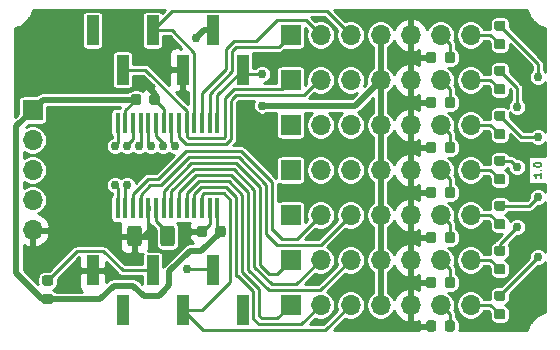
<source format=gtl>
%TF.GenerationSoftware,KiCad,Pcbnew,(5.1.6)-1*%
%TF.CreationDate,2020-07-31T18:02:46-07:00*%
%TF.ProjectId,dspic33ev256gm102,64737069-6333-4336-9576-323536676d31,rev?*%
%TF.SameCoordinates,Original*%
%TF.FileFunction,Copper,L1,Top*%
%TF.FilePolarity,Positive*%
%FSLAX46Y46*%
G04 Gerber Fmt 4.6, Leading zero omitted, Abs format (unit mm)*
G04 Created by KiCad (PCBNEW (5.1.6)-1) date 2020-07-31 18:02:46*
%MOMM*%
%LPD*%
G01*
G04 APERTURE LIST*
%TA.AperFunction,NonConductor*%
%ADD10C,0.152400*%
%TD*%
%TA.AperFunction,ComponentPad*%
%ADD11O,1.700000X1.700000*%
%TD*%
%TA.AperFunction,ComponentPad*%
%ADD12R,1.700000X1.700000*%
%TD*%
%TA.AperFunction,SMDPad,CuDef*%
%ADD13R,0.450000X1.750000*%
%TD*%
%TA.AperFunction,SMDPad,CuDef*%
%ADD14R,1.000000X2.510000*%
%TD*%
%TA.AperFunction,ViaPad*%
%ADD15C,0.762000*%
%TD*%
%TA.AperFunction,Conductor*%
%ADD16C,0.254000*%
%TD*%
%TA.AperFunction,Conductor*%
%ADD17C,0.508000*%
%TD*%
G04 APERTURE END LIST*
D10*
X196883261Y-87902142D02*
X196883261Y-88265000D01*
X196883261Y-88083571D02*
X196248261Y-88083571D01*
X196338976Y-88144047D01*
X196399452Y-88204523D01*
X196429690Y-88265000D01*
X196822785Y-87630000D02*
X196853023Y-87599761D01*
X196883261Y-87630000D01*
X196853023Y-87660238D01*
X196822785Y-87630000D01*
X196883261Y-87630000D01*
X196248261Y-87206666D02*
X196248261Y-87146190D01*
X196278500Y-87085714D01*
X196308738Y-87055476D01*
X196369214Y-87025238D01*
X196490166Y-86995000D01*
X196641357Y-86995000D01*
X196762309Y-87025238D01*
X196822785Y-87055476D01*
X196853023Y-87085714D01*
X196883261Y-87146190D01*
X196883261Y-87206666D01*
X196853023Y-87267142D01*
X196822785Y-87297380D01*
X196762309Y-87327619D01*
X196641357Y-87357857D01*
X196490166Y-87357857D01*
X196369214Y-87327619D01*
X196308738Y-87297380D01*
X196278500Y-87267142D01*
X196248261Y-87206666D01*
D11*
%TO.P,J3,7*%
%TO.N,Net-(J3-Pad7)*%
X190881000Y-83820000D03*
%TO.P,J3,6*%
%TO.N,Net-(J3-Pad6)*%
X188341000Y-83820000D03*
%TO.P,J3,5*%
%TO.N,GNDREF*%
X185801000Y-83820000D03*
%TO.P,J3,4*%
%TO.N,VCC*%
X183261000Y-83820000D03*
%TO.P,J3,3*%
%TO.N,Net-(J3-Pad3)*%
X180721000Y-83820000D03*
%TO.P,J3,2*%
%TO.N,Net-(J3-Pad2)*%
X178181000Y-83820000D03*
D12*
%TO.P,J3,1*%
%TO.N,Net-(J3-Pad1)*%
X175641000Y-83820000D03*
%TD*%
%TO.P,R14,1*%
%TO.N,GNDREF*%
%TA.AperFunction,SMDPad,CuDef*%
G36*
G01*
X187116000Y-101094250D02*
X187116000Y-100581750D01*
G75*
G02*
X187334750Y-100363000I218750J0D01*
G01*
X187772250Y-100363000D01*
G75*
G02*
X187991000Y-100581750I0J-218750D01*
G01*
X187991000Y-101094250D01*
G75*
G02*
X187772250Y-101313000I-218750J0D01*
G01*
X187334750Y-101313000D01*
G75*
G02*
X187116000Y-101094250I0J218750D01*
G01*
G37*
%TD.AperFunction*%
%TO.P,R14,2*%
%TO.N,Net-(J7-Pad6)*%
%TA.AperFunction,SMDPad,CuDef*%
G36*
G01*
X188691000Y-101094250D02*
X188691000Y-100581750D01*
G75*
G02*
X188909750Y-100363000I218750J0D01*
G01*
X189347250Y-100363000D01*
G75*
G02*
X189566000Y-100581750I0J-218750D01*
G01*
X189566000Y-101094250D01*
G75*
G02*
X189347250Y-101313000I-218750J0D01*
G01*
X188909750Y-101313000D01*
G75*
G02*
X188691000Y-101094250I0J218750D01*
G01*
G37*
%TD.AperFunction*%
%TD*%
%TO.P,R13,1*%
%TO.N,GNDREF*%
%TA.AperFunction,SMDPad,CuDef*%
G36*
G01*
X187116000Y-97411250D02*
X187116000Y-96898750D01*
G75*
G02*
X187334750Y-96680000I218750J0D01*
G01*
X187772250Y-96680000D01*
G75*
G02*
X187991000Y-96898750I0J-218750D01*
G01*
X187991000Y-97411250D01*
G75*
G02*
X187772250Y-97630000I-218750J0D01*
G01*
X187334750Y-97630000D01*
G75*
G02*
X187116000Y-97411250I0J218750D01*
G01*
G37*
%TD.AperFunction*%
%TO.P,R13,2*%
%TO.N,Net-(J6-Pad6)*%
%TA.AperFunction,SMDPad,CuDef*%
G36*
G01*
X188691000Y-97411250D02*
X188691000Y-96898750D01*
G75*
G02*
X188909750Y-96680000I218750J0D01*
G01*
X189347250Y-96680000D01*
G75*
G02*
X189566000Y-96898750I0J-218750D01*
G01*
X189566000Y-97411250D01*
G75*
G02*
X189347250Y-97630000I-218750J0D01*
G01*
X188909750Y-97630000D01*
G75*
G02*
X188691000Y-97411250I0J218750D01*
G01*
G37*
%TD.AperFunction*%
%TD*%
%TO.P,R12,1*%
%TO.N,GNDREF*%
%TA.AperFunction,SMDPad,CuDef*%
G36*
G01*
X187116000Y-93601250D02*
X187116000Y-93088750D01*
G75*
G02*
X187334750Y-92870000I218750J0D01*
G01*
X187772250Y-92870000D01*
G75*
G02*
X187991000Y-93088750I0J-218750D01*
G01*
X187991000Y-93601250D01*
G75*
G02*
X187772250Y-93820000I-218750J0D01*
G01*
X187334750Y-93820000D01*
G75*
G02*
X187116000Y-93601250I0J218750D01*
G01*
G37*
%TD.AperFunction*%
%TO.P,R12,2*%
%TO.N,Net-(J5-Pad6)*%
%TA.AperFunction,SMDPad,CuDef*%
G36*
G01*
X188691000Y-93601250D02*
X188691000Y-93088750D01*
G75*
G02*
X188909750Y-92870000I218750J0D01*
G01*
X189347250Y-92870000D01*
G75*
G02*
X189566000Y-93088750I0J-218750D01*
G01*
X189566000Y-93601250D01*
G75*
G02*
X189347250Y-93820000I-218750J0D01*
G01*
X188909750Y-93820000D01*
G75*
G02*
X188691000Y-93601250I0J218750D01*
G01*
G37*
%TD.AperFunction*%
%TD*%
%TO.P,R11,1*%
%TO.N,GNDREF*%
%TA.AperFunction,SMDPad,CuDef*%
G36*
G01*
X187116000Y-89791250D02*
X187116000Y-89278750D01*
G75*
G02*
X187334750Y-89060000I218750J0D01*
G01*
X187772250Y-89060000D01*
G75*
G02*
X187991000Y-89278750I0J-218750D01*
G01*
X187991000Y-89791250D01*
G75*
G02*
X187772250Y-90010000I-218750J0D01*
G01*
X187334750Y-90010000D01*
G75*
G02*
X187116000Y-89791250I0J218750D01*
G01*
G37*
%TD.AperFunction*%
%TO.P,R11,2*%
%TO.N,Net-(J4-Pad6)*%
%TA.AperFunction,SMDPad,CuDef*%
G36*
G01*
X188691000Y-89791250D02*
X188691000Y-89278750D01*
G75*
G02*
X188909750Y-89060000I218750J0D01*
G01*
X189347250Y-89060000D01*
G75*
G02*
X189566000Y-89278750I0J-218750D01*
G01*
X189566000Y-89791250D01*
G75*
G02*
X189347250Y-90010000I-218750J0D01*
G01*
X188909750Y-90010000D01*
G75*
G02*
X188691000Y-89791250I0J218750D01*
G01*
G37*
%TD.AperFunction*%
%TD*%
%TO.P,R7,2*%
%TO.N,Net-(J7-Pad7)*%
%TA.AperFunction,SMDPad,CuDef*%
G36*
G01*
X193101250Y-99410000D02*
X193613750Y-99410000D01*
G75*
G02*
X193832500Y-99628750I0J-218750D01*
G01*
X193832500Y-100066250D01*
G75*
G02*
X193613750Y-100285000I-218750J0D01*
G01*
X193101250Y-100285000D01*
G75*
G02*
X192882500Y-100066250I0J218750D01*
G01*
X192882500Y-99628750D01*
G75*
G02*
X193101250Y-99410000I218750J0D01*
G01*
G37*
%TD.AperFunction*%
%TO.P,R7,1*%
%TO.N,Net-(D7-Pad2)*%
%TA.AperFunction,SMDPad,CuDef*%
G36*
G01*
X193101250Y-97835000D02*
X193613750Y-97835000D01*
G75*
G02*
X193832500Y-98053750I0J-218750D01*
G01*
X193832500Y-98491250D01*
G75*
G02*
X193613750Y-98710000I-218750J0D01*
G01*
X193101250Y-98710000D01*
G75*
G02*
X192882500Y-98491250I0J218750D01*
G01*
X192882500Y-98053750D01*
G75*
G02*
X193101250Y-97835000I218750J0D01*
G01*
G37*
%TD.AperFunction*%
%TD*%
%TO.P,R6,2*%
%TO.N,Net-(J6-Pad7)*%
%TA.AperFunction,SMDPad,CuDef*%
G36*
G01*
X193101250Y-95600000D02*
X193613750Y-95600000D01*
G75*
G02*
X193832500Y-95818750I0J-218750D01*
G01*
X193832500Y-96256250D01*
G75*
G02*
X193613750Y-96475000I-218750J0D01*
G01*
X193101250Y-96475000D01*
G75*
G02*
X192882500Y-96256250I0J218750D01*
G01*
X192882500Y-95818750D01*
G75*
G02*
X193101250Y-95600000I218750J0D01*
G01*
G37*
%TD.AperFunction*%
%TO.P,R6,1*%
%TO.N,Net-(D6-Pad2)*%
%TA.AperFunction,SMDPad,CuDef*%
G36*
G01*
X193101250Y-94025000D02*
X193613750Y-94025000D01*
G75*
G02*
X193832500Y-94243750I0J-218750D01*
G01*
X193832500Y-94681250D01*
G75*
G02*
X193613750Y-94900000I-218750J0D01*
G01*
X193101250Y-94900000D01*
G75*
G02*
X192882500Y-94681250I0J218750D01*
G01*
X192882500Y-94243750D01*
G75*
G02*
X193101250Y-94025000I218750J0D01*
G01*
G37*
%TD.AperFunction*%
%TD*%
%TO.P,R5,2*%
%TO.N,Net-(J5-Pad7)*%
%TA.AperFunction,SMDPad,CuDef*%
G36*
G01*
X193101250Y-91790000D02*
X193613750Y-91790000D01*
G75*
G02*
X193832500Y-92008750I0J-218750D01*
G01*
X193832500Y-92446250D01*
G75*
G02*
X193613750Y-92665000I-218750J0D01*
G01*
X193101250Y-92665000D01*
G75*
G02*
X192882500Y-92446250I0J218750D01*
G01*
X192882500Y-92008750D01*
G75*
G02*
X193101250Y-91790000I218750J0D01*
G01*
G37*
%TD.AperFunction*%
%TO.P,R5,1*%
%TO.N,Net-(D5-Pad2)*%
%TA.AperFunction,SMDPad,CuDef*%
G36*
G01*
X193101250Y-90215000D02*
X193613750Y-90215000D01*
G75*
G02*
X193832500Y-90433750I0J-218750D01*
G01*
X193832500Y-90871250D01*
G75*
G02*
X193613750Y-91090000I-218750J0D01*
G01*
X193101250Y-91090000D01*
G75*
G02*
X192882500Y-90871250I0J218750D01*
G01*
X192882500Y-90433750D01*
G75*
G02*
X193101250Y-90215000I218750J0D01*
G01*
G37*
%TD.AperFunction*%
%TD*%
%TO.P,R4,2*%
%TO.N,Net-(J4-Pad7)*%
%TA.AperFunction,SMDPad,CuDef*%
G36*
G01*
X193101250Y-87980000D02*
X193613750Y-87980000D01*
G75*
G02*
X193832500Y-88198750I0J-218750D01*
G01*
X193832500Y-88636250D01*
G75*
G02*
X193613750Y-88855000I-218750J0D01*
G01*
X193101250Y-88855000D01*
G75*
G02*
X192882500Y-88636250I0J218750D01*
G01*
X192882500Y-88198750D01*
G75*
G02*
X193101250Y-87980000I218750J0D01*
G01*
G37*
%TD.AperFunction*%
%TO.P,R4,1*%
%TO.N,Net-(D4-Pad2)*%
%TA.AperFunction,SMDPad,CuDef*%
G36*
G01*
X193101250Y-86405000D02*
X193613750Y-86405000D01*
G75*
G02*
X193832500Y-86623750I0J-218750D01*
G01*
X193832500Y-87061250D01*
G75*
G02*
X193613750Y-87280000I-218750J0D01*
G01*
X193101250Y-87280000D01*
G75*
G02*
X192882500Y-87061250I0J218750D01*
G01*
X192882500Y-86623750D01*
G75*
G02*
X193101250Y-86405000I218750J0D01*
G01*
G37*
%TD.AperFunction*%
%TD*%
%TO.P,R10,1*%
%TO.N,GNDREF*%
%TA.AperFunction,SMDPad,CuDef*%
G36*
G01*
X187116000Y-85981250D02*
X187116000Y-85468750D01*
G75*
G02*
X187334750Y-85250000I218750J0D01*
G01*
X187772250Y-85250000D01*
G75*
G02*
X187991000Y-85468750I0J-218750D01*
G01*
X187991000Y-85981250D01*
G75*
G02*
X187772250Y-86200000I-218750J0D01*
G01*
X187334750Y-86200000D01*
G75*
G02*
X187116000Y-85981250I0J218750D01*
G01*
G37*
%TD.AperFunction*%
%TO.P,R10,2*%
%TO.N,Net-(J3-Pad6)*%
%TA.AperFunction,SMDPad,CuDef*%
G36*
G01*
X188691000Y-85981250D02*
X188691000Y-85468750D01*
G75*
G02*
X188909750Y-85250000I218750J0D01*
G01*
X189347250Y-85250000D01*
G75*
G02*
X189566000Y-85468750I0J-218750D01*
G01*
X189566000Y-85981250D01*
G75*
G02*
X189347250Y-86200000I-218750J0D01*
G01*
X188909750Y-86200000D01*
G75*
G02*
X188691000Y-85981250I0J218750D01*
G01*
G37*
%TD.AperFunction*%
%TD*%
%TO.P,R3,2*%
%TO.N,Net-(J3-Pad7)*%
%TA.AperFunction,SMDPad,CuDef*%
G36*
G01*
X193101250Y-84170000D02*
X193613750Y-84170000D01*
G75*
G02*
X193832500Y-84388750I0J-218750D01*
G01*
X193832500Y-84826250D01*
G75*
G02*
X193613750Y-85045000I-218750J0D01*
G01*
X193101250Y-85045000D01*
G75*
G02*
X192882500Y-84826250I0J218750D01*
G01*
X192882500Y-84388750D01*
G75*
G02*
X193101250Y-84170000I218750J0D01*
G01*
G37*
%TD.AperFunction*%
%TO.P,R3,1*%
%TO.N,Net-(D3-Pad2)*%
%TA.AperFunction,SMDPad,CuDef*%
G36*
G01*
X193101250Y-82595000D02*
X193613750Y-82595000D01*
G75*
G02*
X193832500Y-82813750I0J-218750D01*
G01*
X193832500Y-83251250D01*
G75*
G02*
X193613750Y-83470000I-218750J0D01*
G01*
X193101250Y-83470000D01*
G75*
G02*
X192882500Y-83251250I0J218750D01*
G01*
X192882500Y-82813750D01*
G75*
G02*
X193101250Y-82595000I218750J0D01*
G01*
G37*
%TD.AperFunction*%
%TD*%
%TO.P,R9,1*%
%TO.N,GNDREF*%
%TA.AperFunction,SMDPad,CuDef*%
G36*
G01*
X187116000Y-82171250D02*
X187116000Y-81658750D01*
G75*
G02*
X187334750Y-81440000I218750J0D01*
G01*
X187772250Y-81440000D01*
G75*
G02*
X187991000Y-81658750I0J-218750D01*
G01*
X187991000Y-82171250D01*
G75*
G02*
X187772250Y-82390000I-218750J0D01*
G01*
X187334750Y-82390000D01*
G75*
G02*
X187116000Y-82171250I0J218750D01*
G01*
G37*
%TD.AperFunction*%
%TO.P,R9,2*%
%TO.N,Net-(J2-Pad6)*%
%TA.AperFunction,SMDPad,CuDef*%
G36*
G01*
X188691000Y-82171250D02*
X188691000Y-81658750D01*
G75*
G02*
X188909750Y-81440000I218750J0D01*
G01*
X189347250Y-81440000D01*
G75*
G02*
X189566000Y-81658750I0J-218750D01*
G01*
X189566000Y-82171250D01*
G75*
G02*
X189347250Y-82390000I-218750J0D01*
G01*
X188909750Y-82390000D01*
G75*
G02*
X188691000Y-82171250I0J218750D01*
G01*
G37*
%TD.AperFunction*%
%TD*%
%TO.P,R8,1*%
%TO.N,GNDREF*%
%TA.AperFunction,SMDPad,CuDef*%
G36*
G01*
X187116000Y-78361250D02*
X187116000Y-77848750D01*
G75*
G02*
X187334750Y-77630000I218750J0D01*
G01*
X187772250Y-77630000D01*
G75*
G02*
X187991000Y-77848750I0J-218750D01*
G01*
X187991000Y-78361250D01*
G75*
G02*
X187772250Y-78580000I-218750J0D01*
G01*
X187334750Y-78580000D01*
G75*
G02*
X187116000Y-78361250I0J218750D01*
G01*
G37*
%TD.AperFunction*%
%TO.P,R8,2*%
%TO.N,Net-(J1-Pad6)*%
%TA.AperFunction,SMDPad,CuDef*%
G36*
G01*
X188691000Y-78361250D02*
X188691000Y-77848750D01*
G75*
G02*
X188909750Y-77630000I218750J0D01*
G01*
X189347250Y-77630000D01*
G75*
G02*
X189566000Y-77848750I0J-218750D01*
G01*
X189566000Y-78361250D01*
G75*
G02*
X189347250Y-78580000I-218750J0D01*
G01*
X188909750Y-78580000D01*
G75*
G02*
X188691000Y-78361250I0J218750D01*
G01*
G37*
%TD.AperFunction*%
%TD*%
%TO.P,R2,2*%
%TO.N,Net-(J2-Pad7)*%
%TA.AperFunction,SMDPad,CuDef*%
G36*
G01*
X193101250Y-80360000D02*
X193613750Y-80360000D01*
G75*
G02*
X193832500Y-80578750I0J-218750D01*
G01*
X193832500Y-81016250D01*
G75*
G02*
X193613750Y-81235000I-218750J0D01*
G01*
X193101250Y-81235000D01*
G75*
G02*
X192882500Y-81016250I0J218750D01*
G01*
X192882500Y-80578750D01*
G75*
G02*
X193101250Y-80360000I218750J0D01*
G01*
G37*
%TD.AperFunction*%
%TO.P,R2,1*%
%TO.N,Net-(D2-Pad2)*%
%TA.AperFunction,SMDPad,CuDef*%
G36*
G01*
X193101250Y-78785000D02*
X193613750Y-78785000D01*
G75*
G02*
X193832500Y-79003750I0J-218750D01*
G01*
X193832500Y-79441250D01*
G75*
G02*
X193613750Y-79660000I-218750J0D01*
G01*
X193101250Y-79660000D01*
G75*
G02*
X192882500Y-79441250I0J218750D01*
G01*
X192882500Y-79003750D01*
G75*
G02*
X193101250Y-78785000I218750J0D01*
G01*
G37*
%TD.AperFunction*%
%TD*%
%TO.P,R1,2*%
%TO.N,Net-(J1-Pad7)*%
%TA.AperFunction,SMDPad,CuDef*%
G36*
G01*
X193101250Y-76550000D02*
X193613750Y-76550000D01*
G75*
G02*
X193832500Y-76768750I0J-218750D01*
G01*
X193832500Y-77206250D01*
G75*
G02*
X193613750Y-77425000I-218750J0D01*
G01*
X193101250Y-77425000D01*
G75*
G02*
X192882500Y-77206250I0J218750D01*
G01*
X192882500Y-76768750D01*
G75*
G02*
X193101250Y-76550000I218750J0D01*
G01*
G37*
%TD.AperFunction*%
%TO.P,R1,1*%
%TO.N,Net-(D1-Pad2)*%
%TA.AperFunction,SMDPad,CuDef*%
G36*
G01*
X193101250Y-74975000D02*
X193613750Y-74975000D01*
G75*
G02*
X193832500Y-75193750I0J-218750D01*
G01*
X193832500Y-75631250D01*
G75*
G02*
X193613750Y-75850000I-218750J0D01*
G01*
X193101250Y-75850000D01*
G75*
G02*
X192882500Y-75631250I0J218750D01*
G01*
X192882500Y-75193750D01*
G75*
G02*
X193101250Y-74975000I218750J0D01*
G01*
G37*
%TD.AperFunction*%
%TD*%
D11*
%TO.P,J1,7*%
%TO.N,Net-(J1-Pad7)*%
X190881000Y-76200000D03*
%TO.P,J1,6*%
%TO.N,Net-(J1-Pad6)*%
X188341000Y-76200000D03*
%TO.P,J1,5*%
%TO.N,GNDREF*%
X185801000Y-76200000D03*
%TO.P,J1,4*%
%TO.N,VCC*%
X183261000Y-76200000D03*
%TO.P,J1,3*%
%TO.N,Net-(J1-Pad3)*%
X180721000Y-76200000D03*
%TO.P,J1,2*%
%TO.N,Net-(J1-Pad2)*%
X178181000Y-76200000D03*
D12*
%TO.P,J1,1*%
%TO.N,Net-(J1-Pad1)*%
X175641000Y-76200000D03*
%TD*%
%TO.P,C2,1*%
%TO.N,Net-(C2-Pad1)*%
%TA.AperFunction,SMDPad,CuDef*%
G36*
G01*
X165852000Y-92593000D02*
X165852000Y-93843000D01*
G75*
G02*
X165602000Y-94093000I-250000J0D01*
G01*
X164852000Y-94093000D01*
G75*
G02*
X164602000Y-93843000I0J250000D01*
G01*
X164602000Y-92593000D01*
G75*
G02*
X164852000Y-92343000I250000J0D01*
G01*
X165602000Y-92343000D01*
G75*
G02*
X165852000Y-92593000I0J-250000D01*
G01*
G37*
%TD.AperFunction*%
%TO.P,C2,2*%
%TO.N,GNDREF*%
%TA.AperFunction,SMDPad,CuDef*%
G36*
G01*
X163052000Y-92593000D02*
X163052000Y-93843000D01*
G75*
G02*
X162802000Y-94093000I-250000J0D01*
G01*
X162052000Y-94093000D01*
G75*
G02*
X161802000Y-93843000I0J250000D01*
G01*
X161802000Y-92593000D01*
G75*
G02*
X162052000Y-92343000I250000J0D01*
G01*
X162802000Y-92343000D01*
G75*
G02*
X163052000Y-92593000I0J-250000D01*
G01*
G37*
%TD.AperFunction*%
%TD*%
%TO.P,C3,2*%
%TO.N,GNDREF*%
%TA.AperFunction,SMDPad,CuDef*%
G36*
G01*
X163697500Y-81917250D02*
X163697500Y-81404750D01*
G75*
G02*
X163916250Y-81186000I218750J0D01*
G01*
X164353750Y-81186000D01*
G75*
G02*
X164572500Y-81404750I0J-218750D01*
G01*
X164572500Y-81917250D01*
G75*
G02*
X164353750Y-82136000I-218750J0D01*
G01*
X163916250Y-82136000D01*
G75*
G02*
X163697500Y-81917250I0J218750D01*
G01*
G37*
%TD.AperFunction*%
%TO.P,C3,1*%
%TO.N,VCC*%
%TA.AperFunction,SMDPad,CuDef*%
G36*
G01*
X162122500Y-81917250D02*
X162122500Y-81404750D01*
G75*
G02*
X162341250Y-81186000I218750J0D01*
G01*
X162778750Y-81186000D01*
G75*
G02*
X162997500Y-81404750I0J-218750D01*
G01*
X162997500Y-81917250D01*
G75*
G02*
X162778750Y-82136000I-218750J0D01*
G01*
X162341250Y-82136000D01*
G75*
G02*
X162122500Y-81917250I0J218750D01*
G01*
G37*
%TD.AperFunction*%
%TD*%
%TO.P,C4,2*%
%TO.N,GNDREF*%
%TA.AperFunction,SMDPad,CuDef*%
G36*
G01*
X168585500Y-92580750D02*
X168585500Y-93093250D01*
G75*
G02*
X168366750Y-93312000I-218750J0D01*
G01*
X167929250Y-93312000D01*
G75*
G02*
X167710500Y-93093250I0J218750D01*
G01*
X167710500Y-92580750D01*
G75*
G02*
X167929250Y-92362000I218750J0D01*
G01*
X168366750Y-92362000D01*
G75*
G02*
X168585500Y-92580750I0J-218750D01*
G01*
G37*
%TD.AperFunction*%
%TO.P,C4,1*%
%TO.N,VCC*%
%TA.AperFunction,SMDPad,CuDef*%
G36*
G01*
X170160500Y-92580750D02*
X170160500Y-93093250D01*
G75*
G02*
X169941750Y-93312000I-218750J0D01*
G01*
X169504250Y-93312000D01*
G75*
G02*
X169285500Y-93093250I0J218750D01*
G01*
X169285500Y-92580750D01*
G75*
G02*
X169504250Y-92362000I218750J0D01*
G01*
X169941750Y-92362000D01*
G75*
G02*
X170160500Y-92580750I0J-218750D01*
G01*
G37*
%TD.AperFunction*%
%TD*%
%TO.P,J2,1*%
%TO.N,Net-(J2-Pad1)*%
X175641000Y-80010000D03*
D11*
%TO.P,J2,2*%
%TO.N,Net-(J2-Pad2)*%
X178181000Y-80010000D03*
%TO.P,J2,3*%
%TO.N,Net-(J2-Pad3)*%
X180721000Y-80010000D03*
%TO.P,J2,4*%
%TO.N,VCC*%
X183261000Y-80010000D03*
%TO.P,J2,5*%
%TO.N,GNDREF*%
X185801000Y-80010000D03*
%TO.P,J2,6*%
%TO.N,Net-(J2-Pad6)*%
X188341000Y-80010000D03*
%TO.P,J2,7*%
%TO.N,Net-(J2-Pad7)*%
X190881000Y-80010000D03*
%TD*%
D12*
%TO.P,J4,1*%
%TO.N,Net-(J4-Pad1)*%
X175641000Y-87630000D03*
D11*
%TO.P,J4,2*%
%TO.N,Net-(J4-Pad2)*%
X178181000Y-87630000D03*
%TO.P,J4,3*%
%TO.N,Net-(J4-Pad3)*%
X180721000Y-87630000D03*
%TO.P,J4,4*%
%TO.N,VCC*%
X183261000Y-87630000D03*
%TO.P,J4,5*%
%TO.N,GNDREF*%
X185801000Y-87630000D03*
%TO.P,J4,6*%
%TO.N,Net-(J4-Pad6)*%
X188341000Y-87630000D03*
%TO.P,J4,7*%
%TO.N,Net-(J4-Pad7)*%
X190881000Y-87630000D03*
%TD*%
%TO.P,J5,7*%
%TO.N,Net-(J5-Pad7)*%
X190881000Y-91440000D03*
%TO.P,J5,6*%
%TO.N,Net-(J5-Pad6)*%
X188341000Y-91440000D03*
%TO.P,J5,5*%
%TO.N,GNDREF*%
X185801000Y-91440000D03*
%TO.P,J5,4*%
%TO.N,VCC*%
X183261000Y-91440000D03*
%TO.P,J5,3*%
%TO.N,Net-(J5-Pad3)*%
X180721000Y-91440000D03*
%TO.P,J5,2*%
%TO.N,Net-(J5-Pad2)*%
X178181000Y-91440000D03*
D12*
%TO.P,J5,1*%
%TO.N,Net-(J5-Pad1)*%
X175641000Y-91440000D03*
%TD*%
D11*
%TO.P,J6,7*%
%TO.N,Net-(J6-Pad7)*%
X190881000Y-95250000D03*
%TO.P,J6,6*%
%TO.N,Net-(J6-Pad6)*%
X188341000Y-95250000D03*
%TO.P,J6,5*%
%TO.N,GNDREF*%
X185801000Y-95250000D03*
%TO.P,J6,4*%
%TO.N,VCC*%
X183261000Y-95250000D03*
%TO.P,J6,3*%
%TO.N,Net-(J6-Pad3)*%
X180721000Y-95250000D03*
%TO.P,J6,2*%
%TO.N,Net-(J6-Pad2)*%
X178181000Y-95250000D03*
D12*
%TO.P,J6,1*%
%TO.N,Net-(J6-Pad1)*%
X175641000Y-95250000D03*
%TD*%
%TO.P,J7,1*%
%TO.N,Net-(J7-Pad1)*%
X175641000Y-99060000D03*
D11*
%TO.P,J7,2*%
%TO.N,Net-(J7-Pad2)*%
X178181000Y-99060000D03*
%TO.P,J7,3*%
%TO.N,Net-(J7-Pad3)*%
X180721000Y-99060000D03*
%TO.P,J7,4*%
%TO.N,VCC*%
X183261000Y-99060000D03*
%TO.P,J7,5*%
%TO.N,GNDREF*%
X185801000Y-99060000D03*
%TO.P,J7,6*%
%TO.N,Net-(J7-Pad6)*%
X188341000Y-99060000D03*
%TO.P,J7,7*%
%TO.N,Net-(J7-Pad7)*%
X190881000Y-99060000D03*
%TD*%
%TO.P,J10,5*%
%TO.N,GNDREF*%
X153797000Y-92710000D03*
%TO.P,J10,4*%
%TO.N,Net-(J10-Pad4)*%
X153797000Y-90170000D03*
%TO.P,J10,3*%
%TO.N,Net-(J10-Pad3)*%
X153797000Y-87630000D03*
%TO.P,J10,2*%
%TO.N,Net-(J10-Pad2)*%
X153797000Y-85090000D03*
D12*
%TO.P,J10,1*%
%TO.N,VCC*%
X153797000Y-82550000D03*
%TD*%
D13*
%TO.P,U1,1*%
%TO.N,Net-(J9-Pad1)*%
X169452000Y-83649000D03*
%TO.P,U1,2*%
%TO.N,Net-(J1-Pad1)*%
X168802000Y-83649000D03*
%TO.P,U1,3*%
%TO.N,Net-(J1-Pad2)*%
X168152000Y-83649000D03*
%TO.P,U1,4*%
%TO.N,Net-(J1-Pad3)*%
X167502000Y-83649000D03*
%TO.P,U1,5*%
%TO.N,Net-(J2-Pad1)*%
X166852000Y-83649000D03*
%TO.P,U1,6*%
%TO.N,Net-(J2-Pad2)*%
X166202000Y-83649000D03*
%TO.P,U1,7*%
%TO.N,Net-(J2-Pad3)*%
X165552000Y-83649000D03*
%TO.P,U1,8*%
%TO.N,GNDREF*%
X164902000Y-83649000D03*
%TO.P,U1,9*%
%TO.N,Net-(J3-Pad1)*%
X164252000Y-83649000D03*
%TO.P,U1,10*%
%TO.N,Net-(J3-Pad2)*%
X163602000Y-83649000D03*
%TO.P,U1,11*%
%TO.N,Net-(J3-Pad3)*%
X162952000Y-83649000D03*
%TO.P,U1,12*%
%TO.N,Net-(J4-Pad1)*%
X162302000Y-83649000D03*
%TO.P,U1,13*%
%TO.N,VCC*%
X161652000Y-83649000D03*
%TO.P,U1,14*%
%TO.N,Net-(J4-Pad2)*%
X161002000Y-83649000D03*
%TO.P,U1,15*%
%TO.N,Net-(J4-Pad3)*%
X161002000Y-90849000D03*
%TO.P,U1,16*%
%TO.N,Net-(J5-Pad1)*%
X161652000Y-90849000D03*
%TO.P,U1,17*%
%TO.N,Net-(J5-Pad2)*%
X162302000Y-90849000D03*
%TO.P,U1,18*%
%TO.N,Net-(J5-Pad3)*%
X162952000Y-90849000D03*
%TO.P,U1,19*%
%TO.N,GNDREF*%
X163602000Y-90849000D03*
%TO.P,U1,20*%
%TO.N,Net-(C2-Pad1)*%
X164252000Y-90849000D03*
%TO.P,U1,21*%
%TO.N,Net-(J6-Pad1)*%
X164902000Y-90849000D03*
%TO.P,U1,22*%
%TO.N,Net-(J6-Pad2)*%
X165552000Y-90849000D03*
%TO.P,U1,23*%
%TO.N,Net-(J6-Pad3)*%
X166202000Y-90849000D03*
%TO.P,U1,24*%
%TO.N,Net-(J7-Pad1)*%
X166852000Y-90849000D03*
%TO.P,U1,25*%
%TO.N,Net-(J7-Pad2)*%
X167502000Y-90849000D03*
%TO.P,U1,26*%
%TO.N,Net-(J7-Pad3)*%
X168152000Y-90849000D03*
%TO.P,U1,27*%
%TO.N,GNDREF*%
X168802000Y-90849000D03*
%TO.P,U1,28*%
%TO.N,VCC*%
X169452000Y-90849000D03*
%TD*%
D14*
%TO.P,J8,2*%
%TO.N,Net-(J8-Pad2)*%
X161417000Y-99445000D03*
%TO.P,J8,4*%
%TO.N,Net-(J7-Pad3)*%
X166497000Y-99445000D03*
%TO.P,J8,6*%
%TO.N,Net-(J8-Pad6)*%
X171577000Y-99445000D03*
%TO.P,J8,1*%
%TO.N,GNDREF*%
X158877000Y-96135000D03*
%TO.P,J8,3*%
%TO.N,Net-(J8-Pad3)*%
X163957000Y-96135000D03*
%TO.P,J8,5*%
%TO.N,Net-(J6-Pad1)*%
X169037000Y-96135000D03*
%TD*%
%TO.P,J9,5*%
%TO.N,Net-(J2-Pad1)*%
X161417000Y-79125000D03*
%TO.P,J9,3*%
%TO.N,GNDREF*%
X166497000Y-79125000D03*
%TO.P,J9,1*%
%TO.N,Net-(J9-Pad1)*%
X171577000Y-79125000D03*
%TO.P,J9,6*%
%TO.N,Net-(J9-Pad6)*%
X158877000Y-75815000D03*
%TO.P,J9,4*%
%TO.N,Net-(J1-Pad3)*%
X163957000Y-75815000D03*
%TO.P,J9,2*%
%TO.N,VCC*%
X169037000Y-75815000D03*
%TD*%
%TO.P,JP2,2*%
%TO.N,VCC*%
%TA.AperFunction,SMDPad,CuDef*%
G36*
G01*
X154810750Y-98114500D02*
X155323250Y-98114500D01*
G75*
G02*
X155542000Y-98333250I0J-218750D01*
G01*
X155542000Y-98770750D01*
G75*
G02*
X155323250Y-98989500I-218750J0D01*
G01*
X154810750Y-98989500D01*
G75*
G02*
X154592000Y-98770750I0J218750D01*
G01*
X154592000Y-98333250D01*
G75*
G02*
X154810750Y-98114500I218750J0D01*
G01*
G37*
%TD.AperFunction*%
%TO.P,JP2,1*%
%TO.N,Net-(J8-Pad3)*%
%TA.AperFunction,SMDPad,CuDef*%
G36*
G01*
X154810750Y-96539500D02*
X155323250Y-96539500D01*
G75*
G02*
X155542000Y-96758250I0J-218750D01*
G01*
X155542000Y-97195750D01*
G75*
G02*
X155323250Y-97414500I-218750J0D01*
G01*
X154810750Y-97414500D01*
G75*
G02*
X154592000Y-97195750I0J218750D01*
G01*
X154592000Y-96758250D01*
G75*
G02*
X154810750Y-96539500I218750J0D01*
G01*
G37*
%TD.AperFunction*%
%TD*%
D15*
%TO.N,GNDREF*%
X157861000Y-84518500D03*
X162877500Y-79946500D03*
%TO.N,Net-(J2-Pad3)*%
X165862000Y-85598000D03*
%TO.N,Net-(J3-Pad1)*%
X164846000Y-85598000D03*
%TO.N,Net-(J3-Pad2)*%
X163830000Y-85598000D03*
%TO.N,Net-(J4-Pad1)*%
X161798000Y-85598000D03*
%TO.N,Net-(J4-Pad2)*%
X160782000Y-85598000D03*
%TO.N,Net-(J4-Pad3)*%
X160782000Y-88900000D03*
%TO.N,Net-(J6-Pad1)*%
X166878000Y-96012000D03*
%TO.N,Net-(D1-Pad2)*%
X196596000Y-79756000D03*
%TO.N,Net-(D2-Pad2)*%
X194818000Y-82296000D03*
%TO.N,VCC*%
X167640000Y-76454000D03*
X173228000Y-82169000D03*
%TO.N,GNDREF*%
X173228000Y-84328000D03*
X157289500Y-96520000D03*
X166878000Y-93599000D03*
%TO.N,Net-(D3-Pad2)*%
X196596000Y-84836000D03*
%TO.N,Net-(D4-Pad2)*%
X194818000Y-87376000D03*
%TO.N,Net-(J5-Pad1)*%
X161798000Y-88900000D03*
%TO.N,Net-(J9-Pad1)*%
X173228000Y-79502000D03*
%TO.N,Net-(D5-Pad2)*%
X196596000Y-89916000D03*
%TO.N,Net-(D6-Pad2)*%
X194818000Y-92456000D03*
%TO.N,Net-(D7-Pad2)*%
X196596000Y-94996000D03*
%TO.N,Net-(J3-Pad3)*%
X162814000Y-85598000D03*
%TD*%
D16*
%TO.N,Net-(C2-Pad1)*%
X165227000Y-92959802D02*
X165227000Y-93218000D01*
X164252000Y-90849000D02*
X164252000Y-91984802D01*
X164252000Y-91984802D02*
X165227000Y-92959802D01*
%TO.N,Net-(J1-Pad1)*%
X174625000Y-77216000D02*
X175641000Y-76200000D01*
X168802000Y-81181566D02*
X170695999Y-79287567D01*
X170695999Y-77565199D02*
X171045198Y-77216000D01*
X171045198Y-77216000D02*
X174625000Y-77216000D01*
X168802000Y-83649000D02*
X168802000Y-81181566D01*
X170695999Y-79287567D02*
X170695999Y-77565199D01*
%TO.N,Net-(J1-Pad6)*%
X189128500Y-76987500D02*
X188341000Y-76200000D01*
X189128500Y-78105000D02*
X189128500Y-76987500D01*
%TO.N,Net-(J2-Pad1)*%
X170058001Y-84828801D02*
X170058001Y-81539001D01*
X169981801Y-84905001D02*
X170058001Y-84828801D01*
X166972199Y-84905001D02*
X169981801Y-84905001D01*
X166852000Y-83649000D02*
X166852000Y-84784802D01*
X166852000Y-84784802D02*
X166972199Y-84905001D01*
X170772199Y-80814801D02*
X170825999Y-80761001D01*
X170058001Y-81539001D02*
X170772199Y-80824803D01*
X170772199Y-80824803D02*
X170772199Y-80814801D01*
X174889999Y-80761001D02*
X175641000Y-80010000D01*
X170825999Y-80761001D02*
X174889999Y-80761001D01*
X166852000Y-82639236D02*
X166852000Y-83649000D01*
X163337764Y-79125000D02*
X166852000Y-82639236D01*
X161417000Y-79125000D02*
X163337764Y-79125000D01*
%TO.N,Net-(J2-Pad2)*%
X170192226Y-85413010D02*
X170566011Y-85039225D01*
X166202000Y-84853236D02*
X166761775Y-85413011D01*
X166761775Y-85413011D02*
X170192226Y-85413010D01*
X170566011Y-85039225D02*
X170566011Y-81782989D01*
X170688000Y-81661000D02*
X170688000Y-81627436D01*
X170566011Y-81782989D02*
X170688000Y-81661000D01*
X170688000Y-81627436D02*
X171046425Y-81269011D01*
X178026802Y-80010000D02*
X178181000Y-80010000D01*
X176767791Y-81269011D02*
X178026802Y-80010000D01*
X171046425Y-81269011D02*
X176767791Y-81269011D01*
X166202000Y-84853236D02*
X166202000Y-83649000D01*
%TO.N,Net-(J2-Pad3)*%
X165552000Y-85288000D02*
X165862000Y-85598000D01*
X165552000Y-83649000D02*
X165552000Y-85288000D01*
%TO.N,Net-(J3-Pad1)*%
X164846000Y-85378802D02*
X164846000Y-85598000D01*
X164252000Y-84784802D02*
X164846000Y-85378802D01*
X164252000Y-83649000D02*
X164252000Y-84784802D01*
%TO.N,Net-(J3-Pad2)*%
X163602000Y-85370000D02*
X163830000Y-85598000D01*
X163602000Y-83649000D02*
X163602000Y-85370000D01*
%TO.N,Net-(J4-Pad1)*%
X161798000Y-85486238D02*
X161798000Y-85598000D01*
X162302000Y-84982238D02*
X161798000Y-85486238D01*
X162302000Y-83649000D02*
X162302000Y-84982238D01*
%TO.N,Net-(J4-Pad2)*%
X161002000Y-85378000D02*
X160782000Y-85598000D01*
X161002000Y-83649000D02*
X161002000Y-85378000D01*
%TO.N,Net-(J4-Pad3)*%
X161002000Y-89120000D02*
X160782000Y-88900000D01*
X161002000Y-90849000D02*
X161002000Y-89120000D01*
%TO.N,Net-(J6-Pad1)*%
X174498000Y-96393000D02*
X175641000Y-95250000D01*
X173839538Y-96393000D02*
X174498000Y-96393000D01*
X164902000Y-89371031D02*
X167220082Y-87052952D01*
X173081560Y-89100588D02*
X173081560Y-95635022D01*
X164902000Y-90849000D02*
X164902000Y-89371031D01*
X173081560Y-95635022D02*
X173839538Y-96393000D01*
X171033925Y-87052953D02*
X173081560Y-89100588D01*
X167220082Y-87052952D02*
X171033925Y-87052953D01*
X168914000Y-96012000D02*
X169037000Y-96135000D01*
X166878000Y-96012000D02*
X168914000Y-96012000D01*
%TO.N,Net-(J6-Pad2)*%
X165552000Y-90849000D02*
X165552000Y-89439463D01*
X170823500Y-87560962D02*
X172573550Y-89311012D01*
X165552000Y-89439463D02*
X167430505Y-87560961D01*
X167430505Y-87560961D02*
X170823500Y-87560962D01*
X172573550Y-89311012D02*
X172573550Y-95845446D01*
X172573550Y-95845446D02*
X174049093Y-97320989D01*
X176110011Y-97320989D02*
X178181000Y-95250000D01*
X174049093Y-97320989D02*
X176110011Y-97320989D01*
%TO.N,Net-(J6-Pad3)*%
X167640928Y-88068970D02*
X170613075Y-88068971D01*
X166202000Y-90849000D02*
X166202000Y-89507896D01*
X170613075Y-88068971D02*
X172065540Y-89521436D01*
X166202000Y-89507896D02*
X167640928Y-88068970D01*
X172065540Y-89521436D02*
X172065540Y-96055870D01*
X178142001Y-97828999D02*
X180721000Y-95250000D01*
X173838669Y-97828999D02*
X178142001Y-97828999D01*
X172065540Y-96055870D02*
X173838669Y-97828999D01*
%TO.N,Net-(J6-Pad6)*%
X189128500Y-96037500D02*
X188341000Y-95250000D01*
X189128500Y-97155000D02*
X189128500Y-96037500D01*
%TO.N,Net-(D1-Pad2)*%
X196596000Y-78651000D02*
X196596000Y-79756000D01*
X193357500Y-75412500D02*
X196596000Y-78651000D01*
%TO.N,Net-(D2-Pad2)*%
X194818000Y-80683000D02*
X194818000Y-82296000D01*
X193357500Y-79222500D02*
X194818000Y-80683000D01*
%TO.N,VCC*%
X169452000Y-92566000D02*
X169723000Y-92837000D01*
X169452000Y-90849000D02*
X169452000Y-92566000D01*
X161652000Y-82569000D02*
X162560000Y-81661000D01*
X161652000Y-83649000D02*
X161652000Y-82569000D01*
D17*
X181102000Y-82169000D02*
X183261000Y-80010000D01*
X173228000Y-82169000D02*
X181102000Y-82169000D01*
X183261000Y-76200000D02*
X183261000Y-80010000D01*
X183261000Y-80010000D02*
X183261000Y-83820000D01*
X183261000Y-83820000D02*
X183261000Y-87630000D01*
X183261000Y-87630000D02*
X183261000Y-91440000D01*
X183261000Y-91440000D02*
X183261000Y-95250000D01*
X183261000Y-95250000D02*
X183261000Y-99060000D01*
X154686000Y-81661000D02*
X153797000Y-82550000D01*
X162560000Y-81661000D02*
X154686000Y-81661000D01*
X152425010Y-96385010D02*
X152425010Y-83921990D01*
X152425010Y-83921990D02*
X153797000Y-82550000D01*
X154592000Y-98552000D02*
X152425010Y-96385010D01*
X155067000Y-98552000D02*
X154592000Y-98552000D01*
X165354000Y-97407402D02*
X164844402Y-97917000D01*
X164844402Y-97917000D02*
X164844402Y-97918598D01*
X164844402Y-97918598D02*
X164465000Y-98298000D01*
X164465000Y-98298000D02*
X163195000Y-98298000D01*
X163195000Y-98298000D02*
X162306000Y-97409000D01*
X162306000Y-97409000D02*
X160655000Y-97409000D01*
X159512000Y-98552000D02*
X155067000Y-98552000D01*
X160655000Y-97409000D02*
X159512000Y-98552000D01*
X168279000Y-75815000D02*
X167640000Y-76454000D01*
X169037000Y-75815000D02*
X168279000Y-75815000D01*
X167100679Y-94473599D02*
X168086401Y-94473599D01*
X165354000Y-96220278D02*
X167100679Y-94473599D01*
X168086401Y-94473599D02*
X169723000Y-92837000D01*
X165354000Y-97407402D02*
X165354000Y-96220278D01*
D16*
%TO.N,GNDREF*%
X168802000Y-92183000D02*
X168148000Y-92837000D01*
X168802000Y-90849000D02*
X168802000Y-92183000D01*
X164902000Y-82428000D02*
X164135000Y-81661000D01*
X164902000Y-83649000D02*
X164902000Y-82428000D01*
X163602000Y-92668000D02*
X163602000Y-90849000D01*
X163052000Y-93218000D02*
X163602000Y-92668000D01*
X162427000Y-93218000D02*
X163052000Y-93218000D01*
D17*
X166755000Y-78867000D02*
X166497000Y-79125000D01*
X164135000Y-81204000D02*
X162877500Y-79946500D01*
X164135000Y-81661000D02*
X164135000Y-81204000D01*
D16*
%TO.N,Net-(D3-Pad2)*%
X195161000Y-84836000D02*
X196596000Y-84836000D01*
X193357500Y-83032500D02*
X195161000Y-84836000D01*
%TO.N,Net-(D4-Pad2)*%
X194284500Y-86842500D02*
X194818000Y-87376000D01*
X193357500Y-86842500D02*
X194284500Y-86842500D01*
%TO.N,Net-(J3-Pad6)*%
X189128500Y-84607500D02*
X188341000Y-83820000D01*
X189128500Y-85725000D02*
X189128500Y-84607500D01*
%TO.N,Net-(J3-Pad7)*%
X192570000Y-83820000D02*
X193357500Y-84607500D01*
X190881000Y-83820000D02*
X192570000Y-83820000D01*
%TO.N,Net-(J4-Pad6)*%
X189128500Y-88417500D02*
X188341000Y-87630000D01*
X189128500Y-89535000D02*
X189128500Y-88417500D01*
%TO.N,Net-(J4-Pad7)*%
X192570000Y-87630000D02*
X193357500Y-88417500D01*
X190881000Y-87630000D02*
X192570000Y-87630000D01*
%TO.N,Net-(J5-Pad1)*%
X161652000Y-89046000D02*
X161798000Y-88900000D01*
X161652000Y-90849000D02*
X161652000Y-89046000D01*
%TO.N,Net-(J5-Pad2)*%
X174878990Y-93471990D02*
X176149010Y-93471990D01*
X174117000Y-92710000D02*
X174878990Y-93471990D01*
X174097580Y-92710000D02*
X174117000Y-92710000D01*
X174097580Y-88679740D02*
X174097580Y-92710000D01*
X171454775Y-86036935D02*
X174097580Y-88679740D01*
X162302000Y-89644764D02*
X163554774Y-88391990D01*
X162302000Y-90849000D02*
X162302000Y-89644764D01*
X176149010Y-93471990D02*
X178181000Y-91440000D01*
X163554774Y-88391990D02*
X164444175Y-88391990D01*
X166799236Y-86036934D02*
X171454775Y-86036935D01*
X164444175Y-88391990D02*
X166799236Y-86036934D01*
%TO.N,Net-(J5-Pad3)*%
X174498000Y-93980000D02*
X178181000Y-93980000D01*
X173589570Y-88890164D02*
X173589570Y-93071570D01*
X171244350Y-86544944D02*
X173589570Y-88890164D01*
X162952000Y-89713198D02*
X163765198Y-88900000D01*
X163765198Y-88900000D02*
X164654599Y-88900000D01*
X167009659Y-86544943D02*
X171244350Y-86544944D01*
X162952000Y-90849000D02*
X162952000Y-89713198D01*
X178181000Y-93980000D02*
X180721000Y-91440000D01*
X173589570Y-93071570D02*
X174498000Y-93980000D01*
X164654599Y-88900000D02*
X167009659Y-86544943D01*
%TO.N,Net-(J5-Pad6)*%
X189128500Y-92227500D02*
X188341000Y-91440000D01*
X189128500Y-93345000D02*
X189128500Y-92227500D01*
%TO.N,Net-(J5-Pad7)*%
X192570000Y-91440000D02*
X193357500Y-92227500D01*
X190881000Y-91440000D02*
X192570000Y-91440000D01*
%TO.N,Net-(J7-Pad7)*%
X192570000Y-99060000D02*
X193357500Y-99847500D01*
X190881000Y-99060000D02*
X192570000Y-99060000D01*
%TO.N,Net-(J7-Pad6)*%
X189128500Y-99847500D02*
X188341000Y-99060000D01*
X189128500Y-100838000D02*
X189128500Y-99847500D01*
%TO.N,Net-(J7-Pad3)*%
X170541510Y-97071292D02*
X168167802Y-99445000D01*
X170541510Y-90152708D02*
X170541510Y-97071292D01*
X169981801Y-89592999D02*
X170541510Y-90152708D01*
X168272199Y-89592999D02*
X169981801Y-89592999D01*
X168152000Y-89713198D02*
X168272199Y-89592999D01*
X168167802Y-99445000D02*
X166497000Y-99445000D01*
X168152000Y-90849000D02*
X168152000Y-89713198D01*
X166497000Y-99445000D02*
X168245990Y-101193990D01*
X178587010Y-101193990D02*
X180721000Y-99060000D01*
X168245990Y-101193990D02*
X178587010Y-101193990D01*
%TO.N,Net-(J7-Pad2)*%
X170192225Y-89084989D02*
X171049520Y-89942284D01*
X168061775Y-89084989D02*
X170192225Y-89084989D01*
X167502000Y-90849000D02*
X167502000Y-89644764D01*
X167502000Y-89644764D02*
X168061775Y-89084989D01*
X171049520Y-89942284D02*
X171049520Y-96627520D01*
X171200322Y-96627520D02*
X172466000Y-97893198D01*
X171049520Y-96627520D02*
X171200322Y-96627520D01*
X172466000Y-100203000D02*
X172948980Y-100685980D01*
X172466000Y-97893198D02*
X172466000Y-100203000D01*
X176555020Y-100685980D02*
X178181000Y-99060000D01*
X172948980Y-100685980D02*
X176555020Y-100685980D01*
%TO.N,Net-(J7-Pad1)*%
X174523030Y-100177970D02*
X175641000Y-99060000D01*
X173202970Y-100177970D02*
X174523030Y-100177970D01*
X172974010Y-99949010D02*
X173202970Y-100177970D01*
X172974010Y-97682774D02*
X172974010Y-99949010D01*
X171557530Y-96266294D02*
X172974010Y-97682774D01*
X166852000Y-89576330D02*
X167851351Y-88576979D01*
X166852000Y-90849000D02*
X166852000Y-89576330D01*
X167851351Y-88576979D02*
X170402650Y-88576980D01*
X170402650Y-88576980D02*
X171557530Y-89731860D01*
X171557530Y-89731860D02*
X171557530Y-96266294D01*
%TO.N,Net-(J8-Pad3)*%
X157545001Y-94498999D02*
X159776999Y-94498999D01*
X155067000Y-96977000D02*
X157545001Y-94498999D01*
X161413000Y-96135000D02*
X163957000Y-96135000D01*
X159776999Y-94498999D02*
X161413000Y-96135000D01*
%TO.N,Net-(J9-Pad1)*%
X169452000Y-81250000D02*
X171577000Y-79125000D01*
X169452000Y-83649000D02*
X169452000Y-81250000D01*
X171954000Y-79502000D02*
X171577000Y-79125000D01*
X173228000Y-79502000D02*
X171954000Y-79502000D01*
%TO.N,Net-(D5-Pad2)*%
X195859500Y-90652500D02*
X196596000Y-89916000D01*
X193357500Y-90652500D02*
X195859500Y-90652500D01*
%TO.N,Net-(D6-Pad2)*%
X193357500Y-93916500D02*
X194818000Y-92456000D01*
X193357500Y-94462500D02*
X193357500Y-93916500D01*
%TO.N,Net-(D7-Pad2)*%
X193357500Y-98234500D02*
X196596000Y-94996000D01*
X193357500Y-98272500D02*
X193357500Y-98234500D01*
%TO.N,Net-(J1-Pad2)*%
X168152000Y-83649000D02*
X168152000Y-81113132D01*
X170187989Y-79077143D02*
X170187990Y-77354774D01*
X168152000Y-81113132D02*
X170187989Y-79077143D01*
X170187990Y-77354774D02*
X170834774Y-76707990D01*
X176949999Y-74968999D02*
X178181000Y-76200000D01*
X174459001Y-74968999D02*
X176949999Y-74968999D01*
X172720010Y-76707990D02*
X174459001Y-74968999D01*
X170834774Y-76707990D02*
X172720010Y-76707990D01*
%TO.N,Net-(J1-Pad3)*%
X165593001Y-74178999D02*
X163957000Y-75815000D01*
X178699999Y-74178999D02*
X165593001Y-74178999D01*
X180721000Y-76200000D02*
X178699999Y-74178999D01*
X165627802Y-75815000D02*
X163957000Y-75815000D01*
X167502000Y-77689198D02*
X165627802Y-75815000D01*
X167502000Y-83649000D02*
X167502000Y-77689198D01*
%TO.N,Net-(J1-Pad7)*%
X192570000Y-76200000D02*
X193357500Y-76987500D01*
X190881000Y-76200000D02*
X192570000Y-76200000D01*
%TO.N,Net-(J2-Pad6)*%
X189128500Y-80797500D02*
X188341000Y-80010000D01*
X189128500Y-81915000D02*
X189128500Y-80797500D01*
%TO.N,Net-(J2-Pad7)*%
X192570000Y-80010000D02*
X193357500Y-80797500D01*
X190881000Y-80010000D02*
X192570000Y-80010000D01*
%TO.N,Net-(J3-Pad3)*%
X162952000Y-85460000D02*
X162814000Y-85598000D01*
X162952000Y-83649000D02*
X162952000Y-85460000D01*
%TO.N,Net-(J6-Pad7)*%
X192570000Y-95250000D02*
X193357500Y-96037500D01*
X190881000Y-95250000D02*
X192570000Y-95250000D01*
%TD*%
%TO.N,GNDREF*%
G36*
X195667443Y-74093841D02*
G01*
X195669081Y-74099268D01*
X195760699Y-74395239D01*
X195774981Y-74429215D01*
X195788744Y-74463279D01*
X195791405Y-74468285D01*
X195938766Y-74740823D01*
X195959366Y-74771364D01*
X195979492Y-74802119D01*
X195983074Y-74806513D01*
X196180565Y-75045238D01*
X196206682Y-75071173D01*
X196232422Y-75097458D01*
X196236790Y-75101072D01*
X196476888Y-75296890D01*
X196507527Y-75317247D01*
X196537898Y-75338042D01*
X196542882Y-75340737D01*
X196542890Y-75340741D01*
X196816445Y-75486193D01*
X196850485Y-75500224D01*
X196884289Y-75514712D01*
X196889697Y-75516387D01*
X196889703Y-75516389D01*
X196889709Y-75516390D01*
X197186306Y-75605938D01*
X197206001Y-75609838D01*
X197206001Y-79297367D01*
X197187884Y-79270253D01*
X197104000Y-79186369D01*
X197104000Y-78675944D01*
X197106457Y-78651000D01*
X197102866Y-78614543D01*
X197096649Y-78551415D01*
X197067601Y-78455657D01*
X197020429Y-78367405D01*
X196956948Y-78290052D01*
X196937565Y-78274145D01*
X194215343Y-75551923D01*
X194215343Y-75193750D01*
X194203784Y-75076385D01*
X194169549Y-74963530D01*
X194113956Y-74859523D01*
X194039140Y-74768360D01*
X193947977Y-74693544D01*
X193843970Y-74637951D01*
X193731115Y-74603716D01*
X193613750Y-74592157D01*
X193101250Y-74592157D01*
X192983885Y-74603716D01*
X192871030Y-74637951D01*
X192767023Y-74693544D01*
X192675860Y-74768360D01*
X192601044Y-74859523D01*
X192545451Y-74963530D01*
X192511216Y-75076385D01*
X192499657Y-75193750D01*
X192499657Y-75631250D01*
X192505640Y-75692000D01*
X192003004Y-75692000D01*
X191971898Y-75616903D01*
X191837180Y-75415283D01*
X191665717Y-75243820D01*
X191464097Y-75109102D01*
X191240069Y-75016307D01*
X191002243Y-74969000D01*
X190759757Y-74969000D01*
X190521931Y-75016307D01*
X190297903Y-75109102D01*
X190096283Y-75243820D01*
X189924820Y-75415283D01*
X189790102Y-75616903D01*
X189697307Y-75840931D01*
X189650000Y-76078757D01*
X189650000Y-76321243D01*
X189697307Y-76559069D01*
X189790102Y-76783097D01*
X189924820Y-76984717D01*
X190096283Y-77156180D01*
X190297903Y-77290898D01*
X190521931Y-77383693D01*
X190759757Y-77431000D01*
X191002243Y-77431000D01*
X191240069Y-77383693D01*
X191464097Y-77290898D01*
X191665717Y-77156180D01*
X191837180Y-76984717D01*
X191971898Y-76783097D01*
X192003004Y-76708000D01*
X192359580Y-76708000D01*
X192499657Y-76848077D01*
X192499657Y-77206250D01*
X192511216Y-77323615D01*
X192545451Y-77436470D01*
X192601044Y-77540477D01*
X192675860Y-77631640D01*
X192767023Y-77706456D01*
X192871030Y-77762049D01*
X192983885Y-77796284D01*
X193101250Y-77807843D01*
X193613750Y-77807843D01*
X193731115Y-77796284D01*
X193843970Y-77762049D01*
X193947977Y-77706456D01*
X194039140Y-77631640D01*
X194113956Y-77540477D01*
X194169549Y-77436470D01*
X194203784Y-77323615D01*
X194215343Y-77206250D01*
X194215343Y-76988763D01*
X196088000Y-78861420D01*
X196088000Y-79186369D01*
X196004116Y-79270253D01*
X195920724Y-79395058D01*
X195863283Y-79533733D01*
X195834000Y-79680950D01*
X195834000Y-79831050D01*
X195863283Y-79978267D01*
X195920724Y-80116942D01*
X196004116Y-80241747D01*
X196110253Y-80347884D01*
X196235058Y-80431276D01*
X196373733Y-80488717D01*
X196520950Y-80518000D01*
X196671050Y-80518000D01*
X196818267Y-80488717D01*
X196956942Y-80431276D01*
X197081747Y-80347884D01*
X197187884Y-80241747D01*
X197206001Y-80214633D01*
X197206001Y-84377366D01*
X197187884Y-84350253D01*
X197081747Y-84244116D01*
X196956942Y-84160724D01*
X196818267Y-84103283D01*
X196671050Y-84074000D01*
X196520950Y-84074000D01*
X196373733Y-84103283D01*
X196235058Y-84160724D01*
X196110253Y-84244116D01*
X196026369Y-84328000D01*
X195371421Y-84328000D01*
X194215343Y-83171923D01*
X194215343Y-82813750D01*
X194209784Y-82757304D01*
X194226116Y-82781747D01*
X194332253Y-82887884D01*
X194457058Y-82971276D01*
X194595733Y-83028717D01*
X194742950Y-83058000D01*
X194893050Y-83058000D01*
X195040267Y-83028717D01*
X195178942Y-82971276D01*
X195303747Y-82887884D01*
X195409884Y-82781747D01*
X195493276Y-82656942D01*
X195550717Y-82518267D01*
X195580000Y-82371050D01*
X195580000Y-82220950D01*
X195550717Y-82073733D01*
X195493276Y-81935058D01*
X195409884Y-81810253D01*
X195326000Y-81726369D01*
X195326000Y-80707944D01*
X195328457Y-80683000D01*
X195325017Y-80648072D01*
X195318649Y-80583415D01*
X195289601Y-80487657D01*
X195259465Y-80431276D01*
X195242429Y-80399404D01*
X195213779Y-80364494D01*
X195178948Y-80322052D01*
X195159565Y-80306145D01*
X194215343Y-79361923D01*
X194215343Y-79003750D01*
X194203784Y-78886385D01*
X194169549Y-78773530D01*
X194113956Y-78669523D01*
X194039140Y-78578360D01*
X193947977Y-78503544D01*
X193843970Y-78447951D01*
X193731115Y-78413716D01*
X193613750Y-78402157D01*
X193101250Y-78402157D01*
X192983885Y-78413716D01*
X192871030Y-78447951D01*
X192767023Y-78503544D01*
X192675860Y-78578360D01*
X192601044Y-78669523D01*
X192545451Y-78773530D01*
X192511216Y-78886385D01*
X192499657Y-79003750D01*
X192499657Y-79441250D01*
X192505640Y-79502000D01*
X192003004Y-79502000D01*
X191971898Y-79426903D01*
X191837180Y-79225283D01*
X191665717Y-79053820D01*
X191464097Y-78919102D01*
X191240069Y-78826307D01*
X191002243Y-78779000D01*
X190759757Y-78779000D01*
X190521931Y-78826307D01*
X190297903Y-78919102D01*
X190096283Y-79053820D01*
X189924820Y-79225283D01*
X189790102Y-79426903D01*
X189697307Y-79650931D01*
X189650000Y-79888757D01*
X189650000Y-80131243D01*
X189697307Y-80369069D01*
X189790102Y-80593097D01*
X189924820Y-80794717D01*
X190096283Y-80966180D01*
X190297903Y-81100898D01*
X190521931Y-81193693D01*
X190759757Y-81241000D01*
X191002243Y-81241000D01*
X191240069Y-81193693D01*
X191464097Y-81100898D01*
X191665717Y-80966180D01*
X191837180Y-80794717D01*
X191971898Y-80593097D01*
X192003004Y-80518000D01*
X192359580Y-80518000D01*
X192499657Y-80658077D01*
X192499657Y-81016250D01*
X192511216Y-81133615D01*
X192545451Y-81246470D01*
X192601044Y-81350477D01*
X192675860Y-81441640D01*
X192767023Y-81516456D01*
X192871030Y-81572049D01*
X192983885Y-81606284D01*
X193101250Y-81617843D01*
X193613750Y-81617843D01*
X193731115Y-81606284D01*
X193843970Y-81572049D01*
X193947977Y-81516456D01*
X194039140Y-81441640D01*
X194113956Y-81350477D01*
X194169549Y-81246470D01*
X194203784Y-81133615D01*
X194215343Y-81016250D01*
X194215343Y-80798763D01*
X194310000Y-80893420D01*
X194310001Y-81726368D01*
X194226116Y-81810253D01*
X194142724Y-81935058D01*
X194085283Y-82073733D01*
X194056000Y-82220950D01*
X194056000Y-82371050D01*
X194065938Y-82421014D01*
X194039140Y-82388360D01*
X193947977Y-82313544D01*
X193843970Y-82257951D01*
X193731115Y-82223716D01*
X193613750Y-82212157D01*
X193101250Y-82212157D01*
X192983885Y-82223716D01*
X192871030Y-82257951D01*
X192767023Y-82313544D01*
X192675860Y-82388360D01*
X192601044Y-82479523D01*
X192545451Y-82583530D01*
X192511216Y-82696385D01*
X192499657Y-82813750D01*
X192499657Y-83251250D01*
X192505640Y-83312000D01*
X192003004Y-83312000D01*
X191971898Y-83236903D01*
X191837180Y-83035283D01*
X191665717Y-82863820D01*
X191464097Y-82729102D01*
X191240069Y-82636307D01*
X191002243Y-82589000D01*
X190759757Y-82589000D01*
X190521931Y-82636307D01*
X190297903Y-82729102D01*
X190096283Y-82863820D01*
X189924820Y-83035283D01*
X189790102Y-83236903D01*
X189697307Y-83460931D01*
X189650000Y-83698757D01*
X189650000Y-83941243D01*
X189697307Y-84179069D01*
X189790102Y-84403097D01*
X189924820Y-84604717D01*
X190096283Y-84776180D01*
X190297903Y-84910898D01*
X190521931Y-85003693D01*
X190759757Y-85051000D01*
X191002243Y-85051000D01*
X191240069Y-85003693D01*
X191464097Y-84910898D01*
X191665717Y-84776180D01*
X191837180Y-84604717D01*
X191971898Y-84403097D01*
X192003004Y-84328000D01*
X192359580Y-84328000D01*
X192499657Y-84468077D01*
X192499657Y-84826250D01*
X192511216Y-84943615D01*
X192545451Y-85056470D01*
X192601044Y-85160477D01*
X192675860Y-85251640D01*
X192767023Y-85326456D01*
X192871030Y-85382049D01*
X192983885Y-85416284D01*
X193101250Y-85427843D01*
X193613750Y-85427843D01*
X193731115Y-85416284D01*
X193843970Y-85382049D01*
X193947977Y-85326456D01*
X194039140Y-85251640D01*
X194113956Y-85160477D01*
X194169549Y-85056470D01*
X194203784Y-84943615D01*
X194215343Y-84826250D01*
X194215343Y-84608764D01*
X194784150Y-85177571D01*
X194800052Y-85196948D01*
X194819429Y-85212850D01*
X194877404Y-85260429D01*
X194965655Y-85307600D01*
X194965657Y-85307601D01*
X195061415Y-85336649D01*
X195136053Y-85344000D01*
X195136055Y-85344000D01*
X195160999Y-85346457D01*
X195185943Y-85344000D01*
X196026369Y-85344000D01*
X196110253Y-85427884D01*
X196235058Y-85511276D01*
X196373733Y-85568717D01*
X196520950Y-85598000D01*
X196671050Y-85598000D01*
X196818267Y-85568717D01*
X196956942Y-85511276D01*
X197081747Y-85427884D01*
X197187884Y-85321747D01*
X197206001Y-85294634D01*
X197206001Y-86416847D01*
X195719700Y-86416847D01*
X195719700Y-88843152D01*
X197206000Y-88843152D01*
X197206000Y-89457366D01*
X197187884Y-89430253D01*
X197081747Y-89324116D01*
X196956942Y-89240724D01*
X196818267Y-89183283D01*
X196671050Y-89154000D01*
X196520950Y-89154000D01*
X196373733Y-89183283D01*
X196235058Y-89240724D01*
X196110253Y-89324116D01*
X196004116Y-89430253D01*
X195920724Y-89555058D01*
X195863283Y-89693733D01*
X195834000Y-89840950D01*
X195834000Y-89959580D01*
X195649080Y-90144500D01*
X194137997Y-90144500D01*
X194113956Y-90099523D01*
X194039140Y-90008360D01*
X193947977Y-89933544D01*
X193843970Y-89877951D01*
X193731115Y-89843716D01*
X193613750Y-89832157D01*
X193101250Y-89832157D01*
X192983885Y-89843716D01*
X192871030Y-89877951D01*
X192767023Y-89933544D01*
X192675860Y-90008360D01*
X192601044Y-90099523D01*
X192545451Y-90203530D01*
X192511216Y-90316385D01*
X192499657Y-90433750D01*
X192499657Y-90871250D01*
X192505640Y-90932000D01*
X192003004Y-90932000D01*
X191971898Y-90856903D01*
X191837180Y-90655283D01*
X191665717Y-90483820D01*
X191464097Y-90349102D01*
X191240069Y-90256307D01*
X191002243Y-90209000D01*
X190759757Y-90209000D01*
X190521931Y-90256307D01*
X190297903Y-90349102D01*
X190096283Y-90483820D01*
X189924820Y-90655283D01*
X189790102Y-90856903D01*
X189697307Y-91080931D01*
X189650000Y-91318757D01*
X189650000Y-91561243D01*
X189697307Y-91799069D01*
X189790102Y-92023097D01*
X189924820Y-92224717D01*
X190096283Y-92396180D01*
X190297903Y-92530898D01*
X190521931Y-92623693D01*
X190759757Y-92671000D01*
X191002243Y-92671000D01*
X191240069Y-92623693D01*
X191464097Y-92530898D01*
X191665717Y-92396180D01*
X191837180Y-92224717D01*
X191971898Y-92023097D01*
X192003004Y-91948000D01*
X192359580Y-91948000D01*
X192499657Y-92088077D01*
X192499657Y-92446250D01*
X192511216Y-92563615D01*
X192545451Y-92676470D01*
X192601044Y-92780477D01*
X192675860Y-92871640D01*
X192767023Y-92946456D01*
X192871030Y-93002049D01*
X192983885Y-93036284D01*
X193101250Y-93047843D01*
X193507737Y-93047843D01*
X193015930Y-93539650D01*
X192996553Y-93555552D01*
X192980651Y-93574929D01*
X192980650Y-93574930D01*
X192933071Y-93632905D01*
X192909961Y-93676141D01*
X192871030Y-93687951D01*
X192767023Y-93743544D01*
X192675860Y-93818360D01*
X192601044Y-93909523D01*
X192545451Y-94013530D01*
X192511216Y-94126385D01*
X192499657Y-94243750D01*
X192499657Y-94681250D01*
X192505640Y-94742000D01*
X192003004Y-94742000D01*
X191971898Y-94666903D01*
X191837180Y-94465283D01*
X191665717Y-94293820D01*
X191464097Y-94159102D01*
X191240069Y-94066307D01*
X191002243Y-94019000D01*
X190759757Y-94019000D01*
X190521931Y-94066307D01*
X190297903Y-94159102D01*
X190096283Y-94293820D01*
X189924820Y-94465283D01*
X189790102Y-94666903D01*
X189697307Y-94890931D01*
X189650000Y-95128757D01*
X189650000Y-95371243D01*
X189697307Y-95609069D01*
X189790102Y-95833097D01*
X189924820Y-96034717D01*
X190096283Y-96206180D01*
X190297903Y-96340898D01*
X190521931Y-96433693D01*
X190759757Y-96481000D01*
X191002243Y-96481000D01*
X191240069Y-96433693D01*
X191464097Y-96340898D01*
X191665717Y-96206180D01*
X191837180Y-96034717D01*
X191971898Y-95833097D01*
X192003004Y-95758000D01*
X192359580Y-95758000D01*
X192499657Y-95898077D01*
X192499657Y-96256250D01*
X192511216Y-96373615D01*
X192545451Y-96486470D01*
X192601044Y-96590477D01*
X192675860Y-96681640D01*
X192767023Y-96756456D01*
X192871030Y-96812049D01*
X192983885Y-96846284D01*
X193101250Y-96857843D01*
X193613750Y-96857843D01*
X193731115Y-96846284D01*
X193843970Y-96812049D01*
X193947977Y-96756456D01*
X194039140Y-96681640D01*
X194113956Y-96590477D01*
X194169549Y-96486470D01*
X194203784Y-96373615D01*
X194215343Y-96256250D01*
X194215343Y-95818750D01*
X194203784Y-95701385D01*
X194169549Y-95588530D01*
X194113956Y-95484523D01*
X194039140Y-95393360D01*
X193947977Y-95318544D01*
X193843970Y-95262951D01*
X193801277Y-95250000D01*
X193843970Y-95237049D01*
X193947977Y-95181456D01*
X194039140Y-95106640D01*
X194113956Y-95015477D01*
X194169549Y-94911470D01*
X194203784Y-94798615D01*
X194215343Y-94681250D01*
X194215343Y-94243750D01*
X194203784Y-94126385D01*
X194169549Y-94013530D01*
X194113956Y-93909523D01*
X194099956Y-93892464D01*
X194774420Y-93218000D01*
X194893050Y-93218000D01*
X195040267Y-93188717D01*
X195178942Y-93131276D01*
X195303747Y-93047884D01*
X195409884Y-92941747D01*
X195493276Y-92816942D01*
X195550717Y-92678267D01*
X195580000Y-92531050D01*
X195580000Y-92380950D01*
X195550717Y-92233733D01*
X195493276Y-92095058D01*
X195409884Y-91970253D01*
X195303747Y-91864116D01*
X195178942Y-91780724D01*
X195040267Y-91723283D01*
X194893050Y-91694000D01*
X194742950Y-91694000D01*
X194595733Y-91723283D01*
X194457058Y-91780724D01*
X194332253Y-91864116D01*
X194226116Y-91970253D01*
X194213423Y-91989250D01*
X194203784Y-91891385D01*
X194169549Y-91778530D01*
X194113956Y-91674523D01*
X194039140Y-91583360D01*
X193947977Y-91508544D01*
X193843970Y-91452951D01*
X193801277Y-91440000D01*
X193843970Y-91427049D01*
X193947977Y-91371456D01*
X194039140Y-91296640D01*
X194113956Y-91205477D01*
X194137997Y-91160500D01*
X195834556Y-91160500D01*
X195859500Y-91162957D01*
X195884444Y-91160500D01*
X195884447Y-91160500D01*
X195959085Y-91153149D01*
X196054843Y-91124101D01*
X196143095Y-91076929D01*
X196220448Y-91013448D01*
X196236355Y-90994065D01*
X196552420Y-90678000D01*
X196671050Y-90678000D01*
X196818267Y-90648717D01*
X196956942Y-90591276D01*
X197081747Y-90507884D01*
X197187884Y-90401747D01*
X197206000Y-90374634D01*
X197206000Y-94537366D01*
X197187884Y-94510253D01*
X197081747Y-94404116D01*
X196956942Y-94320724D01*
X196818267Y-94263283D01*
X196671050Y-94234000D01*
X196520950Y-94234000D01*
X196373733Y-94263283D01*
X196235058Y-94320724D01*
X196110253Y-94404116D01*
X196004116Y-94510253D01*
X195920724Y-94635058D01*
X195863283Y-94773733D01*
X195834000Y-94920950D01*
X195834000Y-95039580D01*
X193421423Y-97452157D01*
X193101250Y-97452157D01*
X192983885Y-97463716D01*
X192871030Y-97497951D01*
X192767023Y-97553544D01*
X192675860Y-97628360D01*
X192601044Y-97719523D01*
X192545451Y-97823530D01*
X192511216Y-97936385D01*
X192499657Y-98053750D01*
X192499657Y-98491250D01*
X192505640Y-98552000D01*
X192003004Y-98552000D01*
X191971898Y-98476903D01*
X191837180Y-98275283D01*
X191665717Y-98103820D01*
X191464097Y-97969102D01*
X191240069Y-97876307D01*
X191002243Y-97829000D01*
X190759757Y-97829000D01*
X190521931Y-97876307D01*
X190297903Y-97969102D01*
X190096283Y-98103820D01*
X189924820Y-98275283D01*
X189790102Y-98476903D01*
X189697307Y-98700931D01*
X189650000Y-98938757D01*
X189650000Y-99181243D01*
X189697307Y-99419069D01*
X189790102Y-99643097D01*
X189924820Y-99844717D01*
X190096283Y-100016180D01*
X190297903Y-100150898D01*
X190521931Y-100243693D01*
X190759757Y-100291000D01*
X191002243Y-100291000D01*
X191240069Y-100243693D01*
X191464097Y-100150898D01*
X191665717Y-100016180D01*
X191837180Y-99844717D01*
X191971898Y-99643097D01*
X192003004Y-99568000D01*
X192359580Y-99568000D01*
X192499657Y-99708077D01*
X192499657Y-100066250D01*
X192511216Y-100183615D01*
X192545451Y-100296470D01*
X192601044Y-100400477D01*
X192675860Y-100491640D01*
X192767023Y-100566456D01*
X192871030Y-100622049D01*
X192983885Y-100656284D01*
X193101250Y-100667843D01*
X193613750Y-100667843D01*
X193731115Y-100656284D01*
X193843970Y-100622049D01*
X193947977Y-100566456D01*
X194039140Y-100491640D01*
X194113956Y-100400477D01*
X194169549Y-100296470D01*
X194203784Y-100183615D01*
X194215343Y-100066250D01*
X194215343Y-99628750D01*
X194203784Y-99511385D01*
X194169549Y-99398530D01*
X194113956Y-99294523D01*
X194039140Y-99203360D01*
X193947977Y-99128544D01*
X193843970Y-99072951D01*
X193801277Y-99060000D01*
X193843970Y-99047049D01*
X193947977Y-98991456D01*
X194039140Y-98916640D01*
X194113956Y-98825477D01*
X194169549Y-98721470D01*
X194203784Y-98608615D01*
X194215343Y-98491250D01*
X194215343Y-98095077D01*
X196552420Y-95758000D01*
X196671050Y-95758000D01*
X196818267Y-95728717D01*
X196956942Y-95671276D01*
X197081747Y-95587884D01*
X197187884Y-95481747D01*
X197206000Y-95454634D01*
X197206000Y-99650132D01*
X197178159Y-99655443D01*
X197172732Y-99657081D01*
X196876762Y-99748699D01*
X196842799Y-99762976D01*
X196808721Y-99776744D01*
X196803720Y-99779402D01*
X196803716Y-99779404D01*
X196803715Y-99779405D01*
X196531177Y-99926766D01*
X196500686Y-99947333D01*
X196469881Y-99967491D01*
X196465488Y-99971074D01*
X196226762Y-100168564D01*
X196200791Y-100194717D01*
X196174542Y-100220422D01*
X196170933Y-100224784D01*
X196170929Y-100224788D01*
X196170928Y-100224790D01*
X195975110Y-100464888D01*
X195954753Y-100495527D01*
X195933958Y-100525898D01*
X195931262Y-100530885D01*
X195785807Y-100804445D01*
X195771776Y-100838485D01*
X195757288Y-100872289D01*
X195755613Y-100877697D01*
X195755611Y-100877703D01*
X195755611Y-100877705D01*
X195666062Y-101174307D01*
X195662163Y-101194000D01*
X189939019Y-101194000D01*
X189948843Y-101094250D01*
X189948843Y-100581750D01*
X189937284Y-100464385D01*
X189903049Y-100351530D01*
X189847456Y-100247523D01*
X189772640Y-100156360D01*
X189681477Y-100081544D01*
X189636500Y-100057503D01*
X189636500Y-99872443D01*
X189638957Y-99847499D01*
X189636189Y-99819397D01*
X189629149Y-99747915D01*
X189600101Y-99652157D01*
X189580000Y-99614551D01*
X189552929Y-99563904D01*
X189505350Y-99505929D01*
X189494295Y-99492458D01*
X189524693Y-99419069D01*
X189572000Y-99181243D01*
X189572000Y-98938757D01*
X189524693Y-98700931D01*
X189431898Y-98476903D01*
X189297180Y-98275283D01*
X189125717Y-98103820D01*
X188989560Y-98012843D01*
X189347250Y-98012843D01*
X189464615Y-98001284D01*
X189577470Y-97967049D01*
X189681477Y-97911456D01*
X189772640Y-97836640D01*
X189847456Y-97745477D01*
X189903049Y-97641470D01*
X189937284Y-97528615D01*
X189948843Y-97411250D01*
X189948843Y-96898750D01*
X189937284Y-96781385D01*
X189903049Y-96668530D01*
X189847456Y-96564523D01*
X189772640Y-96473360D01*
X189681477Y-96398544D01*
X189636500Y-96374503D01*
X189636500Y-96062443D01*
X189638957Y-96037499D01*
X189636500Y-96012553D01*
X189629149Y-95937915D01*
X189600101Y-95842157D01*
X189586471Y-95816657D01*
X189552929Y-95753904D01*
X189505350Y-95695929D01*
X189494295Y-95682458D01*
X189524693Y-95609069D01*
X189572000Y-95371243D01*
X189572000Y-95128757D01*
X189524693Y-94890931D01*
X189431898Y-94666903D01*
X189297180Y-94465283D01*
X189125717Y-94293820D01*
X188989560Y-94202843D01*
X189347250Y-94202843D01*
X189464615Y-94191284D01*
X189577470Y-94157049D01*
X189681477Y-94101456D01*
X189772640Y-94026640D01*
X189847456Y-93935477D01*
X189903049Y-93831470D01*
X189937284Y-93718615D01*
X189948843Y-93601250D01*
X189948843Y-93088750D01*
X189937284Y-92971385D01*
X189903049Y-92858530D01*
X189847456Y-92754523D01*
X189772640Y-92663360D01*
X189681477Y-92588544D01*
X189636500Y-92564503D01*
X189636500Y-92252443D01*
X189638957Y-92227499D01*
X189636500Y-92202553D01*
X189629149Y-92127915D01*
X189600101Y-92032157D01*
X189568116Y-91972317D01*
X189552929Y-91943904D01*
X189505350Y-91885929D01*
X189494295Y-91872458D01*
X189524693Y-91799069D01*
X189572000Y-91561243D01*
X189572000Y-91318757D01*
X189524693Y-91080931D01*
X189431898Y-90856903D01*
X189297180Y-90655283D01*
X189125717Y-90483820D01*
X188989560Y-90392843D01*
X189347250Y-90392843D01*
X189464615Y-90381284D01*
X189577470Y-90347049D01*
X189681477Y-90291456D01*
X189772640Y-90216640D01*
X189847456Y-90125477D01*
X189903049Y-90021470D01*
X189937284Y-89908615D01*
X189948843Y-89791250D01*
X189948843Y-89278750D01*
X189937284Y-89161385D01*
X189903049Y-89048530D01*
X189847456Y-88944523D01*
X189772640Y-88853360D01*
X189681477Y-88778544D01*
X189636500Y-88754503D01*
X189636500Y-88442443D01*
X189638957Y-88417499D01*
X189636500Y-88392553D01*
X189629149Y-88317915D01*
X189600101Y-88222157D01*
X189571839Y-88169283D01*
X189552929Y-88133904D01*
X189505350Y-88075929D01*
X189494295Y-88062458D01*
X189524693Y-87989069D01*
X189572000Y-87751243D01*
X189572000Y-87508757D01*
X189650000Y-87508757D01*
X189650000Y-87751243D01*
X189697307Y-87989069D01*
X189790102Y-88213097D01*
X189924820Y-88414717D01*
X190096283Y-88586180D01*
X190297903Y-88720898D01*
X190521931Y-88813693D01*
X190759757Y-88861000D01*
X191002243Y-88861000D01*
X191240069Y-88813693D01*
X191464097Y-88720898D01*
X191665717Y-88586180D01*
X191837180Y-88414717D01*
X191971898Y-88213097D01*
X192003004Y-88138000D01*
X192359580Y-88138000D01*
X192499657Y-88278077D01*
X192499657Y-88636250D01*
X192511216Y-88753615D01*
X192545451Y-88866470D01*
X192601044Y-88970477D01*
X192675860Y-89061640D01*
X192767023Y-89136456D01*
X192871030Y-89192049D01*
X192983885Y-89226284D01*
X193101250Y-89237843D01*
X193613750Y-89237843D01*
X193731115Y-89226284D01*
X193843970Y-89192049D01*
X193947977Y-89136456D01*
X194039140Y-89061640D01*
X194113956Y-88970477D01*
X194169549Y-88866470D01*
X194203784Y-88753615D01*
X194215343Y-88636250D01*
X194215343Y-88198750D01*
X194203784Y-88081385D01*
X194169549Y-87968530D01*
X194113956Y-87864523D01*
X194039140Y-87773360D01*
X193947977Y-87698544D01*
X193843970Y-87642951D01*
X193801277Y-87630000D01*
X193843970Y-87617049D01*
X193947977Y-87561456D01*
X194039140Y-87486640D01*
X194058409Y-87463161D01*
X194085283Y-87598267D01*
X194142724Y-87736942D01*
X194226116Y-87861747D01*
X194332253Y-87967884D01*
X194457058Y-88051276D01*
X194595733Y-88108717D01*
X194742950Y-88138000D01*
X194893050Y-88138000D01*
X195040267Y-88108717D01*
X195178942Y-88051276D01*
X195303747Y-87967884D01*
X195409884Y-87861747D01*
X195493276Y-87736942D01*
X195550717Y-87598267D01*
X195580000Y-87451050D01*
X195580000Y-87300950D01*
X195550717Y-87153733D01*
X195493276Y-87015058D01*
X195409884Y-86890253D01*
X195303747Y-86784116D01*
X195178942Y-86700724D01*
X195040267Y-86643283D01*
X194893050Y-86614000D01*
X194774420Y-86614000D01*
X194661355Y-86500935D01*
X194645448Y-86481552D01*
X194568095Y-86418071D01*
X194479843Y-86370899D01*
X194384085Y-86341851D01*
X194309447Y-86334500D01*
X194309444Y-86334500D01*
X194284500Y-86332043D01*
X194259556Y-86334500D01*
X194137997Y-86334500D01*
X194113956Y-86289523D01*
X194039140Y-86198360D01*
X193947977Y-86123544D01*
X193843970Y-86067951D01*
X193731115Y-86033716D01*
X193613750Y-86022157D01*
X193101250Y-86022157D01*
X192983885Y-86033716D01*
X192871030Y-86067951D01*
X192767023Y-86123544D01*
X192675860Y-86198360D01*
X192601044Y-86289523D01*
X192545451Y-86393530D01*
X192511216Y-86506385D01*
X192499657Y-86623750D01*
X192499657Y-87061250D01*
X192505640Y-87122000D01*
X192003004Y-87122000D01*
X191971898Y-87046903D01*
X191837180Y-86845283D01*
X191665717Y-86673820D01*
X191464097Y-86539102D01*
X191240069Y-86446307D01*
X191002243Y-86399000D01*
X190759757Y-86399000D01*
X190521931Y-86446307D01*
X190297903Y-86539102D01*
X190096283Y-86673820D01*
X189924820Y-86845283D01*
X189790102Y-87046903D01*
X189697307Y-87270931D01*
X189650000Y-87508757D01*
X189572000Y-87508757D01*
X189524693Y-87270931D01*
X189431898Y-87046903D01*
X189297180Y-86845283D01*
X189125717Y-86673820D01*
X188989560Y-86582843D01*
X189347250Y-86582843D01*
X189464615Y-86571284D01*
X189577470Y-86537049D01*
X189681477Y-86481456D01*
X189772640Y-86406640D01*
X189847456Y-86315477D01*
X189903049Y-86211470D01*
X189937284Y-86098615D01*
X189948843Y-85981250D01*
X189948843Y-85468750D01*
X189937284Y-85351385D01*
X189903049Y-85238530D01*
X189847456Y-85134523D01*
X189772640Y-85043360D01*
X189681477Y-84968544D01*
X189636500Y-84944503D01*
X189636500Y-84632443D01*
X189638957Y-84607499D01*
X189635228Y-84569641D01*
X189629149Y-84507915D01*
X189600101Y-84412157D01*
X189572422Y-84360373D01*
X189552929Y-84323904D01*
X189505350Y-84265929D01*
X189494295Y-84252458D01*
X189524693Y-84179069D01*
X189572000Y-83941243D01*
X189572000Y-83698757D01*
X189524693Y-83460931D01*
X189431898Y-83236903D01*
X189297180Y-83035283D01*
X189125717Y-82863820D01*
X188989560Y-82772843D01*
X189347250Y-82772843D01*
X189464615Y-82761284D01*
X189577470Y-82727049D01*
X189681477Y-82671456D01*
X189772640Y-82596640D01*
X189847456Y-82505477D01*
X189903049Y-82401470D01*
X189937284Y-82288615D01*
X189948843Y-82171250D01*
X189948843Y-81658750D01*
X189937284Y-81541385D01*
X189903049Y-81428530D01*
X189847456Y-81324523D01*
X189772640Y-81233360D01*
X189681477Y-81158544D01*
X189636500Y-81134503D01*
X189636500Y-80822443D01*
X189638957Y-80797499D01*
X189636087Y-80768362D01*
X189629149Y-80697915D01*
X189600101Y-80602157D01*
X189571115Y-80547928D01*
X189552929Y-80513904D01*
X189505350Y-80455929D01*
X189494295Y-80442458D01*
X189524693Y-80369069D01*
X189572000Y-80131243D01*
X189572000Y-79888757D01*
X189524693Y-79650931D01*
X189431898Y-79426903D01*
X189297180Y-79225283D01*
X189125717Y-79053820D01*
X188989560Y-78962843D01*
X189347250Y-78962843D01*
X189464615Y-78951284D01*
X189577470Y-78917049D01*
X189681477Y-78861456D01*
X189772640Y-78786640D01*
X189847456Y-78695477D01*
X189903049Y-78591470D01*
X189937284Y-78478615D01*
X189948843Y-78361250D01*
X189948843Y-77848750D01*
X189937284Y-77731385D01*
X189903049Y-77618530D01*
X189847456Y-77514523D01*
X189772640Y-77423360D01*
X189681477Y-77348544D01*
X189636500Y-77324503D01*
X189636500Y-77012443D01*
X189638957Y-76987499D01*
X189636500Y-76962553D01*
X189629149Y-76887915D01*
X189600101Y-76792157D01*
X189559048Y-76715352D01*
X189552929Y-76703904D01*
X189505350Y-76645929D01*
X189494295Y-76632458D01*
X189524693Y-76559069D01*
X189572000Y-76321243D01*
X189572000Y-76078757D01*
X189524693Y-75840931D01*
X189431898Y-75616903D01*
X189297180Y-75415283D01*
X189125717Y-75243820D01*
X188924097Y-75109102D01*
X188700069Y-75016307D01*
X188462243Y-74969000D01*
X188219757Y-74969000D01*
X187981931Y-75016307D01*
X187757903Y-75109102D01*
X187556283Y-75243820D01*
X187384820Y-75415283D01*
X187250102Y-75616903D01*
X187202772Y-75731168D01*
X187145157Y-75568748D01*
X186996178Y-75318645D01*
X186801269Y-75102412D01*
X186567920Y-74928359D01*
X186305099Y-74803175D01*
X186157890Y-74758524D01*
X185928000Y-74879845D01*
X185928000Y-76073000D01*
X185948000Y-76073000D01*
X185948000Y-76327000D01*
X185928000Y-76327000D01*
X185928000Y-77520155D01*
X186157890Y-77641476D01*
X186305099Y-77596825D01*
X186489863Y-77508820D01*
X186477928Y-77630000D01*
X186481000Y-77819250D01*
X186639750Y-77978000D01*
X187426500Y-77978000D01*
X187426500Y-77958000D01*
X187680500Y-77958000D01*
X187680500Y-77978000D01*
X187700500Y-77978000D01*
X187700500Y-78232000D01*
X187680500Y-78232000D01*
X187680500Y-78252000D01*
X187426500Y-78252000D01*
X187426500Y-78232000D01*
X186639750Y-78232000D01*
X186481000Y-78390750D01*
X186477928Y-78580000D01*
X186489863Y-78701180D01*
X186305099Y-78613175D01*
X186157890Y-78568524D01*
X185928000Y-78689845D01*
X185928000Y-79883000D01*
X185948000Y-79883000D01*
X185948000Y-80137000D01*
X185928000Y-80137000D01*
X185928000Y-81330155D01*
X186157890Y-81451476D01*
X186305099Y-81406825D01*
X186489863Y-81318820D01*
X186477928Y-81440000D01*
X186481000Y-81629250D01*
X186639750Y-81788000D01*
X187426500Y-81788000D01*
X187426500Y-81768000D01*
X187680500Y-81768000D01*
X187680500Y-81788000D01*
X187700500Y-81788000D01*
X187700500Y-82042000D01*
X187680500Y-82042000D01*
X187680500Y-82062000D01*
X187426500Y-82062000D01*
X187426500Y-82042000D01*
X186639750Y-82042000D01*
X186481000Y-82200750D01*
X186477928Y-82390000D01*
X186489863Y-82511180D01*
X186305099Y-82423175D01*
X186157890Y-82378524D01*
X185928000Y-82499845D01*
X185928000Y-83693000D01*
X185948000Y-83693000D01*
X185948000Y-83947000D01*
X185928000Y-83947000D01*
X185928000Y-85140155D01*
X186157890Y-85261476D01*
X186305099Y-85216825D01*
X186489863Y-85128820D01*
X186477928Y-85250000D01*
X186481000Y-85439250D01*
X186639750Y-85598000D01*
X187426500Y-85598000D01*
X187426500Y-85578000D01*
X187680500Y-85578000D01*
X187680500Y-85598000D01*
X187700500Y-85598000D01*
X187700500Y-85852000D01*
X187680500Y-85852000D01*
X187680500Y-85872000D01*
X187426500Y-85872000D01*
X187426500Y-85852000D01*
X186639750Y-85852000D01*
X186481000Y-86010750D01*
X186477928Y-86200000D01*
X186489863Y-86321180D01*
X186305099Y-86233175D01*
X186157890Y-86188524D01*
X185928000Y-86309845D01*
X185928000Y-87503000D01*
X185948000Y-87503000D01*
X185948000Y-87757000D01*
X185928000Y-87757000D01*
X185928000Y-88950155D01*
X186157890Y-89071476D01*
X186305099Y-89026825D01*
X186489863Y-88938820D01*
X186477928Y-89060000D01*
X186481000Y-89249250D01*
X186639750Y-89408000D01*
X187426500Y-89408000D01*
X187426500Y-89388000D01*
X187680500Y-89388000D01*
X187680500Y-89408000D01*
X187700500Y-89408000D01*
X187700500Y-89662000D01*
X187680500Y-89662000D01*
X187680500Y-89682000D01*
X187426500Y-89682000D01*
X187426500Y-89662000D01*
X186639750Y-89662000D01*
X186481000Y-89820750D01*
X186477928Y-90010000D01*
X186489863Y-90131180D01*
X186305099Y-90043175D01*
X186157890Y-89998524D01*
X185928000Y-90119845D01*
X185928000Y-91313000D01*
X185948000Y-91313000D01*
X185948000Y-91567000D01*
X185928000Y-91567000D01*
X185928000Y-92760155D01*
X186157890Y-92881476D01*
X186305099Y-92836825D01*
X186489863Y-92748820D01*
X186477928Y-92870000D01*
X186481000Y-93059250D01*
X186639750Y-93218000D01*
X187426500Y-93218000D01*
X187426500Y-93198000D01*
X187680500Y-93198000D01*
X187680500Y-93218000D01*
X187700500Y-93218000D01*
X187700500Y-93472000D01*
X187680500Y-93472000D01*
X187680500Y-93492000D01*
X187426500Y-93492000D01*
X187426500Y-93472000D01*
X186639750Y-93472000D01*
X186481000Y-93630750D01*
X186477928Y-93820000D01*
X186489863Y-93941180D01*
X186305099Y-93853175D01*
X186157890Y-93808524D01*
X185928000Y-93929845D01*
X185928000Y-95123000D01*
X185948000Y-95123000D01*
X185948000Y-95377000D01*
X185928000Y-95377000D01*
X185928000Y-96570155D01*
X186157890Y-96691476D01*
X186305099Y-96646825D01*
X186489863Y-96558820D01*
X186477928Y-96680000D01*
X186481000Y-96869250D01*
X186639750Y-97028000D01*
X187426500Y-97028000D01*
X187426500Y-97008000D01*
X187680500Y-97008000D01*
X187680500Y-97028000D01*
X187700500Y-97028000D01*
X187700500Y-97282000D01*
X187680500Y-97282000D01*
X187680500Y-97302000D01*
X187426500Y-97302000D01*
X187426500Y-97282000D01*
X186639750Y-97282000D01*
X186481000Y-97440750D01*
X186477928Y-97630000D01*
X186489863Y-97751180D01*
X186305099Y-97663175D01*
X186157890Y-97618524D01*
X185928000Y-97739845D01*
X185928000Y-98933000D01*
X185948000Y-98933000D01*
X185948000Y-99187000D01*
X185928000Y-99187000D01*
X185928000Y-100380155D01*
X186157890Y-100501476D01*
X186305099Y-100456825D01*
X186478113Y-100374417D01*
X186481000Y-100552250D01*
X186639750Y-100711000D01*
X187426500Y-100711000D01*
X187426500Y-100691000D01*
X187680500Y-100691000D01*
X187680500Y-100711000D01*
X187700500Y-100711000D01*
X187700500Y-100965000D01*
X187680500Y-100965000D01*
X187680500Y-100985000D01*
X187426500Y-100985000D01*
X187426500Y-100965000D01*
X186639750Y-100965000D01*
X186481000Y-101123750D01*
X186479860Y-101194000D01*
X179305420Y-101194000D01*
X180286833Y-100212587D01*
X180361931Y-100243693D01*
X180599757Y-100291000D01*
X180842243Y-100291000D01*
X181080069Y-100243693D01*
X181304097Y-100150898D01*
X181505717Y-100016180D01*
X181677180Y-99844717D01*
X181811898Y-99643097D01*
X181904693Y-99419069D01*
X181952000Y-99181243D01*
X181952000Y-98938757D01*
X181904693Y-98700931D01*
X181811898Y-98476903D01*
X181677180Y-98275283D01*
X181505717Y-98103820D01*
X181304097Y-97969102D01*
X181080069Y-97876307D01*
X180842243Y-97829000D01*
X180599757Y-97829000D01*
X180361931Y-97876307D01*
X180137903Y-97969102D01*
X179936283Y-98103820D01*
X179764820Y-98275283D01*
X179630102Y-98476903D01*
X179537307Y-98700931D01*
X179490000Y-98938757D01*
X179490000Y-99181243D01*
X179537307Y-99419069D01*
X179568413Y-99494167D01*
X178376590Y-100685990D01*
X177273430Y-100685990D01*
X177746834Y-100212587D01*
X177821931Y-100243693D01*
X178059757Y-100291000D01*
X178302243Y-100291000D01*
X178540069Y-100243693D01*
X178764097Y-100150898D01*
X178965717Y-100016180D01*
X179137180Y-99844717D01*
X179271898Y-99643097D01*
X179364693Y-99419069D01*
X179412000Y-99181243D01*
X179412000Y-98938757D01*
X179364693Y-98700931D01*
X179271898Y-98476903D01*
X179137180Y-98275283D01*
X178965717Y-98103820D01*
X178764097Y-97969102D01*
X178733141Y-97956279D01*
X180286834Y-96402587D01*
X180361931Y-96433693D01*
X180599757Y-96481000D01*
X180842243Y-96481000D01*
X181080069Y-96433693D01*
X181304097Y-96340898D01*
X181505717Y-96206180D01*
X181677180Y-96034717D01*
X181811898Y-95833097D01*
X181904693Y-95609069D01*
X181952000Y-95371243D01*
X181952000Y-95128757D01*
X181904693Y-94890931D01*
X181811898Y-94666903D01*
X181677180Y-94465283D01*
X181505717Y-94293820D01*
X181304097Y-94159102D01*
X181080069Y-94066307D01*
X180842243Y-94019000D01*
X180599757Y-94019000D01*
X180361931Y-94066307D01*
X180137903Y-94159102D01*
X179936283Y-94293820D01*
X179764820Y-94465283D01*
X179630102Y-94666903D01*
X179537307Y-94890931D01*
X179490000Y-95128757D01*
X179490000Y-95371243D01*
X179537307Y-95609069D01*
X179568413Y-95684166D01*
X177931581Y-97320999D01*
X176828421Y-97320999D01*
X177746833Y-96402587D01*
X177821931Y-96433693D01*
X178059757Y-96481000D01*
X178302243Y-96481000D01*
X178540069Y-96433693D01*
X178764097Y-96340898D01*
X178965717Y-96206180D01*
X179137180Y-96034717D01*
X179271898Y-95833097D01*
X179364693Y-95609069D01*
X179412000Y-95371243D01*
X179412000Y-95128757D01*
X179364693Y-94890931D01*
X179271898Y-94666903D01*
X179137180Y-94465283D01*
X178965717Y-94293820D01*
X178764097Y-94159102D01*
X178733141Y-94146279D01*
X180286834Y-92592587D01*
X180361931Y-92623693D01*
X180599757Y-92671000D01*
X180842243Y-92671000D01*
X181080069Y-92623693D01*
X181304097Y-92530898D01*
X181505717Y-92396180D01*
X181677180Y-92224717D01*
X181811898Y-92023097D01*
X181904693Y-91799069D01*
X181952000Y-91561243D01*
X181952000Y-91318757D01*
X181904693Y-91080931D01*
X181811898Y-90856903D01*
X181677180Y-90655283D01*
X181505717Y-90483820D01*
X181304097Y-90349102D01*
X181080069Y-90256307D01*
X180842243Y-90209000D01*
X180599757Y-90209000D01*
X180361931Y-90256307D01*
X180137903Y-90349102D01*
X179936283Y-90483820D01*
X179764820Y-90655283D01*
X179630102Y-90856903D01*
X179537307Y-91080931D01*
X179490000Y-91318757D01*
X179490000Y-91561243D01*
X179537307Y-91799069D01*
X179568413Y-91874166D01*
X177970580Y-93472000D01*
X176867420Y-93472000D01*
X177746833Y-92592587D01*
X177821931Y-92623693D01*
X178059757Y-92671000D01*
X178302243Y-92671000D01*
X178540069Y-92623693D01*
X178764097Y-92530898D01*
X178965717Y-92396180D01*
X179137180Y-92224717D01*
X179271898Y-92023097D01*
X179364693Y-91799069D01*
X179412000Y-91561243D01*
X179412000Y-91318757D01*
X179364693Y-91080931D01*
X179271898Y-90856903D01*
X179137180Y-90655283D01*
X178965717Y-90483820D01*
X178764097Y-90349102D01*
X178540069Y-90256307D01*
X178302243Y-90209000D01*
X178059757Y-90209000D01*
X177821931Y-90256307D01*
X177597903Y-90349102D01*
X177396283Y-90483820D01*
X177224820Y-90655283D01*
X177090102Y-90856903D01*
X176997307Y-91080931D01*
X176950000Y-91318757D01*
X176950000Y-91561243D01*
X176997307Y-91799069D01*
X177028413Y-91874167D01*
X176873843Y-92028737D01*
X176873843Y-90590000D01*
X176866487Y-90515311D01*
X176844701Y-90443492D01*
X176809322Y-90377304D01*
X176761711Y-90319289D01*
X176703696Y-90271678D01*
X176637508Y-90236299D01*
X176565689Y-90214513D01*
X176491000Y-90207157D01*
X174791000Y-90207157D01*
X174716311Y-90214513D01*
X174644492Y-90236299D01*
X174605580Y-90257098D01*
X174605580Y-88812902D01*
X174644492Y-88833701D01*
X174716311Y-88855487D01*
X174791000Y-88862843D01*
X176491000Y-88862843D01*
X176565689Y-88855487D01*
X176637508Y-88833701D01*
X176703696Y-88798322D01*
X176761711Y-88750711D01*
X176809322Y-88692696D01*
X176844701Y-88626508D01*
X176866487Y-88554689D01*
X176873843Y-88480000D01*
X176873843Y-87508757D01*
X176950000Y-87508757D01*
X176950000Y-87751243D01*
X176997307Y-87989069D01*
X177090102Y-88213097D01*
X177224820Y-88414717D01*
X177396283Y-88586180D01*
X177597903Y-88720898D01*
X177821931Y-88813693D01*
X178059757Y-88861000D01*
X178302243Y-88861000D01*
X178540069Y-88813693D01*
X178764097Y-88720898D01*
X178965717Y-88586180D01*
X179137180Y-88414717D01*
X179271898Y-88213097D01*
X179364693Y-87989069D01*
X179412000Y-87751243D01*
X179412000Y-87508757D01*
X179490000Y-87508757D01*
X179490000Y-87751243D01*
X179537307Y-87989069D01*
X179630102Y-88213097D01*
X179764820Y-88414717D01*
X179936283Y-88586180D01*
X180137903Y-88720898D01*
X180361931Y-88813693D01*
X180599757Y-88861000D01*
X180842243Y-88861000D01*
X181080069Y-88813693D01*
X181304097Y-88720898D01*
X181505717Y-88586180D01*
X181677180Y-88414717D01*
X181811898Y-88213097D01*
X181904693Y-87989069D01*
X181952000Y-87751243D01*
X181952000Y-87508757D01*
X181904693Y-87270931D01*
X181811898Y-87046903D01*
X181677180Y-86845283D01*
X181505717Y-86673820D01*
X181304097Y-86539102D01*
X181080069Y-86446307D01*
X180842243Y-86399000D01*
X180599757Y-86399000D01*
X180361931Y-86446307D01*
X180137903Y-86539102D01*
X179936283Y-86673820D01*
X179764820Y-86845283D01*
X179630102Y-87046903D01*
X179537307Y-87270931D01*
X179490000Y-87508757D01*
X179412000Y-87508757D01*
X179364693Y-87270931D01*
X179271898Y-87046903D01*
X179137180Y-86845283D01*
X178965717Y-86673820D01*
X178764097Y-86539102D01*
X178540069Y-86446307D01*
X178302243Y-86399000D01*
X178059757Y-86399000D01*
X177821931Y-86446307D01*
X177597903Y-86539102D01*
X177396283Y-86673820D01*
X177224820Y-86845283D01*
X177090102Y-87046903D01*
X176997307Y-87270931D01*
X176950000Y-87508757D01*
X176873843Y-87508757D01*
X176873843Y-86780000D01*
X176866487Y-86705311D01*
X176844701Y-86633492D01*
X176809322Y-86567304D01*
X176761711Y-86509289D01*
X176703696Y-86461678D01*
X176637508Y-86426299D01*
X176565689Y-86404513D01*
X176491000Y-86397157D01*
X174791000Y-86397157D01*
X174716311Y-86404513D01*
X174644492Y-86426299D01*
X174578304Y-86461678D01*
X174520289Y-86509289D01*
X174472678Y-86567304D01*
X174437299Y-86633492D01*
X174415513Y-86705311D01*
X174408157Y-86780000D01*
X174408157Y-88271897D01*
X171831625Y-85695365D01*
X171815723Y-85675988D01*
X171796345Y-85660085D01*
X171738370Y-85612506D01*
X171650118Y-85565335D01*
X171598517Y-85549682D01*
X171554360Y-85536287D01*
X171545449Y-85535409D01*
X171454775Y-85526478D01*
X171429821Y-85528936D01*
X170794720Y-85528936D01*
X170907576Y-85416080D01*
X170926959Y-85400173D01*
X170990440Y-85322820D01*
X171037612Y-85234568D01*
X171066660Y-85138810D01*
X171074011Y-85064172D01*
X171074011Y-85064169D01*
X171076468Y-85039225D01*
X171074011Y-85014281D01*
X171074011Y-81991408D01*
X171112429Y-81944595D01*
X171139032Y-81894824D01*
X171256846Y-81777011D01*
X172573469Y-81777011D01*
X172552724Y-81808058D01*
X172495283Y-81946733D01*
X172466000Y-82093950D01*
X172466000Y-82244050D01*
X172495283Y-82391267D01*
X172552724Y-82529942D01*
X172636116Y-82654747D01*
X172742253Y-82760884D01*
X172867058Y-82844276D01*
X173005733Y-82901717D01*
X173152950Y-82931000D01*
X173303050Y-82931000D01*
X173450267Y-82901717D01*
X173588942Y-82844276D01*
X173649219Y-82804000D01*
X174447718Y-82804000D01*
X174437299Y-82823492D01*
X174415513Y-82895311D01*
X174408157Y-82970000D01*
X174408157Y-84670000D01*
X174415513Y-84744689D01*
X174437299Y-84816508D01*
X174472678Y-84882696D01*
X174520289Y-84940711D01*
X174578304Y-84988322D01*
X174644492Y-85023701D01*
X174716311Y-85045487D01*
X174791000Y-85052843D01*
X176491000Y-85052843D01*
X176565689Y-85045487D01*
X176637508Y-85023701D01*
X176703696Y-84988322D01*
X176761711Y-84940711D01*
X176809322Y-84882696D01*
X176844701Y-84816508D01*
X176866487Y-84744689D01*
X176873843Y-84670000D01*
X176873843Y-82970000D01*
X176866487Y-82895311D01*
X176844701Y-82823492D01*
X176834282Y-82804000D01*
X177485810Y-82804000D01*
X177396283Y-82863820D01*
X177224820Y-83035283D01*
X177090102Y-83236903D01*
X176997307Y-83460931D01*
X176950000Y-83698757D01*
X176950000Y-83941243D01*
X176997307Y-84179069D01*
X177090102Y-84403097D01*
X177224820Y-84604717D01*
X177396283Y-84776180D01*
X177597903Y-84910898D01*
X177821931Y-85003693D01*
X178059757Y-85051000D01*
X178302243Y-85051000D01*
X178540069Y-85003693D01*
X178764097Y-84910898D01*
X178965717Y-84776180D01*
X179137180Y-84604717D01*
X179271898Y-84403097D01*
X179364693Y-84179069D01*
X179412000Y-83941243D01*
X179412000Y-83698757D01*
X179364693Y-83460931D01*
X179271898Y-83236903D01*
X179137180Y-83035283D01*
X178965717Y-82863820D01*
X178876190Y-82804000D01*
X180025810Y-82804000D01*
X179936283Y-82863820D01*
X179764820Y-83035283D01*
X179630102Y-83236903D01*
X179537307Y-83460931D01*
X179490000Y-83698757D01*
X179490000Y-83941243D01*
X179537307Y-84179069D01*
X179630102Y-84403097D01*
X179764820Y-84604717D01*
X179936283Y-84776180D01*
X180137903Y-84910898D01*
X180361931Y-85003693D01*
X180599757Y-85051000D01*
X180842243Y-85051000D01*
X181080069Y-85003693D01*
X181304097Y-84910898D01*
X181505717Y-84776180D01*
X181677180Y-84604717D01*
X181811898Y-84403097D01*
X181904693Y-84179069D01*
X181952000Y-83941243D01*
X181952000Y-83698757D01*
X181904693Y-83460931D01*
X181811898Y-83236903D01*
X181677180Y-83035283D01*
X181505717Y-82863820D01*
X181347245Y-82757933D01*
X181456494Y-82699537D01*
X181553185Y-82620185D01*
X181573074Y-82595950D01*
X182626000Y-81543024D01*
X182626001Y-82763782D01*
X182476283Y-82863820D01*
X182304820Y-83035283D01*
X182170102Y-83236903D01*
X182077307Y-83460931D01*
X182030000Y-83698757D01*
X182030000Y-83941243D01*
X182077307Y-84179069D01*
X182170102Y-84403097D01*
X182304820Y-84604717D01*
X182476283Y-84776180D01*
X182626000Y-84876218D01*
X182626001Y-86573782D01*
X182476283Y-86673820D01*
X182304820Y-86845283D01*
X182170102Y-87046903D01*
X182077307Y-87270931D01*
X182030000Y-87508757D01*
X182030000Y-87751243D01*
X182077307Y-87989069D01*
X182170102Y-88213097D01*
X182304820Y-88414717D01*
X182476283Y-88586180D01*
X182626000Y-88686218D01*
X182626001Y-90383782D01*
X182476283Y-90483820D01*
X182304820Y-90655283D01*
X182170102Y-90856903D01*
X182077307Y-91080931D01*
X182030000Y-91318757D01*
X182030000Y-91561243D01*
X182077307Y-91799069D01*
X182170102Y-92023097D01*
X182304820Y-92224717D01*
X182476283Y-92396180D01*
X182626000Y-92496218D01*
X182626001Y-94193782D01*
X182476283Y-94293820D01*
X182304820Y-94465283D01*
X182170102Y-94666903D01*
X182077307Y-94890931D01*
X182030000Y-95128757D01*
X182030000Y-95371243D01*
X182077307Y-95609069D01*
X182170102Y-95833097D01*
X182304820Y-96034717D01*
X182476283Y-96206180D01*
X182626000Y-96306218D01*
X182626001Y-98003782D01*
X182476283Y-98103820D01*
X182304820Y-98275283D01*
X182170102Y-98476903D01*
X182077307Y-98700931D01*
X182030000Y-98938757D01*
X182030000Y-99181243D01*
X182077307Y-99419069D01*
X182170102Y-99643097D01*
X182304820Y-99844717D01*
X182476283Y-100016180D01*
X182677903Y-100150898D01*
X182901931Y-100243693D01*
X183139757Y-100291000D01*
X183382243Y-100291000D01*
X183620069Y-100243693D01*
X183844097Y-100150898D01*
X184045717Y-100016180D01*
X184217180Y-99844717D01*
X184351898Y-99643097D01*
X184399228Y-99528832D01*
X184456843Y-99691252D01*
X184605822Y-99941355D01*
X184800731Y-100157588D01*
X185034080Y-100331641D01*
X185296901Y-100456825D01*
X185444110Y-100501476D01*
X185674000Y-100380155D01*
X185674000Y-99187000D01*
X185654000Y-99187000D01*
X185654000Y-98933000D01*
X185674000Y-98933000D01*
X185674000Y-97739845D01*
X185444110Y-97618524D01*
X185296901Y-97663175D01*
X185034080Y-97788359D01*
X184800731Y-97962412D01*
X184605822Y-98178645D01*
X184456843Y-98428748D01*
X184399228Y-98591168D01*
X184351898Y-98476903D01*
X184217180Y-98275283D01*
X184045717Y-98103820D01*
X183896000Y-98003782D01*
X183896000Y-96306218D01*
X184045717Y-96206180D01*
X184217180Y-96034717D01*
X184351898Y-95833097D01*
X184399228Y-95718832D01*
X184456843Y-95881252D01*
X184605822Y-96131355D01*
X184800731Y-96347588D01*
X185034080Y-96521641D01*
X185296901Y-96646825D01*
X185444110Y-96691476D01*
X185674000Y-96570155D01*
X185674000Y-95377000D01*
X185654000Y-95377000D01*
X185654000Y-95123000D01*
X185674000Y-95123000D01*
X185674000Y-93929845D01*
X185444110Y-93808524D01*
X185296901Y-93853175D01*
X185034080Y-93978359D01*
X184800731Y-94152412D01*
X184605822Y-94368645D01*
X184456843Y-94618748D01*
X184399228Y-94781168D01*
X184351898Y-94666903D01*
X184217180Y-94465283D01*
X184045717Y-94293820D01*
X183896000Y-94193782D01*
X183896000Y-92496218D01*
X184045717Y-92396180D01*
X184217180Y-92224717D01*
X184351898Y-92023097D01*
X184399228Y-91908832D01*
X184456843Y-92071252D01*
X184605822Y-92321355D01*
X184800731Y-92537588D01*
X185034080Y-92711641D01*
X185296901Y-92836825D01*
X185444110Y-92881476D01*
X185674000Y-92760155D01*
X185674000Y-91567000D01*
X185654000Y-91567000D01*
X185654000Y-91313000D01*
X185674000Y-91313000D01*
X185674000Y-90119845D01*
X185444110Y-89998524D01*
X185296901Y-90043175D01*
X185034080Y-90168359D01*
X184800731Y-90342412D01*
X184605822Y-90558645D01*
X184456843Y-90808748D01*
X184399228Y-90971168D01*
X184351898Y-90856903D01*
X184217180Y-90655283D01*
X184045717Y-90483820D01*
X183896000Y-90383782D01*
X183896000Y-88686218D01*
X184045717Y-88586180D01*
X184217180Y-88414717D01*
X184351898Y-88213097D01*
X184399228Y-88098832D01*
X184456843Y-88261252D01*
X184605822Y-88511355D01*
X184800731Y-88727588D01*
X185034080Y-88901641D01*
X185296901Y-89026825D01*
X185444110Y-89071476D01*
X185674000Y-88950155D01*
X185674000Y-87757000D01*
X185654000Y-87757000D01*
X185654000Y-87503000D01*
X185674000Y-87503000D01*
X185674000Y-86309845D01*
X185444110Y-86188524D01*
X185296901Y-86233175D01*
X185034080Y-86358359D01*
X184800731Y-86532412D01*
X184605822Y-86748645D01*
X184456843Y-86998748D01*
X184399228Y-87161168D01*
X184351898Y-87046903D01*
X184217180Y-86845283D01*
X184045717Y-86673820D01*
X183896000Y-86573782D01*
X183896000Y-84876218D01*
X184045717Y-84776180D01*
X184217180Y-84604717D01*
X184351898Y-84403097D01*
X184399228Y-84288832D01*
X184456843Y-84451252D01*
X184605822Y-84701355D01*
X184800731Y-84917588D01*
X185034080Y-85091641D01*
X185296901Y-85216825D01*
X185444110Y-85261476D01*
X185674000Y-85140155D01*
X185674000Y-83947000D01*
X185654000Y-83947000D01*
X185654000Y-83693000D01*
X185674000Y-83693000D01*
X185674000Y-82499845D01*
X185444110Y-82378524D01*
X185296901Y-82423175D01*
X185034080Y-82548359D01*
X184800731Y-82722412D01*
X184605822Y-82938645D01*
X184456843Y-83188748D01*
X184399228Y-83351168D01*
X184351898Y-83236903D01*
X184217180Y-83035283D01*
X184045717Y-82863820D01*
X183896000Y-82763782D01*
X183896000Y-81066218D01*
X184045717Y-80966180D01*
X184217180Y-80794717D01*
X184351898Y-80593097D01*
X184399228Y-80478832D01*
X184456843Y-80641252D01*
X184605822Y-80891355D01*
X184800731Y-81107588D01*
X185034080Y-81281641D01*
X185296901Y-81406825D01*
X185444110Y-81451476D01*
X185674000Y-81330155D01*
X185674000Y-80137000D01*
X185654000Y-80137000D01*
X185654000Y-79883000D01*
X185674000Y-79883000D01*
X185674000Y-78689845D01*
X185444110Y-78568524D01*
X185296901Y-78613175D01*
X185034080Y-78738359D01*
X184800731Y-78912412D01*
X184605822Y-79128645D01*
X184456843Y-79378748D01*
X184399228Y-79541168D01*
X184351898Y-79426903D01*
X184217180Y-79225283D01*
X184045717Y-79053820D01*
X183896000Y-78953782D01*
X183896000Y-77256218D01*
X184045717Y-77156180D01*
X184217180Y-76984717D01*
X184351898Y-76783097D01*
X184399228Y-76668832D01*
X184456843Y-76831252D01*
X184605822Y-77081355D01*
X184800731Y-77297588D01*
X185034080Y-77471641D01*
X185296901Y-77596825D01*
X185444110Y-77641476D01*
X185674000Y-77520155D01*
X185674000Y-76327000D01*
X185654000Y-76327000D01*
X185654000Y-76073000D01*
X185674000Y-76073000D01*
X185674000Y-74879845D01*
X185444110Y-74758524D01*
X185296901Y-74803175D01*
X185034080Y-74928359D01*
X184800731Y-75102412D01*
X184605822Y-75318645D01*
X184456843Y-75568748D01*
X184399228Y-75731168D01*
X184351898Y-75616903D01*
X184217180Y-75415283D01*
X184045717Y-75243820D01*
X183844097Y-75109102D01*
X183620069Y-75016307D01*
X183382243Y-74969000D01*
X183139757Y-74969000D01*
X182901931Y-75016307D01*
X182677903Y-75109102D01*
X182476283Y-75243820D01*
X182304820Y-75415283D01*
X182170102Y-75616903D01*
X182077307Y-75840931D01*
X182030000Y-76078757D01*
X182030000Y-76321243D01*
X182077307Y-76559069D01*
X182170102Y-76783097D01*
X182304820Y-76984717D01*
X182476283Y-77156180D01*
X182626000Y-77256218D01*
X182626001Y-78953782D01*
X182476283Y-79053820D01*
X182304820Y-79225283D01*
X182170102Y-79426903D01*
X182077307Y-79650931D01*
X182030000Y-79888757D01*
X182030000Y-80131243D01*
X182065129Y-80307846D01*
X181834539Y-80538436D01*
X181904693Y-80369069D01*
X181952000Y-80131243D01*
X181952000Y-79888757D01*
X181904693Y-79650931D01*
X181811898Y-79426903D01*
X181677180Y-79225283D01*
X181505717Y-79053820D01*
X181304097Y-78919102D01*
X181080069Y-78826307D01*
X180842243Y-78779000D01*
X180599757Y-78779000D01*
X180361931Y-78826307D01*
X180137903Y-78919102D01*
X179936283Y-79053820D01*
X179764820Y-79225283D01*
X179630102Y-79426903D01*
X179537307Y-79650931D01*
X179490000Y-79888757D01*
X179490000Y-80131243D01*
X179537307Y-80369069D01*
X179630102Y-80593097D01*
X179764820Y-80794717D01*
X179936283Y-80966180D01*
X180137903Y-81100898D01*
X180361931Y-81193693D01*
X180599757Y-81241000D01*
X180842243Y-81241000D01*
X181080069Y-81193693D01*
X181249437Y-81123539D01*
X180838976Y-81534000D01*
X177221222Y-81534000D01*
X177637799Y-81117423D01*
X177821931Y-81193693D01*
X178059757Y-81241000D01*
X178302243Y-81241000D01*
X178540069Y-81193693D01*
X178764097Y-81100898D01*
X178965717Y-80966180D01*
X179137180Y-80794717D01*
X179271898Y-80593097D01*
X179364693Y-80369069D01*
X179412000Y-80131243D01*
X179412000Y-79888757D01*
X179364693Y-79650931D01*
X179271898Y-79426903D01*
X179137180Y-79225283D01*
X178965717Y-79053820D01*
X178764097Y-78919102D01*
X178540069Y-78826307D01*
X178302243Y-78779000D01*
X178059757Y-78779000D01*
X177821931Y-78826307D01*
X177597903Y-78919102D01*
X177396283Y-79053820D01*
X177224820Y-79225283D01*
X177090102Y-79426903D01*
X176997307Y-79650931D01*
X176950000Y-79888757D01*
X176950000Y-80131243D01*
X176989344Y-80329037D01*
X176873843Y-80444539D01*
X176873843Y-79160000D01*
X176866487Y-79085311D01*
X176844701Y-79013492D01*
X176809322Y-78947304D01*
X176761711Y-78889289D01*
X176703696Y-78841678D01*
X176637508Y-78806299D01*
X176565689Y-78784513D01*
X176491000Y-78777157D01*
X174791000Y-78777157D01*
X174716311Y-78784513D01*
X174644492Y-78806299D01*
X174578304Y-78841678D01*
X174520289Y-78889289D01*
X174472678Y-78947304D01*
X174437299Y-79013492D01*
X174415513Y-79085311D01*
X174408157Y-79160000D01*
X174408157Y-80253001D01*
X173358346Y-80253001D01*
X173450267Y-80234717D01*
X173588942Y-80177276D01*
X173713747Y-80093884D01*
X173819884Y-79987747D01*
X173903276Y-79862942D01*
X173960717Y-79724267D01*
X173990000Y-79577050D01*
X173990000Y-79426950D01*
X173960717Y-79279733D01*
X173903276Y-79141058D01*
X173819884Y-79016253D01*
X173713747Y-78910116D01*
X173588942Y-78826724D01*
X173450267Y-78769283D01*
X173303050Y-78740000D01*
X173152950Y-78740000D01*
X173005733Y-78769283D01*
X172867058Y-78826724D01*
X172742253Y-78910116D01*
X172658369Y-78994000D01*
X172459843Y-78994000D01*
X172459843Y-77870000D01*
X172452487Y-77795311D01*
X172430855Y-77724000D01*
X174600056Y-77724000D01*
X174625000Y-77726457D01*
X174649944Y-77724000D01*
X174649947Y-77724000D01*
X174724585Y-77716649D01*
X174820343Y-77687601D01*
X174908595Y-77640429D01*
X174985948Y-77576948D01*
X175001855Y-77557565D01*
X175126577Y-77432843D01*
X176491000Y-77432843D01*
X176565689Y-77425487D01*
X176637508Y-77403701D01*
X176703696Y-77368322D01*
X176761711Y-77320711D01*
X176809322Y-77262696D01*
X176844701Y-77196508D01*
X176866487Y-77124689D01*
X176873843Y-77050000D01*
X176873843Y-75611263D01*
X177028413Y-75765834D01*
X176997307Y-75840931D01*
X176950000Y-76078757D01*
X176950000Y-76321243D01*
X176997307Y-76559069D01*
X177090102Y-76783097D01*
X177224820Y-76984717D01*
X177396283Y-77156180D01*
X177597903Y-77290898D01*
X177821931Y-77383693D01*
X178059757Y-77431000D01*
X178302243Y-77431000D01*
X178540069Y-77383693D01*
X178764097Y-77290898D01*
X178965717Y-77156180D01*
X179137180Y-76984717D01*
X179271898Y-76783097D01*
X179364693Y-76559069D01*
X179412000Y-76321243D01*
X179412000Y-76078757D01*
X179364693Y-75840931D01*
X179271898Y-75616903D01*
X179137180Y-75415283D01*
X178965717Y-75243820D01*
X178764097Y-75109102D01*
X178540069Y-75016307D01*
X178302243Y-74969000D01*
X178059757Y-74969000D01*
X177821931Y-75016307D01*
X177746834Y-75047413D01*
X177386419Y-74686999D01*
X178489579Y-74686999D01*
X179568413Y-75765834D01*
X179537307Y-75840931D01*
X179490000Y-76078757D01*
X179490000Y-76321243D01*
X179537307Y-76559069D01*
X179630102Y-76783097D01*
X179764820Y-76984717D01*
X179936283Y-77156180D01*
X180137903Y-77290898D01*
X180361931Y-77383693D01*
X180599757Y-77431000D01*
X180842243Y-77431000D01*
X181080069Y-77383693D01*
X181304097Y-77290898D01*
X181505717Y-77156180D01*
X181677180Y-76984717D01*
X181811898Y-76783097D01*
X181904693Y-76559069D01*
X181952000Y-76321243D01*
X181952000Y-76078757D01*
X181904693Y-75840931D01*
X181811898Y-75616903D01*
X181677180Y-75415283D01*
X181505717Y-75243820D01*
X181304097Y-75109102D01*
X181080069Y-75016307D01*
X180842243Y-74969000D01*
X180599757Y-74969000D01*
X180361931Y-75016307D01*
X180286834Y-75047413D01*
X179305420Y-74066000D01*
X195662132Y-74066000D01*
X195667443Y-74093841D01*
G37*
X195667443Y-74093841D02*
X195669081Y-74099268D01*
X195760699Y-74395239D01*
X195774981Y-74429215D01*
X195788744Y-74463279D01*
X195791405Y-74468285D01*
X195938766Y-74740823D01*
X195959366Y-74771364D01*
X195979492Y-74802119D01*
X195983074Y-74806513D01*
X196180565Y-75045238D01*
X196206682Y-75071173D01*
X196232422Y-75097458D01*
X196236790Y-75101072D01*
X196476888Y-75296890D01*
X196507527Y-75317247D01*
X196537898Y-75338042D01*
X196542882Y-75340737D01*
X196542890Y-75340741D01*
X196816445Y-75486193D01*
X196850485Y-75500224D01*
X196884289Y-75514712D01*
X196889697Y-75516387D01*
X196889703Y-75516389D01*
X196889709Y-75516390D01*
X197186306Y-75605938D01*
X197206001Y-75609838D01*
X197206001Y-79297367D01*
X197187884Y-79270253D01*
X197104000Y-79186369D01*
X197104000Y-78675944D01*
X197106457Y-78651000D01*
X197102866Y-78614543D01*
X197096649Y-78551415D01*
X197067601Y-78455657D01*
X197020429Y-78367405D01*
X196956948Y-78290052D01*
X196937565Y-78274145D01*
X194215343Y-75551923D01*
X194215343Y-75193750D01*
X194203784Y-75076385D01*
X194169549Y-74963530D01*
X194113956Y-74859523D01*
X194039140Y-74768360D01*
X193947977Y-74693544D01*
X193843970Y-74637951D01*
X193731115Y-74603716D01*
X193613750Y-74592157D01*
X193101250Y-74592157D01*
X192983885Y-74603716D01*
X192871030Y-74637951D01*
X192767023Y-74693544D01*
X192675860Y-74768360D01*
X192601044Y-74859523D01*
X192545451Y-74963530D01*
X192511216Y-75076385D01*
X192499657Y-75193750D01*
X192499657Y-75631250D01*
X192505640Y-75692000D01*
X192003004Y-75692000D01*
X191971898Y-75616903D01*
X191837180Y-75415283D01*
X191665717Y-75243820D01*
X191464097Y-75109102D01*
X191240069Y-75016307D01*
X191002243Y-74969000D01*
X190759757Y-74969000D01*
X190521931Y-75016307D01*
X190297903Y-75109102D01*
X190096283Y-75243820D01*
X189924820Y-75415283D01*
X189790102Y-75616903D01*
X189697307Y-75840931D01*
X189650000Y-76078757D01*
X189650000Y-76321243D01*
X189697307Y-76559069D01*
X189790102Y-76783097D01*
X189924820Y-76984717D01*
X190096283Y-77156180D01*
X190297903Y-77290898D01*
X190521931Y-77383693D01*
X190759757Y-77431000D01*
X191002243Y-77431000D01*
X191240069Y-77383693D01*
X191464097Y-77290898D01*
X191665717Y-77156180D01*
X191837180Y-76984717D01*
X191971898Y-76783097D01*
X192003004Y-76708000D01*
X192359580Y-76708000D01*
X192499657Y-76848077D01*
X192499657Y-77206250D01*
X192511216Y-77323615D01*
X192545451Y-77436470D01*
X192601044Y-77540477D01*
X192675860Y-77631640D01*
X192767023Y-77706456D01*
X192871030Y-77762049D01*
X192983885Y-77796284D01*
X193101250Y-77807843D01*
X193613750Y-77807843D01*
X193731115Y-77796284D01*
X193843970Y-77762049D01*
X193947977Y-77706456D01*
X194039140Y-77631640D01*
X194113956Y-77540477D01*
X194169549Y-77436470D01*
X194203784Y-77323615D01*
X194215343Y-77206250D01*
X194215343Y-76988763D01*
X196088000Y-78861420D01*
X196088000Y-79186369D01*
X196004116Y-79270253D01*
X195920724Y-79395058D01*
X195863283Y-79533733D01*
X195834000Y-79680950D01*
X195834000Y-79831050D01*
X195863283Y-79978267D01*
X195920724Y-80116942D01*
X196004116Y-80241747D01*
X196110253Y-80347884D01*
X196235058Y-80431276D01*
X196373733Y-80488717D01*
X196520950Y-80518000D01*
X196671050Y-80518000D01*
X196818267Y-80488717D01*
X196956942Y-80431276D01*
X197081747Y-80347884D01*
X197187884Y-80241747D01*
X197206001Y-80214633D01*
X197206001Y-84377366D01*
X197187884Y-84350253D01*
X197081747Y-84244116D01*
X196956942Y-84160724D01*
X196818267Y-84103283D01*
X196671050Y-84074000D01*
X196520950Y-84074000D01*
X196373733Y-84103283D01*
X196235058Y-84160724D01*
X196110253Y-84244116D01*
X196026369Y-84328000D01*
X195371421Y-84328000D01*
X194215343Y-83171923D01*
X194215343Y-82813750D01*
X194209784Y-82757304D01*
X194226116Y-82781747D01*
X194332253Y-82887884D01*
X194457058Y-82971276D01*
X194595733Y-83028717D01*
X194742950Y-83058000D01*
X194893050Y-83058000D01*
X195040267Y-83028717D01*
X195178942Y-82971276D01*
X195303747Y-82887884D01*
X195409884Y-82781747D01*
X195493276Y-82656942D01*
X195550717Y-82518267D01*
X195580000Y-82371050D01*
X195580000Y-82220950D01*
X195550717Y-82073733D01*
X195493276Y-81935058D01*
X195409884Y-81810253D01*
X195326000Y-81726369D01*
X195326000Y-80707944D01*
X195328457Y-80683000D01*
X195325017Y-80648072D01*
X195318649Y-80583415D01*
X195289601Y-80487657D01*
X195259465Y-80431276D01*
X195242429Y-80399404D01*
X195213779Y-80364494D01*
X195178948Y-80322052D01*
X195159565Y-80306145D01*
X194215343Y-79361923D01*
X194215343Y-79003750D01*
X194203784Y-78886385D01*
X194169549Y-78773530D01*
X194113956Y-78669523D01*
X194039140Y-78578360D01*
X193947977Y-78503544D01*
X193843970Y-78447951D01*
X193731115Y-78413716D01*
X193613750Y-78402157D01*
X193101250Y-78402157D01*
X192983885Y-78413716D01*
X192871030Y-78447951D01*
X192767023Y-78503544D01*
X192675860Y-78578360D01*
X192601044Y-78669523D01*
X192545451Y-78773530D01*
X192511216Y-78886385D01*
X192499657Y-79003750D01*
X192499657Y-79441250D01*
X192505640Y-79502000D01*
X192003004Y-79502000D01*
X191971898Y-79426903D01*
X191837180Y-79225283D01*
X191665717Y-79053820D01*
X191464097Y-78919102D01*
X191240069Y-78826307D01*
X191002243Y-78779000D01*
X190759757Y-78779000D01*
X190521931Y-78826307D01*
X190297903Y-78919102D01*
X190096283Y-79053820D01*
X189924820Y-79225283D01*
X189790102Y-79426903D01*
X189697307Y-79650931D01*
X189650000Y-79888757D01*
X189650000Y-80131243D01*
X189697307Y-80369069D01*
X189790102Y-80593097D01*
X189924820Y-80794717D01*
X190096283Y-80966180D01*
X190297903Y-81100898D01*
X190521931Y-81193693D01*
X190759757Y-81241000D01*
X191002243Y-81241000D01*
X191240069Y-81193693D01*
X191464097Y-81100898D01*
X191665717Y-80966180D01*
X191837180Y-80794717D01*
X191971898Y-80593097D01*
X192003004Y-80518000D01*
X192359580Y-80518000D01*
X192499657Y-80658077D01*
X192499657Y-81016250D01*
X192511216Y-81133615D01*
X192545451Y-81246470D01*
X192601044Y-81350477D01*
X192675860Y-81441640D01*
X192767023Y-81516456D01*
X192871030Y-81572049D01*
X192983885Y-81606284D01*
X193101250Y-81617843D01*
X193613750Y-81617843D01*
X193731115Y-81606284D01*
X193843970Y-81572049D01*
X193947977Y-81516456D01*
X194039140Y-81441640D01*
X194113956Y-81350477D01*
X194169549Y-81246470D01*
X194203784Y-81133615D01*
X194215343Y-81016250D01*
X194215343Y-80798763D01*
X194310000Y-80893420D01*
X194310001Y-81726368D01*
X194226116Y-81810253D01*
X194142724Y-81935058D01*
X194085283Y-82073733D01*
X194056000Y-82220950D01*
X194056000Y-82371050D01*
X194065938Y-82421014D01*
X194039140Y-82388360D01*
X193947977Y-82313544D01*
X193843970Y-82257951D01*
X193731115Y-82223716D01*
X193613750Y-82212157D01*
X193101250Y-82212157D01*
X192983885Y-82223716D01*
X192871030Y-82257951D01*
X192767023Y-82313544D01*
X192675860Y-82388360D01*
X192601044Y-82479523D01*
X192545451Y-82583530D01*
X192511216Y-82696385D01*
X192499657Y-82813750D01*
X192499657Y-83251250D01*
X192505640Y-83312000D01*
X192003004Y-83312000D01*
X191971898Y-83236903D01*
X191837180Y-83035283D01*
X191665717Y-82863820D01*
X191464097Y-82729102D01*
X191240069Y-82636307D01*
X191002243Y-82589000D01*
X190759757Y-82589000D01*
X190521931Y-82636307D01*
X190297903Y-82729102D01*
X190096283Y-82863820D01*
X189924820Y-83035283D01*
X189790102Y-83236903D01*
X189697307Y-83460931D01*
X189650000Y-83698757D01*
X189650000Y-83941243D01*
X189697307Y-84179069D01*
X189790102Y-84403097D01*
X189924820Y-84604717D01*
X190096283Y-84776180D01*
X190297903Y-84910898D01*
X190521931Y-85003693D01*
X190759757Y-85051000D01*
X191002243Y-85051000D01*
X191240069Y-85003693D01*
X191464097Y-84910898D01*
X191665717Y-84776180D01*
X191837180Y-84604717D01*
X191971898Y-84403097D01*
X192003004Y-84328000D01*
X192359580Y-84328000D01*
X192499657Y-84468077D01*
X192499657Y-84826250D01*
X192511216Y-84943615D01*
X192545451Y-85056470D01*
X192601044Y-85160477D01*
X192675860Y-85251640D01*
X192767023Y-85326456D01*
X192871030Y-85382049D01*
X192983885Y-85416284D01*
X193101250Y-85427843D01*
X193613750Y-85427843D01*
X193731115Y-85416284D01*
X193843970Y-85382049D01*
X193947977Y-85326456D01*
X194039140Y-85251640D01*
X194113956Y-85160477D01*
X194169549Y-85056470D01*
X194203784Y-84943615D01*
X194215343Y-84826250D01*
X194215343Y-84608764D01*
X194784150Y-85177571D01*
X194800052Y-85196948D01*
X194819429Y-85212850D01*
X194877404Y-85260429D01*
X194965655Y-85307600D01*
X194965657Y-85307601D01*
X195061415Y-85336649D01*
X195136053Y-85344000D01*
X195136055Y-85344000D01*
X195160999Y-85346457D01*
X195185943Y-85344000D01*
X196026369Y-85344000D01*
X196110253Y-85427884D01*
X196235058Y-85511276D01*
X196373733Y-85568717D01*
X196520950Y-85598000D01*
X196671050Y-85598000D01*
X196818267Y-85568717D01*
X196956942Y-85511276D01*
X197081747Y-85427884D01*
X197187884Y-85321747D01*
X197206001Y-85294634D01*
X197206001Y-86416847D01*
X195719700Y-86416847D01*
X195719700Y-88843152D01*
X197206000Y-88843152D01*
X197206000Y-89457366D01*
X197187884Y-89430253D01*
X197081747Y-89324116D01*
X196956942Y-89240724D01*
X196818267Y-89183283D01*
X196671050Y-89154000D01*
X196520950Y-89154000D01*
X196373733Y-89183283D01*
X196235058Y-89240724D01*
X196110253Y-89324116D01*
X196004116Y-89430253D01*
X195920724Y-89555058D01*
X195863283Y-89693733D01*
X195834000Y-89840950D01*
X195834000Y-89959580D01*
X195649080Y-90144500D01*
X194137997Y-90144500D01*
X194113956Y-90099523D01*
X194039140Y-90008360D01*
X193947977Y-89933544D01*
X193843970Y-89877951D01*
X193731115Y-89843716D01*
X193613750Y-89832157D01*
X193101250Y-89832157D01*
X192983885Y-89843716D01*
X192871030Y-89877951D01*
X192767023Y-89933544D01*
X192675860Y-90008360D01*
X192601044Y-90099523D01*
X192545451Y-90203530D01*
X192511216Y-90316385D01*
X192499657Y-90433750D01*
X192499657Y-90871250D01*
X192505640Y-90932000D01*
X192003004Y-90932000D01*
X191971898Y-90856903D01*
X191837180Y-90655283D01*
X191665717Y-90483820D01*
X191464097Y-90349102D01*
X191240069Y-90256307D01*
X191002243Y-90209000D01*
X190759757Y-90209000D01*
X190521931Y-90256307D01*
X190297903Y-90349102D01*
X190096283Y-90483820D01*
X189924820Y-90655283D01*
X189790102Y-90856903D01*
X189697307Y-91080931D01*
X189650000Y-91318757D01*
X189650000Y-91561243D01*
X189697307Y-91799069D01*
X189790102Y-92023097D01*
X189924820Y-92224717D01*
X190096283Y-92396180D01*
X190297903Y-92530898D01*
X190521931Y-92623693D01*
X190759757Y-92671000D01*
X191002243Y-92671000D01*
X191240069Y-92623693D01*
X191464097Y-92530898D01*
X191665717Y-92396180D01*
X191837180Y-92224717D01*
X191971898Y-92023097D01*
X192003004Y-91948000D01*
X192359580Y-91948000D01*
X192499657Y-92088077D01*
X192499657Y-92446250D01*
X192511216Y-92563615D01*
X192545451Y-92676470D01*
X192601044Y-92780477D01*
X192675860Y-92871640D01*
X192767023Y-92946456D01*
X192871030Y-93002049D01*
X192983885Y-93036284D01*
X193101250Y-93047843D01*
X193507737Y-93047843D01*
X193015930Y-93539650D01*
X192996553Y-93555552D01*
X192980651Y-93574929D01*
X192980650Y-93574930D01*
X192933071Y-93632905D01*
X192909961Y-93676141D01*
X192871030Y-93687951D01*
X192767023Y-93743544D01*
X192675860Y-93818360D01*
X192601044Y-93909523D01*
X192545451Y-94013530D01*
X192511216Y-94126385D01*
X192499657Y-94243750D01*
X192499657Y-94681250D01*
X192505640Y-94742000D01*
X192003004Y-94742000D01*
X191971898Y-94666903D01*
X191837180Y-94465283D01*
X191665717Y-94293820D01*
X191464097Y-94159102D01*
X191240069Y-94066307D01*
X191002243Y-94019000D01*
X190759757Y-94019000D01*
X190521931Y-94066307D01*
X190297903Y-94159102D01*
X190096283Y-94293820D01*
X189924820Y-94465283D01*
X189790102Y-94666903D01*
X189697307Y-94890931D01*
X189650000Y-95128757D01*
X189650000Y-95371243D01*
X189697307Y-95609069D01*
X189790102Y-95833097D01*
X189924820Y-96034717D01*
X190096283Y-96206180D01*
X190297903Y-96340898D01*
X190521931Y-96433693D01*
X190759757Y-96481000D01*
X191002243Y-96481000D01*
X191240069Y-96433693D01*
X191464097Y-96340898D01*
X191665717Y-96206180D01*
X191837180Y-96034717D01*
X191971898Y-95833097D01*
X192003004Y-95758000D01*
X192359580Y-95758000D01*
X192499657Y-95898077D01*
X192499657Y-96256250D01*
X192511216Y-96373615D01*
X192545451Y-96486470D01*
X192601044Y-96590477D01*
X192675860Y-96681640D01*
X192767023Y-96756456D01*
X192871030Y-96812049D01*
X192983885Y-96846284D01*
X193101250Y-96857843D01*
X193613750Y-96857843D01*
X193731115Y-96846284D01*
X193843970Y-96812049D01*
X193947977Y-96756456D01*
X194039140Y-96681640D01*
X194113956Y-96590477D01*
X194169549Y-96486470D01*
X194203784Y-96373615D01*
X194215343Y-96256250D01*
X194215343Y-95818750D01*
X194203784Y-95701385D01*
X194169549Y-95588530D01*
X194113956Y-95484523D01*
X194039140Y-95393360D01*
X193947977Y-95318544D01*
X193843970Y-95262951D01*
X193801277Y-95250000D01*
X193843970Y-95237049D01*
X193947977Y-95181456D01*
X194039140Y-95106640D01*
X194113956Y-95015477D01*
X194169549Y-94911470D01*
X194203784Y-94798615D01*
X194215343Y-94681250D01*
X194215343Y-94243750D01*
X194203784Y-94126385D01*
X194169549Y-94013530D01*
X194113956Y-93909523D01*
X194099956Y-93892464D01*
X194774420Y-93218000D01*
X194893050Y-93218000D01*
X195040267Y-93188717D01*
X195178942Y-93131276D01*
X195303747Y-93047884D01*
X195409884Y-92941747D01*
X195493276Y-92816942D01*
X195550717Y-92678267D01*
X195580000Y-92531050D01*
X195580000Y-92380950D01*
X195550717Y-92233733D01*
X195493276Y-92095058D01*
X195409884Y-91970253D01*
X195303747Y-91864116D01*
X195178942Y-91780724D01*
X195040267Y-91723283D01*
X194893050Y-91694000D01*
X194742950Y-91694000D01*
X194595733Y-91723283D01*
X194457058Y-91780724D01*
X194332253Y-91864116D01*
X194226116Y-91970253D01*
X194213423Y-91989250D01*
X194203784Y-91891385D01*
X194169549Y-91778530D01*
X194113956Y-91674523D01*
X194039140Y-91583360D01*
X193947977Y-91508544D01*
X193843970Y-91452951D01*
X193801277Y-91440000D01*
X193843970Y-91427049D01*
X193947977Y-91371456D01*
X194039140Y-91296640D01*
X194113956Y-91205477D01*
X194137997Y-91160500D01*
X195834556Y-91160500D01*
X195859500Y-91162957D01*
X195884444Y-91160500D01*
X195884447Y-91160500D01*
X195959085Y-91153149D01*
X196054843Y-91124101D01*
X196143095Y-91076929D01*
X196220448Y-91013448D01*
X196236355Y-90994065D01*
X196552420Y-90678000D01*
X196671050Y-90678000D01*
X196818267Y-90648717D01*
X196956942Y-90591276D01*
X197081747Y-90507884D01*
X197187884Y-90401747D01*
X197206000Y-90374634D01*
X197206000Y-94537366D01*
X197187884Y-94510253D01*
X197081747Y-94404116D01*
X196956942Y-94320724D01*
X196818267Y-94263283D01*
X196671050Y-94234000D01*
X196520950Y-94234000D01*
X196373733Y-94263283D01*
X196235058Y-94320724D01*
X196110253Y-94404116D01*
X196004116Y-94510253D01*
X195920724Y-94635058D01*
X195863283Y-94773733D01*
X195834000Y-94920950D01*
X195834000Y-95039580D01*
X193421423Y-97452157D01*
X193101250Y-97452157D01*
X192983885Y-97463716D01*
X192871030Y-97497951D01*
X192767023Y-97553544D01*
X192675860Y-97628360D01*
X192601044Y-97719523D01*
X192545451Y-97823530D01*
X192511216Y-97936385D01*
X192499657Y-98053750D01*
X192499657Y-98491250D01*
X192505640Y-98552000D01*
X192003004Y-98552000D01*
X191971898Y-98476903D01*
X191837180Y-98275283D01*
X191665717Y-98103820D01*
X191464097Y-97969102D01*
X191240069Y-97876307D01*
X191002243Y-97829000D01*
X190759757Y-97829000D01*
X190521931Y-97876307D01*
X190297903Y-97969102D01*
X190096283Y-98103820D01*
X189924820Y-98275283D01*
X189790102Y-98476903D01*
X189697307Y-98700931D01*
X189650000Y-98938757D01*
X189650000Y-99181243D01*
X189697307Y-99419069D01*
X189790102Y-99643097D01*
X189924820Y-99844717D01*
X190096283Y-100016180D01*
X190297903Y-100150898D01*
X190521931Y-100243693D01*
X190759757Y-100291000D01*
X191002243Y-100291000D01*
X191240069Y-100243693D01*
X191464097Y-100150898D01*
X191665717Y-100016180D01*
X191837180Y-99844717D01*
X191971898Y-99643097D01*
X192003004Y-99568000D01*
X192359580Y-99568000D01*
X192499657Y-99708077D01*
X192499657Y-100066250D01*
X192511216Y-100183615D01*
X192545451Y-100296470D01*
X192601044Y-100400477D01*
X192675860Y-100491640D01*
X192767023Y-100566456D01*
X192871030Y-100622049D01*
X192983885Y-100656284D01*
X193101250Y-100667843D01*
X193613750Y-100667843D01*
X193731115Y-100656284D01*
X193843970Y-100622049D01*
X193947977Y-100566456D01*
X194039140Y-100491640D01*
X194113956Y-100400477D01*
X194169549Y-100296470D01*
X194203784Y-100183615D01*
X194215343Y-100066250D01*
X194215343Y-99628750D01*
X194203784Y-99511385D01*
X194169549Y-99398530D01*
X194113956Y-99294523D01*
X194039140Y-99203360D01*
X193947977Y-99128544D01*
X193843970Y-99072951D01*
X193801277Y-99060000D01*
X193843970Y-99047049D01*
X193947977Y-98991456D01*
X194039140Y-98916640D01*
X194113956Y-98825477D01*
X194169549Y-98721470D01*
X194203784Y-98608615D01*
X194215343Y-98491250D01*
X194215343Y-98095077D01*
X196552420Y-95758000D01*
X196671050Y-95758000D01*
X196818267Y-95728717D01*
X196956942Y-95671276D01*
X197081747Y-95587884D01*
X197187884Y-95481747D01*
X197206000Y-95454634D01*
X197206000Y-99650132D01*
X197178159Y-99655443D01*
X197172732Y-99657081D01*
X196876762Y-99748699D01*
X196842799Y-99762976D01*
X196808721Y-99776744D01*
X196803720Y-99779402D01*
X196803716Y-99779404D01*
X196803715Y-99779405D01*
X196531177Y-99926766D01*
X196500686Y-99947333D01*
X196469881Y-99967491D01*
X196465488Y-99971074D01*
X196226762Y-100168564D01*
X196200791Y-100194717D01*
X196174542Y-100220422D01*
X196170933Y-100224784D01*
X196170929Y-100224788D01*
X196170928Y-100224790D01*
X195975110Y-100464888D01*
X195954753Y-100495527D01*
X195933958Y-100525898D01*
X195931262Y-100530885D01*
X195785807Y-100804445D01*
X195771776Y-100838485D01*
X195757288Y-100872289D01*
X195755613Y-100877697D01*
X195755611Y-100877703D01*
X195755611Y-100877705D01*
X195666062Y-101174307D01*
X195662163Y-101194000D01*
X189939019Y-101194000D01*
X189948843Y-101094250D01*
X189948843Y-100581750D01*
X189937284Y-100464385D01*
X189903049Y-100351530D01*
X189847456Y-100247523D01*
X189772640Y-100156360D01*
X189681477Y-100081544D01*
X189636500Y-100057503D01*
X189636500Y-99872443D01*
X189638957Y-99847499D01*
X189636189Y-99819397D01*
X189629149Y-99747915D01*
X189600101Y-99652157D01*
X189580000Y-99614551D01*
X189552929Y-99563904D01*
X189505350Y-99505929D01*
X189494295Y-99492458D01*
X189524693Y-99419069D01*
X189572000Y-99181243D01*
X189572000Y-98938757D01*
X189524693Y-98700931D01*
X189431898Y-98476903D01*
X189297180Y-98275283D01*
X189125717Y-98103820D01*
X188989560Y-98012843D01*
X189347250Y-98012843D01*
X189464615Y-98001284D01*
X189577470Y-97967049D01*
X189681477Y-97911456D01*
X189772640Y-97836640D01*
X189847456Y-97745477D01*
X189903049Y-97641470D01*
X189937284Y-97528615D01*
X189948843Y-97411250D01*
X189948843Y-96898750D01*
X189937284Y-96781385D01*
X189903049Y-96668530D01*
X189847456Y-96564523D01*
X189772640Y-96473360D01*
X189681477Y-96398544D01*
X189636500Y-96374503D01*
X189636500Y-96062443D01*
X189638957Y-96037499D01*
X189636500Y-96012553D01*
X189629149Y-95937915D01*
X189600101Y-95842157D01*
X189586471Y-95816657D01*
X189552929Y-95753904D01*
X189505350Y-95695929D01*
X189494295Y-95682458D01*
X189524693Y-95609069D01*
X189572000Y-95371243D01*
X189572000Y-95128757D01*
X189524693Y-94890931D01*
X189431898Y-94666903D01*
X189297180Y-94465283D01*
X189125717Y-94293820D01*
X188989560Y-94202843D01*
X189347250Y-94202843D01*
X189464615Y-94191284D01*
X189577470Y-94157049D01*
X189681477Y-94101456D01*
X189772640Y-94026640D01*
X189847456Y-93935477D01*
X189903049Y-93831470D01*
X189937284Y-93718615D01*
X189948843Y-93601250D01*
X189948843Y-93088750D01*
X189937284Y-92971385D01*
X189903049Y-92858530D01*
X189847456Y-92754523D01*
X189772640Y-92663360D01*
X189681477Y-92588544D01*
X189636500Y-92564503D01*
X189636500Y-92252443D01*
X189638957Y-92227499D01*
X189636500Y-92202553D01*
X189629149Y-92127915D01*
X189600101Y-92032157D01*
X189568116Y-91972317D01*
X189552929Y-91943904D01*
X189505350Y-91885929D01*
X189494295Y-91872458D01*
X189524693Y-91799069D01*
X189572000Y-91561243D01*
X189572000Y-91318757D01*
X189524693Y-91080931D01*
X189431898Y-90856903D01*
X189297180Y-90655283D01*
X189125717Y-90483820D01*
X188989560Y-90392843D01*
X189347250Y-90392843D01*
X189464615Y-90381284D01*
X189577470Y-90347049D01*
X189681477Y-90291456D01*
X189772640Y-90216640D01*
X189847456Y-90125477D01*
X189903049Y-90021470D01*
X189937284Y-89908615D01*
X189948843Y-89791250D01*
X189948843Y-89278750D01*
X189937284Y-89161385D01*
X189903049Y-89048530D01*
X189847456Y-88944523D01*
X189772640Y-88853360D01*
X189681477Y-88778544D01*
X189636500Y-88754503D01*
X189636500Y-88442443D01*
X189638957Y-88417499D01*
X189636500Y-88392553D01*
X189629149Y-88317915D01*
X189600101Y-88222157D01*
X189571839Y-88169283D01*
X189552929Y-88133904D01*
X189505350Y-88075929D01*
X189494295Y-88062458D01*
X189524693Y-87989069D01*
X189572000Y-87751243D01*
X189572000Y-87508757D01*
X189650000Y-87508757D01*
X189650000Y-87751243D01*
X189697307Y-87989069D01*
X189790102Y-88213097D01*
X189924820Y-88414717D01*
X190096283Y-88586180D01*
X190297903Y-88720898D01*
X190521931Y-88813693D01*
X190759757Y-88861000D01*
X191002243Y-88861000D01*
X191240069Y-88813693D01*
X191464097Y-88720898D01*
X191665717Y-88586180D01*
X191837180Y-88414717D01*
X191971898Y-88213097D01*
X192003004Y-88138000D01*
X192359580Y-88138000D01*
X192499657Y-88278077D01*
X192499657Y-88636250D01*
X192511216Y-88753615D01*
X192545451Y-88866470D01*
X192601044Y-88970477D01*
X192675860Y-89061640D01*
X192767023Y-89136456D01*
X192871030Y-89192049D01*
X192983885Y-89226284D01*
X193101250Y-89237843D01*
X193613750Y-89237843D01*
X193731115Y-89226284D01*
X193843970Y-89192049D01*
X193947977Y-89136456D01*
X194039140Y-89061640D01*
X194113956Y-88970477D01*
X194169549Y-88866470D01*
X194203784Y-88753615D01*
X194215343Y-88636250D01*
X194215343Y-88198750D01*
X194203784Y-88081385D01*
X194169549Y-87968530D01*
X194113956Y-87864523D01*
X194039140Y-87773360D01*
X193947977Y-87698544D01*
X193843970Y-87642951D01*
X193801277Y-87630000D01*
X193843970Y-87617049D01*
X193947977Y-87561456D01*
X194039140Y-87486640D01*
X194058409Y-87463161D01*
X194085283Y-87598267D01*
X194142724Y-87736942D01*
X194226116Y-87861747D01*
X194332253Y-87967884D01*
X194457058Y-88051276D01*
X194595733Y-88108717D01*
X194742950Y-88138000D01*
X194893050Y-88138000D01*
X195040267Y-88108717D01*
X195178942Y-88051276D01*
X195303747Y-87967884D01*
X195409884Y-87861747D01*
X195493276Y-87736942D01*
X195550717Y-87598267D01*
X195580000Y-87451050D01*
X195580000Y-87300950D01*
X195550717Y-87153733D01*
X195493276Y-87015058D01*
X195409884Y-86890253D01*
X195303747Y-86784116D01*
X195178942Y-86700724D01*
X195040267Y-86643283D01*
X194893050Y-86614000D01*
X194774420Y-86614000D01*
X194661355Y-86500935D01*
X194645448Y-86481552D01*
X194568095Y-86418071D01*
X194479843Y-86370899D01*
X194384085Y-86341851D01*
X194309447Y-86334500D01*
X194309444Y-86334500D01*
X194284500Y-86332043D01*
X194259556Y-86334500D01*
X194137997Y-86334500D01*
X194113956Y-86289523D01*
X194039140Y-86198360D01*
X193947977Y-86123544D01*
X193843970Y-86067951D01*
X193731115Y-86033716D01*
X193613750Y-86022157D01*
X193101250Y-86022157D01*
X192983885Y-86033716D01*
X192871030Y-86067951D01*
X192767023Y-86123544D01*
X192675860Y-86198360D01*
X192601044Y-86289523D01*
X192545451Y-86393530D01*
X192511216Y-86506385D01*
X192499657Y-86623750D01*
X192499657Y-87061250D01*
X192505640Y-87122000D01*
X192003004Y-87122000D01*
X191971898Y-87046903D01*
X191837180Y-86845283D01*
X191665717Y-86673820D01*
X191464097Y-86539102D01*
X191240069Y-86446307D01*
X191002243Y-86399000D01*
X190759757Y-86399000D01*
X190521931Y-86446307D01*
X190297903Y-86539102D01*
X190096283Y-86673820D01*
X189924820Y-86845283D01*
X189790102Y-87046903D01*
X189697307Y-87270931D01*
X189650000Y-87508757D01*
X189572000Y-87508757D01*
X189524693Y-87270931D01*
X189431898Y-87046903D01*
X189297180Y-86845283D01*
X189125717Y-86673820D01*
X188989560Y-86582843D01*
X189347250Y-86582843D01*
X189464615Y-86571284D01*
X189577470Y-86537049D01*
X189681477Y-86481456D01*
X189772640Y-86406640D01*
X189847456Y-86315477D01*
X189903049Y-86211470D01*
X189937284Y-86098615D01*
X189948843Y-85981250D01*
X189948843Y-85468750D01*
X189937284Y-85351385D01*
X189903049Y-85238530D01*
X189847456Y-85134523D01*
X189772640Y-85043360D01*
X189681477Y-84968544D01*
X189636500Y-84944503D01*
X189636500Y-84632443D01*
X189638957Y-84607499D01*
X189635228Y-84569641D01*
X189629149Y-84507915D01*
X189600101Y-84412157D01*
X189572422Y-84360373D01*
X189552929Y-84323904D01*
X189505350Y-84265929D01*
X189494295Y-84252458D01*
X189524693Y-84179069D01*
X189572000Y-83941243D01*
X189572000Y-83698757D01*
X189524693Y-83460931D01*
X189431898Y-83236903D01*
X189297180Y-83035283D01*
X189125717Y-82863820D01*
X188989560Y-82772843D01*
X189347250Y-82772843D01*
X189464615Y-82761284D01*
X189577470Y-82727049D01*
X189681477Y-82671456D01*
X189772640Y-82596640D01*
X189847456Y-82505477D01*
X189903049Y-82401470D01*
X189937284Y-82288615D01*
X189948843Y-82171250D01*
X189948843Y-81658750D01*
X189937284Y-81541385D01*
X189903049Y-81428530D01*
X189847456Y-81324523D01*
X189772640Y-81233360D01*
X189681477Y-81158544D01*
X189636500Y-81134503D01*
X189636500Y-80822443D01*
X189638957Y-80797499D01*
X189636087Y-80768362D01*
X189629149Y-80697915D01*
X189600101Y-80602157D01*
X189571115Y-80547928D01*
X189552929Y-80513904D01*
X189505350Y-80455929D01*
X189494295Y-80442458D01*
X189524693Y-80369069D01*
X189572000Y-80131243D01*
X189572000Y-79888757D01*
X189524693Y-79650931D01*
X189431898Y-79426903D01*
X189297180Y-79225283D01*
X189125717Y-79053820D01*
X188989560Y-78962843D01*
X189347250Y-78962843D01*
X189464615Y-78951284D01*
X189577470Y-78917049D01*
X189681477Y-78861456D01*
X189772640Y-78786640D01*
X189847456Y-78695477D01*
X189903049Y-78591470D01*
X189937284Y-78478615D01*
X189948843Y-78361250D01*
X189948843Y-77848750D01*
X189937284Y-77731385D01*
X189903049Y-77618530D01*
X189847456Y-77514523D01*
X189772640Y-77423360D01*
X189681477Y-77348544D01*
X189636500Y-77324503D01*
X189636500Y-77012443D01*
X189638957Y-76987499D01*
X189636500Y-76962553D01*
X189629149Y-76887915D01*
X189600101Y-76792157D01*
X189559048Y-76715352D01*
X189552929Y-76703904D01*
X189505350Y-76645929D01*
X189494295Y-76632458D01*
X189524693Y-76559069D01*
X189572000Y-76321243D01*
X189572000Y-76078757D01*
X189524693Y-75840931D01*
X189431898Y-75616903D01*
X189297180Y-75415283D01*
X189125717Y-75243820D01*
X188924097Y-75109102D01*
X188700069Y-75016307D01*
X188462243Y-74969000D01*
X188219757Y-74969000D01*
X187981931Y-75016307D01*
X187757903Y-75109102D01*
X187556283Y-75243820D01*
X187384820Y-75415283D01*
X187250102Y-75616903D01*
X187202772Y-75731168D01*
X187145157Y-75568748D01*
X186996178Y-75318645D01*
X186801269Y-75102412D01*
X186567920Y-74928359D01*
X186305099Y-74803175D01*
X186157890Y-74758524D01*
X185928000Y-74879845D01*
X185928000Y-76073000D01*
X185948000Y-76073000D01*
X185948000Y-76327000D01*
X185928000Y-76327000D01*
X185928000Y-77520155D01*
X186157890Y-77641476D01*
X186305099Y-77596825D01*
X186489863Y-77508820D01*
X186477928Y-77630000D01*
X186481000Y-77819250D01*
X186639750Y-77978000D01*
X187426500Y-77978000D01*
X187426500Y-77958000D01*
X187680500Y-77958000D01*
X187680500Y-77978000D01*
X187700500Y-77978000D01*
X187700500Y-78232000D01*
X187680500Y-78232000D01*
X187680500Y-78252000D01*
X187426500Y-78252000D01*
X187426500Y-78232000D01*
X186639750Y-78232000D01*
X186481000Y-78390750D01*
X186477928Y-78580000D01*
X186489863Y-78701180D01*
X186305099Y-78613175D01*
X186157890Y-78568524D01*
X185928000Y-78689845D01*
X185928000Y-79883000D01*
X185948000Y-79883000D01*
X185948000Y-80137000D01*
X185928000Y-80137000D01*
X185928000Y-81330155D01*
X186157890Y-81451476D01*
X186305099Y-81406825D01*
X186489863Y-81318820D01*
X186477928Y-81440000D01*
X186481000Y-81629250D01*
X186639750Y-81788000D01*
X187426500Y-81788000D01*
X187426500Y-81768000D01*
X187680500Y-81768000D01*
X187680500Y-81788000D01*
X187700500Y-81788000D01*
X187700500Y-82042000D01*
X187680500Y-82042000D01*
X187680500Y-82062000D01*
X187426500Y-82062000D01*
X187426500Y-82042000D01*
X186639750Y-82042000D01*
X186481000Y-82200750D01*
X186477928Y-82390000D01*
X186489863Y-82511180D01*
X186305099Y-82423175D01*
X186157890Y-82378524D01*
X185928000Y-82499845D01*
X185928000Y-83693000D01*
X185948000Y-83693000D01*
X185948000Y-83947000D01*
X185928000Y-83947000D01*
X185928000Y-85140155D01*
X186157890Y-85261476D01*
X186305099Y-85216825D01*
X186489863Y-85128820D01*
X186477928Y-85250000D01*
X186481000Y-85439250D01*
X186639750Y-85598000D01*
X187426500Y-85598000D01*
X187426500Y-85578000D01*
X187680500Y-85578000D01*
X187680500Y-85598000D01*
X187700500Y-85598000D01*
X187700500Y-85852000D01*
X187680500Y-85852000D01*
X187680500Y-85872000D01*
X187426500Y-85872000D01*
X187426500Y-85852000D01*
X186639750Y-85852000D01*
X186481000Y-86010750D01*
X186477928Y-86200000D01*
X186489863Y-86321180D01*
X186305099Y-86233175D01*
X186157890Y-86188524D01*
X185928000Y-86309845D01*
X185928000Y-87503000D01*
X185948000Y-87503000D01*
X185948000Y-87757000D01*
X185928000Y-87757000D01*
X185928000Y-88950155D01*
X186157890Y-89071476D01*
X186305099Y-89026825D01*
X186489863Y-88938820D01*
X186477928Y-89060000D01*
X186481000Y-89249250D01*
X186639750Y-89408000D01*
X187426500Y-89408000D01*
X187426500Y-89388000D01*
X187680500Y-89388000D01*
X187680500Y-89408000D01*
X187700500Y-89408000D01*
X187700500Y-89662000D01*
X187680500Y-89662000D01*
X187680500Y-89682000D01*
X187426500Y-89682000D01*
X187426500Y-89662000D01*
X186639750Y-89662000D01*
X186481000Y-89820750D01*
X186477928Y-90010000D01*
X186489863Y-90131180D01*
X186305099Y-90043175D01*
X186157890Y-89998524D01*
X185928000Y-90119845D01*
X185928000Y-91313000D01*
X185948000Y-91313000D01*
X185948000Y-91567000D01*
X185928000Y-91567000D01*
X185928000Y-92760155D01*
X186157890Y-92881476D01*
X186305099Y-92836825D01*
X186489863Y-92748820D01*
X186477928Y-92870000D01*
X186481000Y-93059250D01*
X186639750Y-93218000D01*
X187426500Y-93218000D01*
X187426500Y-93198000D01*
X187680500Y-93198000D01*
X187680500Y-93218000D01*
X187700500Y-93218000D01*
X187700500Y-93472000D01*
X187680500Y-93472000D01*
X187680500Y-93492000D01*
X187426500Y-93492000D01*
X187426500Y-93472000D01*
X186639750Y-93472000D01*
X186481000Y-93630750D01*
X186477928Y-93820000D01*
X186489863Y-93941180D01*
X186305099Y-93853175D01*
X186157890Y-93808524D01*
X185928000Y-93929845D01*
X185928000Y-95123000D01*
X185948000Y-95123000D01*
X185948000Y-95377000D01*
X185928000Y-95377000D01*
X185928000Y-96570155D01*
X186157890Y-96691476D01*
X186305099Y-96646825D01*
X186489863Y-96558820D01*
X186477928Y-96680000D01*
X186481000Y-96869250D01*
X186639750Y-97028000D01*
X187426500Y-97028000D01*
X187426500Y-97008000D01*
X187680500Y-97008000D01*
X187680500Y-97028000D01*
X187700500Y-97028000D01*
X187700500Y-97282000D01*
X187680500Y-97282000D01*
X187680500Y-97302000D01*
X187426500Y-97302000D01*
X187426500Y-97282000D01*
X186639750Y-97282000D01*
X186481000Y-97440750D01*
X186477928Y-97630000D01*
X186489863Y-97751180D01*
X186305099Y-97663175D01*
X186157890Y-97618524D01*
X185928000Y-97739845D01*
X185928000Y-98933000D01*
X185948000Y-98933000D01*
X185948000Y-99187000D01*
X185928000Y-99187000D01*
X185928000Y-100380155D01*
X186157890Y-100501476D01*
X186305099Y-100456825D01*
X186478113Y-100374417D01*
X186481000Y-100552250D01*
X186639750Y-100711000D01*
X187426500Y-100711000D01*
X187426500Y-100691000D01*
X187680500Y-100691000D01*
X187680500Y-100711000D01*
X187700500Y-100711000D01*
X187700500Y-100965000D01*
X187680500Y-100965000D01*
X187680500Y-100985000D01*
X187426500Y-100985000D01*
X187426500Y-100965000D01*
X186639750Y-100965000D01*
X186481000Y-101123750D01*
X186479860Y-101194000D01*
X179305420Y-101194000D01*
X180286833Y-100212587D01*
X180361931Y-100243693D01*
X180599757Y-100291000D01*
X180842243Y-100291000D01*
X181080069Y-100243693D01*
X181304097Y-100150898D01*
X181505717Y-100016180D01*
X181677180Y-99844717D01*
X181811898Y-99643097D01*
X181904693Y-99419069D01*
X181952000Y-99181243D01*
X181952000Y-98938757D01*
X181904693Y-98700931D01*
X181811898Y-98476903D01*
X181677180Y-98275283D01*
X181505717Y-98103820D01*
X181304097Y-97969102D01*
X181080069Y-97876307D01*
X180842243Y-97829000D01*
X180599757Y-97829000D01*
X180361931Y-97876307D01*
X180137903Y-97969102D01*
X179936283Y-98103820D01*
X179764820Y-98275283D01*
X179630102Y-98476903D01*
X179537307Y-98700931D01*
X179490000Y-98938757D01*
X179490000Y-99181243D01*
X179537307Y-99419069D01*
X179568413Y-99494167D01*
X178376590Y-100685990D01*
X177273430Y-100685990D01*
X177746834Y-100212587D01*
X177821931Y-100243693D01*
X178059757Y-100291000D01*
X178302243Y-100291000D01*
X178540069Y-100243693D01*
X178764097Y-100150898D01*
X178965717Y-100016180D01*
X179137180Y-99844717D01*
X179271898Y-99643097D01*
X179364693Y-99419069D01*
X179412000Y-99181243D01*
X179412000Y-98938757D01*
X179364693Y-98700931D01*
X179271898Y-98476903D01*
X179137180Y-98275283D01*
X178965717Y-98103820D01*
X178764097Y-97969102D01*
X178733141Y-97956279D01*
X180286834Y-96402587D01*
X180361931Y-96433693D01*
X180599757Y-96481000D01*
X180842243Y-96481000D01*
X181080069Y-96433693D01*
X181304097Y-96340898D01*
X181505717Y-96206180D01*
X181677180Y-96034717D01*
X181811898Y-95833097D01*
X181904693Y-95609069D01*
X181952000Y-95371243D01*
X181952000Y-95128757D01*
X181904693Y-94890931D01*
X181811898Y-94666903D01*
X181677180Y-94465283D01*
X181505717Y-94293820D01*
X181304097Y-94159102D01*
X181080069Y-94066307D01*
X180842243Y-94019000D01*
X180599757Y-94019000D01*
X180361931Y-94066307D01*
X180137903Y-94159102D01*
X179936283Y-94293820D01*
X179764820Y-94465283D01*
X179630102Y-94666903D01*
X179537307Y-94890931D01*
X179490000Y-95128757D01*
X179490000Y-95371243D01*
X179537307Y-95609069D01*
X179568413Y-95684166D01*
X177931581Y-97320999D01*
X176828421Y-97320999D01*
X177746833Y-96402587D01*
X177821931Y-96433693D01*
X178059757Y-96481000D01*
X178302243Y-96481000D01*
X178540069Y-96433693D01*
X178764097Y-96340898D01*
X178965717Y-96206180D01*
X179137180Y-96034717D01*
X179271898Y-95833097D01*
X179364693Y-95609069D01*
X179412000Y-95371243D01*
X179412000Y-95128757D01*
X179364693Y-94890931D01*
X179271898Y-94666903D01*
X179137180Y-94465283D01*
X178965717Y-94293820D01*
X178764097Y-94159102D01*
X178733141Y-94146279D01*
X180286834Y-92592587D01*
X180361931Y-92623693D01*
X180599757Y-92671000D01*
X180842243Y-92671000D01*
X181080069Y-92623693D01*
X181304097Y-92530898D01*
X181505717Y-92396180D01*
X181677180Y-92224717D01*
X181811898Y-92023097D01*
X181904693Y-91799069D01*
X181952000Y-91561243D01*
X181952000Y-91318757D01*
X181904693Y-91080931D01*
X181811898Y-90856903D01*
X181677180Y-90655283D01*
X181505717Y-90483820D01*
X181304097Y-90349102D01*
X181080069Y-90256307D01*
X180842243Y-90209000D01*
X180599757Y-90209000D01*
X180361931Y-90256307D01*
X180137903Y-90349102D01*
X179936283Y-90483820D01*
X179764820Y-90655283D01*
X179630102Y-90856903D01*
X179537307Y-91080931D01*
X179490000Y-91318757D01*
X179490000Y-91561243D01*
X179537307Y-91799069D01*
X179568413Y-91874166D01*
X177970580Y-93472000D01*
X176867420Y-93472000D01*
X177746833Y-92592587D01*
X177821931Y-92623693D01*
X178059757Y-92671000D01*
X178302243Y-92671000D01*
X178540069Y-92623693D01*
X178764097Y-92530898D01*
X178965717Y-92396180D01*
X179137180Y-92224717D01*
X179271898Y-92023097D01*
X179364693Y-91799069D01*
X179412000Y-91561243D01*
X179412000Y-91318757D01*
X179364693Y-91080931D01*
X179271898Y-90856903D01*
X179137180Y-90655283D01*
X178965717Y-90483820D01*
X178764097Y-90349102D01*
X178540069Y-90256307D01*
X178302243Y-90209000D01*
X178059757Y-90209000D01*
X177821931Y-90256307D01*
X177597903Y-90349102D01*
X177396283Y-90483820D01*
X177224820Y-90655283D01*
X177090102Y-90856903D01*
X176997307Y-91080931D01*
X176950000Y-91318757D01*
X176950000Y-91561243D01*
X176997307Y-91799069D01*
X177028413Y-91874167D01*
X176873843Y-92028737D01*
X176873843Y-90590000D01*
X176866487Y-90515311D01*
X176844701Y-90443492D01*
X176809322Y-90377304D01*
X176761711Y-90319289D01*
X176703696Y-90271678D01*
X176637508Y-90236299D01*
X176565689Y-90214513D01*
X176491000Y-90207157D01*
X174791000Y-90207157D01*
X174716311Y-90214513D01*
X174644492Y-90236299D01*
X174605580Y-90257098D01*
X174605580Y-88812902D01*
X174644492Y-88833701D01*
X174716311Y-88855487D01*
X174791000Y-88862843D01*
X176491000Y-88862843D01*
X176565689Y-88855487D01*
X176637508Y-88833701D01*
X176703696Y-88798322D01*
X176761711Y-88750711D01*
X176809322Y-88692696D01*
X176844701Y-88626508D01*
X176866487Y-88554689D01*
X176873843Y-88480000D01*
X176873843Y-87508757D01*
X176950000Y-87508757D01*
X176950000Y-87751243D01*
X176997307Y-87989069D01*
X177090102Y-88213097D01*
X177224820Y-88414717D01*
X177396283Y-88586180D01*
X177597903Y-88720898D01*
X177821931Y-88813693D01*
X178059757Y-88861000D01*
X178302243Y-88861000D01*
X178540069Y-88813693D01*
X178764097Y-88720898D01*
X178965717Y-88586180D01*
X179137180Y-88414717D01*
X179271898Y-88213097D01*
X179364693Y-87989069D01*
X179412000Y-87751243D01*
X179412000Y-87508757D01*
X179490000Y-87508757D01*
X179490000Y-87751243D01*
X179537307Y-87989069D01*
X179630102Y-88213097D01*
X179764820Y-88414717D01*
X179936283Y-88586180D01*
X180137903Y-88720898D01*
X180361931Y-88813693D01*
X180599757Y-88861000D01*
X180842243Y-88861000D01*
X181080069Y-88813693D01*
X181304097Y-88720898D01*
X181505717Y-88586180D01*
X181677180Y-88414717D01*
X181811898Y-88213097D01*
X181904693Y-87989069D01*
X181952000Y-87751243D01*
X181952000Y-87508757D01*
X181904693Y-87270931D01*
X181811898Y-87046903D01*
X181677180Y-86845283D01*
X181505717Y-86673820D01*
X181304097Y-86539102D01*
X181080069Y-86446307D01*
X180842243Y-86399000D01*
X180599757Y-86399000D01*
X180361931Y-86446307D01*
X180137903Y-86539102D01*
X179936283Y-86673820D01*
X179764820Y-86845283D01*
X179630102Y-87046903D01*
X179537307Y-87270931D01*
X179490000Y-87508757D01*
X179412000Y-87508757D01*
X179364693Y-87270931D01*
X179271898Y-87046903D01*
X179137180Y-86845283D01*
X178965717Y-86673820D01*
X178764097Y-86539102D01*
X178540069Y-86446307D01*
X178302243Y-86399000D01*
X178059757Y-86399000D01*
X177821931Y-86446307D01*
X177597903Y-86539102D01*
X177396283Y-86673820D01*
X177224820Y-86845283D01*
X177090102Y-87046903D01*
X176997307Y-87270931D01*
X176950000Y-87508757D01*
X176873843Y-87508757D01*
X176873843Y-86780000D01*
X176866487Y-86705311D01*
X176844701Y-86633492D01*
X176809322Y-86567304D01*
X176761711Y-86509289D01*
X176703696Y-86461678D01*
X176637508Y-86426299D01*
X176565689Y-86404513D01*
X176491000Y-86397157D01*
X174791000Y-86397157D01*
X174716311Y-86404513D01*
X174644492Y-86426299D01*
X174578304Y-86461678D01*
X174520289Y-86509289D01*
X174472678Y-86567304D01*
X174437299Y-86633492D01*
X174415513Y-86705311D01*
X174408157Y-86780000D01*
X174408157Y-88271897D01*
X171831625Y-85695365D01*
X171815723Y-85675988D01*
X171796345Y-85660085D01*
X171738370Y-85612506D01*
X171650118Y-85565335D01*
X171598517Y-85549682D01*
X171554360Y-85536287D01*
X171545449Y-85535409D01*
X171454775Y-85526478D01*
X171429821Y-85528936D01*
X170794720Y-85528936D01*
X170907576Y-85416080D01*
X170926959Y-85400173D01*
X170990440Y-85322820D01*
X171037612Y-85234568D01*
X171066660Y-85138810D01*
X171074011Y-85064172D01*
X171074011Y-85064169D01*
X171076468Y-85039225D01*
X171074011Y-85014281D01*
X171074011Y-81991408D01*
X171112429Y-81944595D01*
X171139032Y-81894824D01*
X171256846Y-81777011D01*
X172573469Y-81777011D01*
X172552724Y-81808058D01*
X172495283Y-81946733D01*
X172466000Y-82093950D01*
X172466000Y-82244050D01*
X172495283Y-82391267D01*
X172552724Y-82529942D01*
X172636116Y-82654747D01*
X172742253Y-82760884D01*
X172867058Y-82844276D01*
X173005733Y-82901717D01*
X173152950Y-82931000D01*
X173303050Y-82931000D01*
X173450267Y-82901717D01*
X173588942Y-82844276D01*
X173649219Y-82804000D01*
X174447718Y-82804000D01*
X174437299Y-82823492D01*
X174415513Y-82895311D01*
X174408157Y-82970000D01*
X174408157Y-84670000D01*
X174415513Y-84744689D01*
X174437299Y-84816508D01*
X174472678Y-84882696D01*
X174520289Y-84940711D01*
X174578304Y-84988322D01*
X174644492Y-85023701D01*
X174716311Y-85045487D01*
X174791000Y-85052843D01*
X176491000Y-85052843D01*
X176565689Y-85045487D01*
X176637508Y-85023701D01*
X176703696Y-84988322D01*
X176761711Y-84940711D01*
X176809322Y-84882696D01*
X176844701Y-84816508D01*
X176866487Y-84744689D01*
X176873843Y-84670000D01*
X176873843Y-82970000D01*
X176866487Y-82895311D01*
X176844701Y-82823492D01*
X176834282Y-82804000D01*
X177485810Y-82804000D01*
X177396283Y-82863820D01*
X177224820Y-83035283D01*
X177090102Y-83236903D01*
X176997307Y-83460931D01*
X176950000Y-83698757D01*
X176950000Y-83941243D01*
X176997307Y-84179069D01*
X177090102Y-84403097D01*
X177224820Y-84604717D01*
X177396283Y-84776180D01*
X177597903Y-84910898D01*
X177821931Y-85003693D01*
X178059757Y-85051000D01*
X178302243Y-85051000D01*
X178540069Y-85003693D01*
X178764097Y-84910898D01*
X178965717Y-84776180D01*
X179137180Y-84604717D01*
X179271898Y-84403097D01*
X179364693Y-84179069D01*
X179412000Y-83941243D01*
X179412000Y-83698757D01*
X179364693Y-83460931D01*
X179271898Y-83236903D01*
X179137180Y-83035283D01*
X178965717Y-82863820D01*
X178876190Y-82804000D01*
X180025810Y-82804000D01*
X179936283Y-82863820D01*
X179764820Y-83035283D01*
X179630102Y-83236903D01*
X179537307Y-83460931D01*
X179490000Y-83698757D01*
X179490000Y-83941243D01*
X179537307Y-84179069D01*
X179630102Y-84403097D01*
X179764820Y-84604717D01*
X179936283Y-84776180D01*
X180137903Y-84910898D01*
X180361931Y-85003693D01*
X180599757Y-85051000D01*
X180842243Y-85051000D01*
X181080069Y-85003693D01*
X181304097Y-84910898D01*
X181505717Y-84776180D01*
X181677180Y-84604717D01*
X181811898Y-84403097D01*
X181904693Y-84179069D01*
X181952000Y-83941243D01*
X181952000Y-83698757D01*
X181904693Y-83460931D01*
X181811898Y-83236903D01*
X181677180Y-83035283D01*
X181505717Y-82863820D01*
X181347245Y-82757933D01*
X181456494Y-82699537D01*
X181553185Y-82620185D01*
X181573074Y-82595950D01*
X182626000Y-81543024D01*
X182626001Y-82763782D01*
X182476283Y-82863820D01*
X182304820Y-83035283D01*
X182170102Y-83236903D01*
X182077307Y-83460931D01*
X182030000Y-83698757D01*
X182030000Y-83941243D01*
X182077307Y-84179069D01*
X182170102Y-84403097D01*
X182304820Y-84604717D01*
X182476283Y-84776180D01*
X182626000Y-84876218D01*
X182626001Y-86573782D01*
X182476283Y-86673820D01*
X182304820Y-86845283D01*
X182170102Y-87046903D01*
X182077307Y-87270931D01*
X182030000Y-87508757D01*
X182030000Y-87751243D01*
X182077307Y-87989069D01*
X182170102Y-88213097D01*
X182304820Y-88414717D01*
X182476283Y-88586180D01*
X182626000Y-88686218D01*
X182626001Y-90383782D01*
X182476283Y-90483820D01*
X182304820Y-90655283D01*
X182170102Y-90856903D01*
X182077307Y-91080931D01*
X182030000Y-91318757D01*
X182030000Y-91561243D01*
X182077307Y-91799069D01*
X182170102Y-92023097D01*
X182304820Y-92224717D01*
X182476283Y-92396180D01*
X182626000Y-92496218D01*
X182626001Y-94193782D01*
X182476283Y-94293820D01*
X182304820Y-94465283D01*
X182170102Y-94666903D01*
X182077307Y-94890931D01*
X182030000Y-95128757D01*
X182030000Y-95371243D01*
X182077307Y-95609069D01*
X182170102Y-95833097D01*
X182304820Y-96034717D01*
X182476283Y-96206180D01*
X182626000Y-96306218D01*
X182626001Y-98003782D01*
X182476283Y-98103820D01*
X182304820Y-98275283D01*
X182170102Y-98476903D01*
X182077307Y-98700931D01*
X182030000Y-98938757D01*
X182030000Y-99181243D01*
X182077307Y-99419069D01*
X182170102Y-99643097D01*
X182304820Y-99844717D01*
X182476283Y-100016180D01*
X182677903Y-100150898D01*
X182901931Y-100243693D01*
X183139757Y-100291000D01*
X183382243Y-100291000D01*
X183620069Y-100243693D01*
X183844097Y-100150898D01*
X184045717Y-100016180D01*
X184217180Y-99844717D01*
X184351898Y-99643097D01*
X184399228Y-99528832D01*
X184456843Y-99691252D01*
X184605822Y-99941355D01*
X184800731Y-100157588D01*
X185034080Y-100331641D01*
X185296901Y-100456825D01*
X185444110Y-100501476D01*
X185674000Y-100380155D01*
X185674000Y-99187000D01*
X185654000Y-99187000D01*
X185654000Y-98933000D01*
X185674000Y-98933000D01*
X185674000Y-97739845D01*
X185444110Y-97618524D01*
X185296901Y-97663175D01*
X185034080Y-97788359D01*
X184800731Y-97962412D01*
X184605822Y-98178645D01*
X184456843Y-98428748D01*
X184399228Y-98591168D01*
X184351898Y-98476903D01*
X184217180Y-98275283D01*
X184045717Y-98103820D01*
X183896000Y-98003782D01*
X183896000Y-96306218D01*
X184045717Y-96206180D01*
X184217180Y-96034717D01*
X184351898Y-95833097D01*
X184399228Y-95718832D01*
X184456843Y-95881252D01*
X184605822Y-96131355D01*
X184800731Y-96347588D01*
X185034080Y-96521641D01*
X185296901Y-96646825D01*
X185444110Y-96691476D01*
X185674000Y-96570155D01*
X185674000Y-95377000D01*
X185654000Y-95377000D01*
X185654000Y-95123000D01*
X185674000Y-95123000D01*
X185674000Y-93929845D01*
X185444110Y-93808524D01*
X185296901Y-93853175D01*
X185034080Y-93978359D01*
X184800731Y-94152412D01*
X184605822Y-94368645D01*
X184456843Y-94618748D01*
X184399228Y-94781168D01*
X184351898Y-94666903D01*
X184217180Y-94465283D01*
X184045717Y-94293820D01*
X183896000Y-94193782D01*
X183896000Y-92496218D01*
X184045717Y-92396180D01*
X184217180Y-92224717D01*
X184351898Y-92023097D01*
X184399228Y-91908832D01*
X184456843Y-92071252D01*
X184605822Y-92321355D01*
X184800731Y-92537588D01*
X185034080Y-92711641D01*
X185296901Y-92836825D01*
X185444110Y-92881476D01*
X185674000Y-92760155D01*
X185674000Y-91567000D01*
X185654000Y-91567000D01*
X185654000Y-91313000D01*
X185674000Y-91313000D01*
X185674000Y-90119845D01*
X185444110Y-89998524D01*
X185296901Y-90043175D01*
X185034080Y-90168359D01*
X184800731Y-90342412D01*
X184605822Y-90558645D01*
X184456843Y-90808748D01*
X184399228Y-90971168D01*
X184351898Y-90856903D01*
X184217180Y-90655283D01*
X184045717Y-90483820D01*
X183896000Y-90383782D01*
X183896000Y-88686218D01*
X184045717Y-88586180D01*
X184217180Y-88414717D01*
X184351898Y-88213097D01*
X184399228Y-88098832D01*
X184456843Y-88261252D01*
X184605822Y-88511355D01*
X184800731Y-88727588D01*
X185034080Y-88901641D01*
X185296901Y-89026825D01*
X185444110Y-89071476D01*
X185674000Y-88950155D01*
X185674000Y-87757000D01*
X185654000Y-87757000D01*
X185654000Y-87503000D01*
X185674000Y-87503000D01*
X185674000Y-86309845D01*
X185444110Y-86188524D01*
X185296901Y-86233175D01*
X185034080Y-86358359D01*
X184800731Y-86532412D01*
X184605822Y-86748645D01*
X184456843Y-86998748D01*
X184399228Y-87161168D01*
X184351898Y-87046903D01*
X184217180Y-86845283D01*
X184045717Y-86673820D01*
X183896000Y-86573782D01*
X183896000Y-84876218D01*
X184045717Y-84776180D01*
X184217180Y-84604717D01*
X184351898Y-84403097D01*
X184399228Y-84288832D01*
X184456843Y-84451252D01*
X184605822Y-84701355D01*
X184800731Y-84917588D01*
X185034080Y-85091641D01*
X185296901Y-85216825D01*
X185444110Y-85261476D01*
X185674000Y-85140155D01*
X185674000Y-83947000D01*
X185654000Y-83947000D01*
X185654000Y-83693000D01*
X185674000Y-83693000D01*
X185674000Y-82499845D01*
X185444110Y-82378524D01*
X185296901Y-82423175D01*
X185034080Y-82548359D01*
X184800731Y-82722412D01*
X184605822Y-82938645D01*
X184456843Y-83188748D01*
X184399228Y-83351168D01*
X184351898Y-83236903D01*
X184217180Y-83035283D01*
X184045717Y-82863820D01*
X183896000Y-82763782D01*
X183896000Y-81066218D01*
X184045717Y-80966180D01*
X184217180Y-80794717D01*
X184351898Y-80593097D01*
X184399228Y-80478832D01*
X184456843Y-80641252D01*
X184605822Y-80891355D01*
X184800731Y-81107588D01*
X185034080Y-81281641D01*
X185296901Y-81406825D01*
X185444110Y-81451476D01*
X185674000Y-81330155D01*
X185674000Y-80137000D01*
X185654000Y-80137000D01*
X185654000Y-79883000D01*
X185674000Y-79883000D01*
X185674000Y-78689845D01*
X185444110Y-78568524D01*
X185296901Y-78613175D01*
X185034080Y-78738359D01*
X184800731Y-78912412D01*
X184605822Y-79128645D01*
X184456843Y-79378748D01*
X184399228Y-79541168D01*
X184351898Y-79426903D01*
X184217180Y-79225283D01*
X184045717Y-79053820D01*
X183896000Y-78953782D01*
X183896000Y-77256218D01*
X184045717Y-77156180D01*
X184217180Y-76984717D01*
X184351898Y-76783097D01*
X184399228Y-76668832D01*
X184456843Y-76831252D01*
X184605822Y-77081355D01*
X184800731Y-77297588D01*
X185034080Y-77471641D01*
X185296901Y-77596825D01*
X185444110Y-77641476D01*
X185674000Y-77520155D01*
X185674000Y-76327000D01*
X185654000Y-76327000D01*
X185654000Y-76073000D01*
X185674000Y-76073000D01*
X185674000Y-74879845D01*
X185444110Y-74758524D01*
X185296901Y-74803175D01*
X185034080Y-74928359D01*
X184800731Y-75102412D01*
X184605822Y-75318645D01*
X184456843Y-75568748D01*
X184399228Y-75731168D01*
X184351898Y-75616903D01*
X184217180Y-75415283D01*
X184045717Y-75243820D01*
X183844097Y-75109102D01*
X183620069Y-75016307D01*
X183382243Y-74969000D01*
X183139757Y-74969000D01*
X182901931Y-75016307D01*
X182677903Y-75109102D01*
X182476283Y-75243820D01*
X182304820Y-75415283D01*
X182170102Y-75616903D01*
X182077307Y-75840931D01*
X182030000Y-76078757D01*
X182030000Y-76321243D01*
X182077307Y-76559069D01*
X182170102Y-76783097D01*
X182304820Y-76984717D01*
X182476283Y-77156180D01*
X182626000Y-77256218D01*
X182626001Y-78953782D01*
X182476283Y-79053820D01*
X182304820Y-79225283D01*
X182170102Y-79426903D01*
X182077307Y-79650931D01*
X182030000Y-79888757D01*
X182030000Y-80131243D01*
X182065129Y-80307846D01*
X181834539Y-80538436D01*
X181904693Y-80369069D01*
X181952000Y-80131243D01*
X181952000Y-79888757D01*
X181904693Y-79650931D01*
X181811898Y-79426903D01*
X181677180Y-79225283D01*
X181505717Y-79053820D01*
X181304097Y-78919102D01*
X181080069Y-78826307D01*
X180842243Y-78779000D01*
X180599757Y-78779000D01*
X180361931Y-78826307D01*
X180137903Y-78919102D01*
X179936283Y-79053820D01*
X179764820Y-79225283D01*
X179630102Y-79426903D01*
X179537307Y-79650931D01*
X179490000Y-79888757D01*
X179490000Y-80131243D01*
X179537307Y-80369069D01*
X179630102Y-80593097D01*
X179764820Y-80794717D01*
X179936283Y-80966180D01*
X180137903Y-81100898D01*
X180361931Y-81193693D01*
X180599757Y-81241000D01*
X180842243Y-81241000D01*
X181080069Y-81193693D01*
X181249437Y-81123539D01*
X180838976Y-81534000D01*
X177221222Y-81534000D01*
X177637799Y-81117423D01*
X177821931Y-81193693D01*
X178059757Y-81241000D01*
X178302243Y-81241000D01*
X178540069Y-81193693D01*
X178764097Y-81100898D01*
X178965717Y-80966180D01*
X179137180Y-80794717D01*
X179271898Y-80593097D01*
X179364693Y-80369069D01*
X179412000Y-80131243D01*
X179412000Y-79888757D01*
X179364693Y-79650931D01*
X179271898Y-79426903D01*
X179137180Y-79225283D01*
X178965717Y-79053820D01*
X178764097Y-78919102D01*
X178540069Y-78826307D01*
X178302243Y-78779000D01*
X178059757Y-78779000D01*
X177821931Y-78826307D01*
X177597903Y-78919102D01*
X177396283Y-79053820D01*
X177224820Y-79225283D01*
X177090102Y-79426903D01*
X176997307Y-79650931D01*
X176950000Y-79888757D01*
X176950000Y-80131243D01*
X176989344Y-80329037D01*
X176873843Y-80444539D01*
X176873843Y-79160000D01*
X176866487Y-79085311D01*
X176844701Y-79013492D01*
X176809322Y-78947304D01*
X176761711Y-78889289D01*
X176703696Y-78841678D01*
X176637508Y-78806299D01*
X176565689Y-78784513D01*
X176491000Y-78777157D01*
X174791000Y-78777157D01*
X174716311Y-78784513D01*
X174644492Y-78806299D01*
X174578304Y-78841678D01*
X174520289Y-78889289D01*
X174472678Y-78947304D01*
X174437299Y-79013492D01*
X174415513Y-79085311D01*
X174408157Y-79160000D01*
X174408157Y-80253001D01*
X173358346Y-80253001D01*
X173450267Y-80234717D01*
X173588942Y-80177276D01*
X173713747Y-80093884D01*
X173819884Y-79987747D01*
X173903276Y-79862942D01*
X173960717Y-79724267D01*
X173990000Y-79577050D01*
X173990000Y-79426950D01*
X173960717Y-79279733D01*
X173903276Y-79141058D01*
X173819884Y-79016253D01*
X173713747Y-78910116D01*
X173588942Y-78826724D01*
X173450267Y-78769283D01*
X173303050Y-78740000D01*
X173152950Y-78740000D01*
X173005733Y-78769283D01*
X172867058Y-78826724D01*
X172742253Y-78910116D01*
X172658369Y-78994000D01*
X172459843Y-78994000D01*
X172459843Y-77870000D01*
X172452487Y-77795311D01*
X172430855Y-77724000D01*
X174600056Y-77724000D01*
X174625000Y-77726457D01*
X174649944Y-77724000D01*
X174649947Y-77724000D01*
X174724585Y-77716649D01*
X174820343Y-77687601D01*
X174908595Y-77640429D01*
X174985948Y-77576948D01*
X175001855Y-77557565D01*
X175126577Y-77432843D01*
X176491000Y-77432843D01*
X176565689Y-77425487D01*
X176637508Y-77403701D01*
X176703696Y-77368322D01*
X176761711Y-77320711D01*
X176809322Y-77262696D01*
X176844701Y-77196508D01*
X176866487Y-77124689D01*
X176873843Y-77050000D01*
X176873843Y-75611263D01*
X177028413Y-75765834D01*
X176997307Y-75840931D01*
X176950000Y-76078757D01*
X176950000Y-76321243D01*
X176997307Y-76559069D01*
X177090102Y-76783097D01*
X177224820Y-76984717D01*
X177396283Y-77156180D01*
X177597903Y-77290898D01*
X177821931Y-77383693D01*
X178059757Y-77431000D01*
X178302243Y-77431000D01*
X178540069Y-77383693D01*
X178764097Y-77290898D01*
X178965717Y-77156180D01*
X179137180Y-76984717D01*
X179271898Y-76783097D01*
X179364693Y-76559069D01*
X179412000Y-76321243D01*
X179412000Y-76078757D01*
X179364693Y-75840931D01*
X179271898Y-75616903D01*
X179137180Y-75415283D01*
X178965717Y-75243820D01*
X178764097Y-75109102D01*
X178540069Y-75016307D01*
X178302243Y-74969000D01*
X178059757Y-74969000D01*
X177821931Y-75016307D01*
X177746834Y-75047413D01*
X177386419Y-74686999D01*
X178489579Y-74686999D01*
X179568413Y-75765834D01*
X179537307Y-75840931D01*
X179490000Y-76078757D01*
X179490000Y-76321243D01*
X179537307Y-76559069D01*
X179630102Y-76783097D01*
X179764820Y-76984717D01*
X179936283Y-77156180D01*
X180137903Y-77290898D01*
X180361931Y-77383693D01*
X180599757Y-77431000D01*
X180842243Y-77431000D01*
X181080069Y-77383693D01*
X181304097Y-77290898D01*
X181505717Y-77156180D01*
X181677180Y-76984717D01*
X181811898Y-76783097D01*
X181904693Y-76559069D01*
X181952000Y-76321243D01*
X181952000Y-76078757D01*
X181904693Y-75840931D01*
X181811898Y-75616903D01*
X181677180Y-75415283D01*
X181505717Y-75243820D01*
X181304097Y-75109102D01*
X181080069Y-75016307D01*
X180842243Y-74969000D01*
X180599757Y-74969000D01*
X180361931Y-75016307D01*
X180286834Y-75047413D01*
X179305420Y-74066000D01*
X195662132Y-74066000D01*
X195667443Y-74093841D01*
G36*
X157742000Y-95849250D02*
G01*
X157900750Y-96008000D01*
X158750000Y-96008000D01*
X158750000Y-95988000D01*
X159004000Y-95988000D01*
X159004000Y-96008000D01*
X159853250Y-96008000D01*
X160012000Y-95849250D01*
X160013254Y-95453674D01*
X161036145Y-96476565D01*
X161052052Y-96495948D01*
X161129405Y-96559429D01*
X161217657Y-96606601D01*
X161313415Y-96635649D01*
X161388053Y-96643000D01*
X161388056Y-96643000D01*
X161413000Y-96645457D01*
X161437944Y-96643000D01*
X163074157Y-96643000D01*
X163074157Y-97279133D01*
X162777074Y-96982050D01*
X162757185Y-96957815D01*
X162660494Y-96878463D01*
X162550180Y-96819498D01*
X162430482Y-96783188D01*
X162337192Y-96774000D01*
X162337181Y-96774000D01*
X162306000Y-96770929D01*
X162274819Y-96774000D01*
X160686180Y-96774000D01*
X160654999Y-96770929D01*
X160623818Y-96774000D01*
X160623808Y-96774000D01*
X160530518Y-96783188D01*
X160410820Y-96819498D01*
X160300506Y-96878463D01*
X160203815Y-96957815D01*
X160183930Y-96982045D01*
X160014317Y-97151659D01*
X160012000Y-96420750D01*
X159853250Y-96262000D01*
X159004000Y-96262000D01*
X159004000Y-96282000D01*
X158750000Y-96282000D01*
X158750000Y-96262000D01*
X157900750Y-96262000D01*
X157742000Y-96420750D01*
X157738928Y-97390000D01*
X157751188Y-97514482D01*
X157787498Y-97634180D01*
X157846463Y-97744494D01*
X157925815Y-97841185D01*
X158018196Y-97917000D01*
X155756141Y-97917000D01*
X155748640Y-97907860D01*
X155657477Y-97833044D01*
X155553470Y-97777451D01*
X155510777Y-97764500D01*
X155553470Y-97751549D01*
X155657477Y-97695956D01*
X155748640Y-97621140D01*
X155823456Y-97529977D01*
X155879049Y-97425970D01*
X155913284Y-97313115D01*
X155924843Y-97195750D01*
X155924843Y-96837577D01*
X157739381Y-95023039D01*
X157742000Y-95849250D01*
G37*
X157742000Y-95849250D02*
X157900750Y-96008000D01*
X158750000Y-96008000D01*
X158750000Y-95988000D01*
X159004000Y-95988000D01*
X159004000Y-96008000D01*
X159853250Y-96008000D01*
X160012000Y-95849250D01*
X160013254Y-95453674D01*
X161036145Y-96476565D01*
X161052052Y-96495948D01*
X161129405Y-96559429D01*
X161217657Y-96606601D01*
X161313415Y-96635649D01*
X161388053Y-96643000D01*
X161388056Y-96643000D01*
X161413000Y-96645457D01*
X161437944Y-96643000D01*
X163074157Y-96643000D01*
X163074157Y-97279133D01*
X162777074Y-96982050D01*
X162757185Y-96957815D01*
X162660494Y-96878463D01*
X162550180Y-96819498D01*
X162430482Y-96783188D01*
X162337192Y-96774000D01*
X162337181Y-96774000D01*
X162306000Y-96770929D01*
X162274819Y-96774000D01*
X160686180Y-96774000D01*
X160654999Y-96770929D01*
X160623818Y-96774000D01*
X160623808Y-96774000D01*
X160530518Y-96783188D01*
X160410820Y-96819498D01*
X160300506Y-96878463D01*
X160203815Y-96957815D01*
X160183930Y-96982045D01*
X160014317Y-97151659D01*
X160012000Y-96420750D01*
X159853250Y-96262000D01*
X159004000Y-96262000D01*
X159004000Y-96282000D01*
X158750000Y-96282000D01*
X158750000Y-96262000D01*
X157900750Y-96262000D01*
X157742000Y-96420750D01*
X157738928Y-97390000D01*
X157751188Y-97514482D01*
X157787498Y-97634180D01*
X157846463Y-97744494D01*
X157925815Y-97841185D01*
X158018196Y-97917000D01*
X155756141Y-97917000D01*
X155748640Y-97907860D01*
X155657477Y-97833044D01*
X155553470Y-97777451D01*
X155510777Y-97764500D01*
X155553470Y-97751549D01*
X155657477Y-97695956D01*
X155748640Y-97621140D01*
X155823456Y-97529977D01*
X155879049Y-97425970D01*
X155913284Y-97313115D01*
X155924843Y-97195750D01*
X155924843Y-96837577D01*
X157739381Y-95023039D01*
X157742000Y-95849250D01*
G36*
X161220973Y-82297750D02*
G01*
X161180400Y-82373657D01*
X161176474Y-82386601D01*
X161175091Y-82391157D01*
X160777000Y-82391157D01*
X160702311Y-82398513D01*
X160630492Y-82420299D01*
X160564304Y-82455678D01*
X160506289Y-82503289D01*
X160458678Y-82561304D01*
X160423299Y-82627492D01*
X160401513Y-82699311D01*
X160394157Y-82774000D01*
X160394157Y-84524000D01*
X160401513Y-84598689D01*
X160423299Y-84670508D01*
X160458678Y-84736696D01*
X160494001Y-84779737D01*
X160494001Y-84892510D01*
X160421058Y-84922724D01*
X160296253Y-85006116D01*
X160190116Y-85112253D01*
X160106724Y-85237058D01*
X160049283Y-85375733D01*
X160020000Y-85522950D01*
X160020000Y-85673050D01*
X160049283Y-85820267D01*
X160106724Y-85958942D01*
X160190116Y-86083747D01*
X160296253Y-86189884D01*
X160421058Y-86273276D01*
X160559733Y-86330717D01*
X160706950Y-86360000D01*
X160857050Y-86360000D01*
X161004267Y-86330717D01*
X161142942Y-86273276D01*
X161267747Y-86189884D01*
X161290000Y-86167631D01*
X161312253Y-86189884D01*
X161437058Y-86273276D01*
X161575733Y-86330717D01*
X161722950Y-86360000D01*
X161873050Y-86360000D01*
X162020267Y-86330717D01*
X162158942Y-86273276D01*
X162283747Y-86189884D01*
X162306000Y-86167631D01*
X162328253Y-86189884D01*
X162453058Y-86273276D01*
X162591733Y-86330717D01*
X162738950Y-86360000D01*
X162889050Y-86360000D01*
X163036267Y-86330717D01*
X163174942Y-86273276D01*
X163299747Y-86189884D01*
X163322000Y-86167631D01*
X163344253Y-86189884D01*
X163469058Y-86273276D01*
X163607733Y-86330717D01*
X163754950Y-86360000D01*
X163905050Y-86360000D01*
X164052267Y-86330717D01*
X164190942Y-86273276D01*
X164315747Y-86189884D01*
X164338000Y-86167631D01*
X164360253Y-86189884D01*
X164485058Y-86273276D01*
X164623733Y-86330717D01*
X164770950Y-86360000D01*
X164921050Y-86360000D01*
X165068267Y-86330717D01*
X165206942Y-86273276D01*
X165331747Y-86189884D01*
X165354000Y-86167631D01*
X165376253Y-86189884D01*
X165501058Y-86273276D01*
X165639733Y-86330717D01*
X165762593Y-86355155D01*
X164233755Y-87883990D01*
X163579718Y-87883990D01*
X163554774Y-87881533D01*
X163529830Y-87883990D01*
X163529827Y-87883990D01*
X163455189Y-87891341D01*
X163359431Y-87920389D01*
X163318350Y-87942347D01*
X163271178Y-87967561D01*
X163216584Y-88012366D01*
X163193826Y-88031042D01*
X163177924Y-88050419D01*
X162534018Y-88694326D01*
X162530717Y-88677733D01*
X162473276Y-88539058D01*
X162389884Y-88414253D01*
X162283747Y-88308116D01*
X162158942Y-88224724D01*
X162020267Y-88167283D01*
X161873050Y-88138000D01*
X161722950Y-88138000D01*
X161575733Y-88167283D01*
X161437058Y-88224724D01*
X161312253Y-88308116D01*
X161290000Y-88330369D01*
X161267747Y-88308116D01*
X161142942Y-88224724D01*
X161004267Y-88167283D01*
X160857050Y-88138000D01*
X160706950Y-88138000D01*
X160559733Y-88167283D01*
X160421058Y-88224724D01*
X160296253Y-88308116D01*
X160190116Y-88414253D01*
X160106724Y-88539058D01*
X160049283Y-88677733D01*
X160020000Y-88824950D01*
X160020000Y-88975050D01*
X160049283Y-89122267D01*
X160106724Y-89260942D01*
X160190116Y-89385747D01*
X160296253Y-89491884D01*
X160421058Y-89575276D01*
X160494001Y-89605490D01*
X160494001Y-89718263D01*
X160458678Y-89761304D01*
X160423299Y-89827492D01*
X160401513Y-89899311D01*
X160394157Y-89974000D01*
X160394157Y-91724000D01*
X160401513Y-91798689D01*
X160423299Y-91870508D01*
X160458678Y-91936696D01*
X160506289Y-91994711D01*
X160564304Y-92042322D01*
X160630492Y-92077701D01*
X160702311Y-92099487D01*
X160777000Y-92106843D01*
X161210064Y-92106843D01*
X161176188Y-92218518D01*
X161163928Y-92343000D01*
X161167000Y-92932250D01*
X161325750Y-93091000D01*
X162300000Y-93091000D01*
X162300000Y-93071000D01*
X162554000Y-93071000D01*
X162554000Y-93091000D01*
X163528250Y-93091000D01*
X163687000Y-92932250D01*
X163689989Y-92359000D01*
X163729002Y-92359000D01*
X163729002Y-92229252D01*
X163858750Y-92359000D01*
X163901570Y-92354381D01*
X163910430Y-92361652D01*
X164219157Y-92670379D01*
X164219157Y-93843000D01*
X164231317Y-93966462D01*
X164267329Y-94085179D01*
X164325810Y-94194589D01*
X164404512Y-94290488D01*
X164500411Y-94369190D01*
X164609821Y-94427671D01*
X164728538Y-94463683D01*
X164852000Y-94475843D01*
X165602000Y-94475843D01*
X165725462Y-94463683D01*
X165844179Y-94427671D01*
X165953589Y-94369190D01*
X166049488Y-94290488D01*
X166128190Y-94194589D01*
X166186671Y-94085179D01*
X166222683Y-93966462D01*
X166234843Y-93843000D01*
X166234843Y-92593000D01*
X166222683Y-92469538D01*
X166186671Y-92350821D01*
X166128190Y-92241411D01*
X166049488Y-92145512D01*
X166002370Y-92106843D01*
X166427000Y-92106843D01*
X166501689Y-92099487D01*
X166527000Y-92091809D01*
X166552311Y-92099487D01*
X166627000Y-92106843D01*
X167077000Y-92106843D01*
X167129636Y-92101659D01*
X167120998Y-92117820D01*
X167084688Y-92237518D01*
X167072428Y-92362000D01*
X167075500Y-92551250D01*
X167234250Y-92710000D01*
X168021000Y-92710000D01*
X168021000Y-92690000D01*
X168275000Y-92690000D01*
X168275000Y-92710000D01*
X168295000Y-92710000D01*
X168295000Y-92964000D01*
X168275000Y-92964000D01*
X168275000Y-92984000D01*
X168021000Y-92984000D01*
X168021000Y-92964000D01*
X167234250Y-92964000D01*
X167075500Y-93122750D01*
X167072428Y-93312000D01*
X167084688Y-93436482D01*
X167120998Y-93556180D01*
X167179963Y-93666494D01*
X167259315Y-93763185D01*
X167351208Y-93838599D01*
X167131859Y-93838599D01*
X167100678Y-93835528D01*
X167069497Y-93838599D01*
X167069487Y-93838599D01*
X166976197Y-93847787D01*
X166856499Y-93884097D01*
X166746185Y-93943062D01*
X166649494Y-94022414D01*
X166629610Y-94046643D01*
X164927046Y-95749208D01*
X164902816Y-95769093D01*
X164882932Y-95793322D01*
X164839843Y-95845826D01*
X164839843Y-94880000D01*
X164832487Y-94805311D01*
X164810701Y-94733492D01*
X164775322Y-94667304D01*
X164727711Y-94609289D01*
X164669696Y-94561678D01*
X164603508Y-94526299D01*
X164531689Y-94504513D01*
X164457000Y-94497157D01*
X163541780Y-94497157D01*
X163582537Y-94447494D01*
X163641502Y-94337180D01*
X163677812Y-94217482D01*
X163690072Y-94093000D01*
X163687000Y-93503750D01*
X163528250Y-93345000D01*
X162554000Y-93345000D01*
X162554000Y-94569250D01*
X162712750Y-94728000D01*
X163052000Y-94731072D01*
X163107515Y-94725604D01*
X163103299Y-94733492D01*
X163081513Y-94805311D01*
X163074157Y-94880000D01*
X163074157Y-95627000D01*
X161623420Y-95627000D01*
X160153854Y-94157434D01*
X160137947Y-94138051D01*
X160083052Y-94093000D01*
X161163928Y-94093000D01*
X161176188Y-94217482D01*
X161212498Y-94337180D01*
X161271463Y-94447494D01*
X161350815Y-94544185D01*
X161447506Y-94623537D01*
X161557820Y-94682502D01*
X161677518Y-94718812D01*
X161802000Y-94731072D01*
X162141250Y-94728000D01*
X162300000Y-94569250D01*
X162300000Y-93345000D01*
X161325750Y-93345000D01*
X161167000Y-93503750D01*
X161163928Y-94093000D01*
X160083052Y-94093000D01*
X160060594Y-94074570D01*
X159972342Y-94027398D01*
X159876584Y-93998350D01*
X159801946Y-93990999D01*
X159801943Y-93990999D01*
X159776999Y-93988542D01*
X159752055Y-93990999D01*
X157569945Y-93990999D01*
X157545001Y-93988542D01*
X157520057Y-93990999D01*
X157520054Y-93990999D01*
X157445416Y-93998350D01*
X157349658Y-94027398D01*
X157261406Y-94074570D01*
X157184053Y-94138051D01*
X157168146Y-94157434D01*
X155168923Y-96156657D01*
X154810750Y-96156657D01*
X154693385Y-96168216D01*
X154580530Y-96202451D01*
X154476523Y-96258044D01*
X154385360Y-96332860D01*
X154310544Y-96424023D01*
X154254951Y-96528030D01*
X154220716Y-96640885D01*
X154209157Y-96758250D01*
X154209157Y-97195750D01*
X154217392Y-97279367D01*
X153060010Y-96121986D01*
X153060010Y-93991172D01*
X153165748Y-94054157D01*
X153440109Y-94151481D01*
X153670000Y-94030814D01*
X153670000Y-92837000D01*
X153924000Y-92837000D01*
X153924000Y-94030814D01*
X154153891Y-94151481D01*
X154428252Y-94054157D01*
X154678355Y-93905178D01*
X154894588Y-93710269D01*
X155068641Y-93476920D01*
X155193825Y-93214099D01*
X155238476Y-93066890D01*
X155117155Y-92837000D01*
X153924000Y-92837000D01*
X153670000Y-92837000D01*
X153650000Y-92837000D01*
X153650000Y-92583000D01*
X153670000Y-92583000D01*
X153670000Y-92563000D01*
X153924000Y-92563000D01*
X153924000Y-92583000D01*
X155117155Y-92583000D01*
X155238476Y-92353110D01*
X155193825Y-92205901D01*
X155068641Y-91943080D01*
X154894588Y-91709731D01*
X154678355Y-91514822D01*
X154428252Y-91365843D01*
X154265832Y-91308228D01*
X154380097Y-91260898D01*
X154581717Y-91126180D01*
X154753180Y-90954717D01*
X154887898Y-90753097D01*
X154980693Y-90529069D01*
X155028000Y-90291243D01*
X155028000Y-90048757D01*
X154980693Y-89810931D01*
X154887898Y-89586903D01*
X154753180Y-89385283D01*
X154581717Y-89213820D01*
X154380097Y-89079102D01*
X154156069Y-88986307D01*
X153918243Y-88939000D01*
X153675757Y-88939000D01*
X153437931Y-88986307D01*
X153213903Y-89079102D01*
X153060010Y-89181930D01*
X153060010Y-88618070D01*
X153213903Y-88720898D01*
X153437931Y-88813693D01*
X153675757Y-88861000D01*
X153918243Y-88861000D01*
X154156069Y-88813693D01*
X154380097Y-88720898D01*
X154581717Y-88586180D01*
X154753180Y-88414717D01*
X154887898Y-88213097D01*
X154980693Y-87989069D01*
X155028000Y-87751243D01*
X155028000Y-87508757D01*
X154980693Y-87270931D01*
X154887898Y-87046903D01*
X154753180Y-86845283D01*
X154581717Y-86673820D01*
X154380097Y-86539102D01*
X154156069Y-86446307D01*
X153918243Y-86399000D01*
X153675757Y-86399000D01*
X153437931Y-86446307D01*
X153213903Y-86539102D01*
X153060010Y-86641930D01*
X153060010Y-86078070D01*
X153213903Y-86180898D01*
X153437931Y-86273693D01*
X153675757Y-86321000D01*
X153918243Y-86321000D01*
X154156069Y-86273693D01*
X154380097Y-86180898D01*
X154581717Y-86046180D01*
X154753180Y-85874717D01*
X154887898Y-85673097D01*
X154980693Y-85449069D01*
X155028000Y-85211243D01*
X155028000Y-84968757D01*
X154980693Y-84730931D01*
X154887898Y-84506903D01*
X154753180Y-84305283D01*
X154581717Y-84133820D01*
X154380097Y-83999102D01*
X154156069Y-83906307D01*
X153918243Y-83859000D01*
X153675757Y-83859000D01*
X153437931Y-83906307D01*
X153268563Y-83976461D01*
X153462181Y-83782843D01*
X154647000Y-83782843D01*
X154721689Y-83775487D01*
X154793508Y-83753701D01*
X154859696Y-83718322D01*
X154917711Y-83670711D01*
X154965322Y-83612696D01*
X155000701Y-83546508D01*
X155022487Y-83474689D01*
X155029843Y-83400000D01*
X155029843Y-82296000D01*
X161221908Y-82296000D01*
X161220973Y-82297750D01*
G37*
X161220973Y-82297750D02*
X161180400Y-82373657D01*
X161176474Y-82386601D01*
X161175091Y-82391157D01*
X160777000Y-82391157D01*
X160702311Y-82398513D01*
X160630492Y-82420299D01*
X160564304Y-82455678D01*
X160506289Y-82503289D01*
X160458678Y-82561304D01*
X160423299Y-82627492D01*
X160401513Y-82699311D01*
X160394157Y-82774000D01*
X160394157Y-84524000D01*
X160401513Y-84598689D01*
X160423299Y-84670508D01*
X160458678Y-84736696D01*
X160494001Y-84779737D01*
X160494001Y-84892510D01*
X160421058Y-84922724D01*
X160296253Y-85006116D01*
X160190116Y-85112253D01*
X160106724Y-85237058D01*
X160049283Y-85375733D01*
X160020000Y-85522950D01*
X160020000Y-85673050D01*
X160049283Y-85820267D01*
X160106724Y-85958942D01*
X160190116Y-86083747D01*
X160296253Y-86189884D01*
X160421058Y-86273276D01*
X160559733Y-86330717D01*
X160706950Y-86360000D01*
X160857050Y-86360000D01*
X161004267Y-86330717D01*
X161142942Y-86273276D01*
X161267747Y-86189884D01*
X161290000Y-86167631D01*
X161312253Y-86189884D01*
X161437058Y-86273276D01*
X161575733Y-86330717D01*
X161722950Y-86360000D01*
X161873050Y-86360000D01*
X162020267Y-86330717D01*
X162158942Y-86273276D01*
X162283747Y-86189884D01*
X162306000Y-86167631D01*
X162328253Y-86189884D01*
X162453058Y-86273276D01*
X162591733Y-86330717D01*
X162738950Y-86360000D01*
X162889050Y-86360000D01*
X163036267Y-86330717D01*
X163174942Y-86273276D01*
X163299747Y-86189884D01*
X163322000Y-86167631D01*
X163344253Y-86189884D01*
X163469058Y-86273276D01*
X163607733Y-86330717D01*
X163754950Y-86360000D01*
X163905050Y-86360000D01*
X164052267Y-86330717D01*
X164190942Y-86273276D01*
X164315747Y-86189884D01*
X164338000Y-86167631D01*
X164360253Y-86189884D01*
X164485058Y-86273276D01*
X164623733Y-86330717D01*
X164770950Y-86360000D01*
X164921050Y-86360000D01*
X165068267Y-86330717D01*
X165206942Y-86273276D01*
X165331747Y-86189884D01*
X165354000Y-86167631D01*
X165376253Y-86189884D01*
X165501058Y-86273276D01*
X165639733Y-86330717D01*
X165762593Y-86355155D01*
X164233755Y-87883990D01*
X163579718Y-87883990D01*
X163554774Y-87881533D01*
X163529830Y-87883990D01*
X163529827Y-87883990D01*
X163455189Y-87891341D01*
X163359431Y-87920389D01*
X163318350Y-87942347D01*
X163271178Y-87967561D01*
X163216584Y-88012366D01*
X163193826Y-88031042D01*
X163177924Y-88050419D01*
X162534018Y-88694326D01*
X162530717Y-88677733D01*
X162473276Y-88539058D01*
X162389884Y-88414253D01*
X162283747Y-88308116D01*
X162158942Y-88224724D01*
X162020267Y-88167283D01*
X161873050Y-88138000D01*
X161722950Y-88138000D01*
X161575733Y-88167283D01*
X161437058Y-88224724D01*
X161312253Y-88308116D01*
X161290000Y-88330369D01*
X161267747Y-88308116D01*
X161142942Y-88224724D01*
X161004267Y-88167283D01*
X160857050Y-88138000D01*
X160706950Y-88138000D01*
X160559733Y-88167283D01*
X160421058Y-88224724D01*
X160296253Y-88308116D01*
X160190116Y-88414253D01*
X160106724Y-88539058D01*
X160049283Y-88677733D01*
X160020000Y-88824950D01*
X160020000Y-88975050D01*
X160049283Y-89122267D01*
X160106724Y-89260942D01*
X160190116Y-89385747D01*
X160296253Y-89491884D01*
X160421058Y-89575276D01*
X160494001Y-89605490D01*
X160494001Y-89718263D01*
X160458678Y-89761304D01*
X160423299Y-89827492D01*
X160401513Y-89899311D01*
X160394157Y-89974000D01*
X160394157Y-91724000D01*
X160401513Y-91798689D01*
X160423299Y-91870508D01*
X160458678Y-91936696D01*
X160506289Y-91994711D01*
X160564304Y-92042322D01*
X160630492Y-92077701D01*
X160702311Y-92099487D01*
X160777000Y-92106843D01*
X161210064Y-92106843D01*
X161176188Y-92218518D01*
X161163928Y-92343000D01*
X161167000Y-92932250D01*
X161325750Y-93091000D01*
X162300000Y-93091000D01*
X162300000Y-93071000D01*
X162554000Y-93071000D01*
X162554000Y-93091000D01*
X163528250Y-93091000D01*
X163687000Y-92932250D01*
X163689989Y-92359000D01*
X163729002Y-92359000D01*
X163729002Y-92229252D01*
X163858750Y-92359000D01*
X163901570Y-92354381D01*
X163910430Y-92361652D01*
X164219157Y-92670379D01*
X164219157Y-93843000D01*
X164231317Y-93966462D01*
X164267329Y-94085179D01*
X164325810Y-94194589D01*
X164404512Y-94290488D01*
X164500411Y-94369190D01*
X164609821Y-94427671D01*
X164728538Y-94463683D01*
X164852000Y-94475843D01*
X165602000Y-94475843D01*
X165725462Y-94463683D01*
X165844179Y-94427671D01*
X165953589Y-94369190D01*
X166049488Y-94290488D01*
X166128190Y-94194589D01*
X166186671Y-94085179D01*
X166222683Y-93966462D01*
X166234843Y-93843000D01*
X166234843Y-92593000D01*
X166222683Y-92469538D01*
X166186671Y-92350821D01*
X166128190Y-92241411D01*
X166049488Y-92145512D01*
X166002370Y-92106843D01*
X166427000Y-92106843D01*
X166501689Y-92099487D01*
X166527000Y-92091809D01*
X166552311Y-92099487D01*
X166627000Y-92106843D01*
X167077000Y-92106843D01*
X167129636Y-92101659D01*
X167120998Y-92117820D01*
X167084688Y-92237518D01*
X167072428Y-92362000D01*
X167075500Y-92551250D01*
X167234250Y-92710000D01*
X168021000Y-92710000D01*
X168021000Y-92690000D01*
X168275000Y-92690000D01*
X168275000Y-92710000D01*
X168295000Y-92710000D01*
X168295000Y-92964000D01*
X168275000Y-92964000D01*
X168275000Y-92984000D01*
X168021000Y-92984000D01*
X168021000Y-92964000D01*
X167234250Y-92964000D01*
X167075500Y-93122750D01*
X167072428Y-93312000D01*
X167084688Y-93436482D01*
X167120998Y-93556180D01*
X167179963Y-93666494D01*
X167259315Y-93763185D01*
X167351208Y-93838599D01*
X167131859Y-93838599D01*
X167100678Y-93835528D01*
X167069497Y-93838599D01*
X167069487Y-93838599D01*
X166976197Y-93847787D01*
X166856499Y-93884097D01*
X166746185Y-93943062D01*
X166649494Y-94022414D01*
X166629610Y-94046643D01*
X164927046Y-95749208D01*
X164902816Y-95769093D01*
X164882932Y-95793322D01*
X164839843Y-95845826D01*
X164839843Y-94880000D01*
X164832487Y-94805311D01*
X164810701Y-94733492D01*
X164775322Y-94667304D01*
X164727711Y-94609289D01*
X164669696Y-94561678D01*
X164603508Y-94526299D01*
X164531689Y-94504513D01*
X164457000Y-94497157D01*
X163541780Y-94497157D01*
X163582537Y-94447494D01*
X163641502Y-94337180D01*
X163677812Y-94217482D01*
X163690072Y-94093000D01*
X163687000Y-93503750D01*
X163528250Y-93345000D01*
X162554000Y-93345000D01*
X162554000Y-94569250D01*
X162712750Y-94728000D01*
X163052000Y-94731072D01*
X163107515Y-94725604D01*
X163103299Y-94733492D01*
X163081513Y-94805311D01*
X163074157Y-94880000D01*
X163074157Y-95627000D01*
X161623420Y-95627000D01*
X160153854Y-94157434D01*
X160137947Y-94138051D01*
X160083052Y-94093000D01*
X161163928Y-94093000D01*
X161176188Y-94217482D01*
X161212498Y-94337180D01*
X161271463Y-94447494D01*
X161350815Y-94544185D01*
X161447506Y-94623537D01*
X161557820Y-94682502D01*
X161677518Y-94718812D01*
X161802000Y-94731072D01*
X162141250Y-94728000D01*
X162300000Y-94569250D01*
X162300000Y-93345000D01*
X161325750Y-93345000D01*
X161167000Y-93503750D01*
X161163928Y-94093000D01*
X160083052Y-94093000D01*
X160060594Y-94074570D01*
X159972342Y-94027398D01*
X159876584Y-93998350D01*
X159801946Y-93990999D01*
X159801943Y-93990999D01*
X159776999Y-93988542D01*
X159752055Y-93990999D01*
X157569945Y-93990999D01*
X157545001Y-93988542D01*
X157520057Y-93990999D01*
X157520054Y-93990999D01*
X157445416Y-93998350D01*
X157349658Y-94027398D01*
X157261406Y-94074570D01*
X157184053Y-94138051D01*
X157168146Y-94157434D01*
X155168923Y-96156657D01*
X154810750Y-96156657D01*
X154693385Y-96168216D01*
X154580530Y-96202451D01*
X154476523Y-96258044D01*
X154385360Y-96332860D01*
X154310544Y-96424023D01*
X154254951Y-96528030D01*
X154220716Y-96640885D01*
X154209157Y-96758250D01*
X154209157Y-97195750D01*
X154217392Y-97279367D01*
X153060010Y-96121986D01*
X153060010Y-93991172D01*
X153165748Y-94054157D01*
X153440109Y-94151481D01*
X153670000Y-94030814D01*
X153670000Y-92837000D01*
X153924000Y-92837000D01*
X153924000Y-94030814D01*
X154153891Y-94151481D01*
X154428252Y-94054157D01*
X154678355Y-93905178D01*
X154894588Y-93710269D01*
X155068641Y-93476920D01*
X155193825Y-93214099D01*
X155238476Y-93066890D01*
X155117155Y-92837000D01*
X153924000Y-92837000D01*
X153670000Y-92837000D01*
X153650000Y-92837000D01*
X153650000Y-92583000D01*
X153670000Y-92583000D01*
X153670000Y-92563000D01*
X153924000Y-92563000D01*
X153924000Y-92583000D01*
X155117155Y-92583000D01*
X155238476Y-92353110D01*
X155193825Y-92205901D01*
X155068641Y-91943080D01*
X154894588Y-91709731D01*
X154678355Y-91514822D01*
X154428252Y-91365843D01*
X154265832Y-91308228D01*
X154380097Y-91260898D01*
X154581717Y-91126180D01*
X154753180Y-90954717D01*
X154887898Y-90753097D01*
X154980693Y-90529069D01*
X155028000Y-90291243D01*
X155028000Y-90048757D01*
X154980693Y-89810931D01*
X154887898Y-89586903D01*
X154753180Y-89385283D01*
X154581717Y-89213820D01*
X154380097Y-89079102D01*
X154156069Y-88986307D01*
X153918243Y-88939000D01*
X153675757Y-88939000D01*
X153437931Y-88986307D01*
X153213903Y-89079102D01*
X153060010Y-89181930D01*
X153060010Y-88618070D01*
X153213903Y-88720898D01*
X153437931Y-88813693D01*
X153675757Y-88861000D01*
X153918243Y-88861000D01*
X154156069Y-88813693D01*
X154380097Y-88720898D01*
X154581717Y-88586180D01*
X154753180Y-88414717D01*
X154887898Y-88213097D01*
X154980693Y-87989069D01*
X155028000Y-87751243D01*
X155028000Y-87508757D01*
X154980693Y-87270931D01*
X154887898Y-87046903D01*
X154753180Y-86845283D01*
X154581717Y-86673820D01*
X154380097Y-86539102D01*
X154156069Y-86446307D01*
X153918243Y-86399000D01*
X153675757Y-86399000D01*
X153437931Y-86446307D01*
X153213903Y-86539102D01*
X153060010Y-86641930D01*
X153060010Y-86078070D01*
X153213903Y-86180898D01*
X153437931Y-86273693D01*
X153675757Y-86321000D01*
X153918243Y-86321000D01*
X154156069Y-86273693D01*
X154380097Y-86180898D01*
X154581717Y-86046180D01*
X154753180Y-85874717D01*
X154887898Y-85673097D01*
X154980693Y-85449069D01*
X155028000Y-85211243D01*
X155028000Y-84968757D01*
X154980693Y-84730931D01*
X154887898Y-84506903D01*
X154753180Y-84305283D01*
X154581717Y-84133820D01*
X154380097Y-83999102D01*
X154156069Y-83906307D01*
X153918243Y-83859000D01*
X153675757Y-83859000D01*
X153437931Y-83906307D01*
X153268563Y-83976461D01*
X153462181Y-83782843D01*
X154647000Y-83782843D01*
X154721689Y-83775487D01*
X154793508Y-83753701D01*
X154859696Y-83718322D01*
X154917711Y-83670711D01*
X154965322Y-83612696D01*
X155000701Y-83546508D01*
X155022487Y-83474689D01*
X155029843Y-83400000D01*
X155029843Y-82296000D01*
X161221908Y-82296000D01*
X161220973Y-82297750D01*
G36*
X168844157Y-90996000D02*
G01*
X168759843Y-90996000D01*
X168759843Y-90702000D01*
X168844157Y-90702000D01*
X168844157Y-90996000D01*
G37*
X168844157Y-90996000D02*
X168759843Y-90996000D01*
X168759843Y-90702000D01*
X168844157Y-90702000D01*
X168844157Y-90996000D01*
G36*
X163644157Y-90996000D02*
G01*
X163559843Y-90996000D01*
X163559843Y-90702000D01*
X163644157Y-90702000D01*
X163644157Y-90996000D01*
G37*
X163644157Y-90996000D02*
X163559843Y-90996000D01*
X163559843Y-90702000D01*
X163644157Y-90702000D01*
X163644157Y-90996000D01*
G36*
X164944157Y-83796000D02*
G01*
X164859843Y-83796000D01*
X164859843Y-83502000D01*
X164944157Y-83502000D01*
X164944157Y-83796000D01*
G37*
X164944157Y-83796000D02*
X164859843Y-83796000D01*
X164859843Y-83502000D01*
X164944157Y-83502000D01*
X164944157Y-83796000D01*
G36*
X164744199Y-74309381D02*
G01*
X164727711Y-74289289D01*
X164669696Y-74241678D01*
X164603508Y-74206299D01*
X164531689Y-74184513D01*
X164457000Y-74177157D01*
X163457000Y-74177157D01*
X163382311Y-74184513D01*
X163310492Y-74206299D01*
X163244304Y-74241678D01*
X163186289Y-74289289D01*
X163138678Y-74347304D01*
X163103299Y-74413492D01*
X163081513Y-74485311D01*
X163074157Y-74560000D01*
X163074157Y-77070000D01*
X163081513Y-77144689D01*
X163103299Y-77216508D01*
X163138678Y-77282696D01*
X163186289Y-77340711D01*
X163244304Y-77388322D01*
X163310492Y-77423701D01*
X163382311Y-77445487D01*
X163457000Y-77452843D01*
X164457000Y-77452843D01*
X164531689Y-77445487D01*
X164603508Y-77423701D01*
X164669696Y-77388322D01*
X164727711Y-77340711D01*
X164775322Y-77282696D01*
X164810701Y-77216508D01*
X164832487Y-77144689D01*
X164839843Y-77070000D01*
X164839843Y-76323000D01*
X165417382Y-76323000D01*
X166369998Y-77275617D01*
X166369998Y-77393748D01*
X166211250Y-77235000D01*
X165997000Y-77231928D01*
X165872518Y-77244188D01*
X165752820Y-77280498D01*
X165642506Y-77339463D01*
X165545815Y-77418815D01*
X165466463Y-77515506D01*
X165407498Y-77625820D01*
X165371188Y-77745518D01*
X165358928Y-77870000D01*
X165362000Y-78839250D01*
X165520750Y-78998000D01*
X166370000Y-78998000D01*
X166370000Y-78978000D01*
X166624000Y-78978000D01*
X166624000Y-78998000D01*
X166644000Y-78998000D01*
X166644000Y-79252000D01*
X166624000Y-79252000D01*
X166624000Y-80856250D01*
X166782750Y-81015000D01*
X166994000Y-81018029D01*
X166994000Y-82062815D01*
X165944041Y-81012856D01*
X165997000Y-81018072D01*
X166211250Y-81015000D01*
X166370000Y-80856250D01*
X166370000Y-79252000D01*
X165520750Y-79252000D01*
X165362000Y-79410750D01*
X165358928Y-80380000D01*
X165364144Y-80432959D01*
X163714619Y-78783435D01*
X163698712Y-78764052D01*
X163621359Y-78700571D01*
X163533107Y-78653399D01*
X163437349Y-78624351D01*
X163362711Y-78617000D01*
X163362708Y-78617000D01*
X163337764Y-78614543D01*
X163312820Y-78617000D01*
X162299843Y-78617000D01*
X162299843Y-77870000D01*
X162292487Y-77795311D01*
X162270701Y-77723492D01*
X162235322Y-77657304D01*
X162187711Y-77599289D01*
X162129696Y-77551678D01*
X162063508Y-77516299D01*
X161991689Y-77494513D01*
X161917000Y-77487157D01*
X160917000Y-77487157D01*
X160842311Y-77494513D01*
X160770492Y-77516299D01*
X160704304Y-77551678D01*
X160646289Y-77599289D01*
X160598678Y-77657304D01*
X160563299Y-77723492D01*
X160541513Y-77795311D01*
X160534157Y-77870000D01*
X160534157Y-80380000D01*
X160541513Y-80454689D01*
X160563299Y-80526508D01*
X160598678Y-80592696D01*
X160646289Y-80650711D01*
X160704304Y-80698322D01*
X160770492Y-80733701D01*
X160842311Y-80755487D01*
X160917000Y-80762843D01*
X161917000Y-80762843D01*
X161991689Y-80755487D01*
X162063508Y-80733701D01*
X162129696Y-80698322D01*
X162187711Y-80650711D01*
X162235322Y-80592696D01*
X162270701Y-80526508D01*
X162292487Y-80454689D01*
X162299843Y-80380000D01*
X162299843Y-79633000D01*
X163127344Y-79633000D01*
X164045344Y-80551000D01*
X164007998Y-80551000D01*
X164007998Y-80709748D01*
X163849250Y-80551000D01*
X163697500Y-80547928D01*
X163573018Y-80560188D01*
X163453320Y-80596498D01*
X163343006Y-80655463D01*
X163246315Y-80734815D01*
X163166963Y-80831506D01*
X163123366Y-80913070D01*
X163112977Y-80904544D01*
X163008970Y-80848951D01*
X162896115Y-80814716D01*
X162778750Y-80803157D01*
X162341250Y-80803157D01*
X162223885Y-80814716D01*
X162111030Y-80848951D01*
X162007023Y-80904544D01*
X161915860Y-80979360D01*
X161877583Y-81026000D01*
X154717189Y-81026000D01*
X154686000Y-81022928D01*
X154654811Y-81026000D01*
X154654808Y-81026000D01*
X154561518Y-81035188D01*
X154450991Y-81068716D01*
X154441820Y-81071498D01*
X154331506Y-81130462D01*
X154297407Y-81158447D01*
X154234815Y-81209815D01*
X154214930Y-81234045D01*
X154131818Y-81317157D01*
X152947000Y-81317157D01*
X152872311Y-81324513D01*
X152800492Y-81346299D01*
X152734304Y-81381678D01*
X152676289Y-81429289D01*
X152628678Y-81487304D01*
X152593299Y-81553492D01*
X152571513Y-81625311D01*
X152564157Y-81700000D01*
X152564157Y-82884819D01*
X152298000Y-83150976D01*
X152298000Y-75609868D01*
X152325841Y-75604557D01*
X152331268Y-75602919D01*
X152627239Y-75511301D01*
X152661215Y-75497019D01*
X152695279Y-75483256D01*
X152700280Y-75480598D01*
X152700284Y-75480596D01*
X152700287Y-75480594D01*
X152972823Y-75333234D01*
X153003364Y-75312634D01*
X153034119Y-75292508D01*
X153038513Y-75288926D01*
X153277238Y-75091435D01*
X153303173Y-75065318D01*
X153329458Y-75039578D01*
X153333072Y-75035210D01*
X153528890Y-74795112D01*
X153549247Y-74764473D01*
X153570042Y-74734102D01*
X153572738Y-74729115D01*
X153662658Y-74560000D01*
X157994157Y-74560000D01*
X157994157Y-77070000D01*
X158001513Y-77144689D01*
X158023299Y-77216508D01*
X158058678Y-77282696D01*
X158106289Y-77340711D01*
X158164304Y-77388322D01*
X158230492Y-77423701D01*
X158302311Y-77445487D01*
X158377000Y-77452843D01*
X159377000Y-77452843D01*
X159451689Y-77445487D01*
X159523508Y-77423701D01*
X159589696Y-77388322D01*
X159647711Y-77340711D01*
X159695322Y-77282696D01*
X159730701Y-77216508D01*
X159752487Y-77144689D01*
X159759843Y-77070000D01*
X159759843Y-74560000D01*
X159752487Y-74485311D01*
X159730701Y-74413492D01*
X159695322Y-74347304D01*
X159647711Y-74289289D01*
X159589696Y-74241678D01*
X159523508Y-74206299D01*
X159451689Y-74184513D01*
X159377000Y-74177157D01*
X158377000Y-74177157D01*
X158302311Y-74184513D01*
X158230492Y-74206299D01*
X158164304Y-74241678D01*
X158106289Y-74289289D01*
X158058678Y-74347304D01*
X158023299Y-74413492D01*
X158001513Y-74485311D01*
X157994157Y-74560000D01*
X153662658Y-74560000D01*
X153718193Y-74455555D01*
X153732224Y-74421515D01*
X153746712Y-74387711D01*
X153748387Y-74382303D01*
X153748389Y-74382297D01*
X153748390Y-74382291D01*
X153837938Y-74085694D01*
X153841837Y-74066000D01*
X164987580Y-74066000D01*
X164744199Y-74309381D01*
G37*
X164744199Y-74309381D02*
X164727711Y-74289289D01*
X164669696Y-74241678D01*
X164603508Y-74206299D01*
X164531689Y-74184513D01*
X164457000Y-74177157D01*
X163457000Y-74177157D01*
X163382311Y-74184513D01*
X163310492Y-74206299D01*
X163244304Y-74241678D01*
X163186289Y-74289289D01*
X163138678Y-74347304D01*
X163103299Y-74413492D01*
X163081513Y-74485311D01*
X163074157Y-74560000D01*
X163074157Y-77070000D01*
X163081513Y-77144689D01*
X163103299Y-77216508D01*
X163138678Y-77282696D01*
X163186289Y-77340711D01*
X163244304Y-77388322D01*
X163310492Y-77423701D01*
X163382311Y-77445487D01*
X163457000Y-77452843D01*
X164457000Y-77452843D01*
X164531689Y-77445487D01*
X164603508Y-77423701D01*
X164669696Y-77388322D01*
X164727711Y-77340711D01*
X164775322Y-77282696D01*
X164810701Y-77216508D01*
X164832487Y-77144689D01*
X164839843Y-77070000D01*
X164839843Y-76323000D01*
X165417382Y-76323000D01*
X166369998Y-77275617D01*
X166369998Y-77393748D01*
X166211250Y-77235000D01*
X165997000Y-77231928D01*
X165872518Y-77244188D01*
X165752820Y-77280498D01*
X165642506Y-77339463D01*
X165545815Y-77418815D01*
X165466463Y-77515506D01*
X165407498Y-77625820D01*
X165371188Y-77745518D01*
X165358928Y-77870000D01*
X165362000Y-78839250D01*
X165520750Y-78998000D01*
X166370000Y-78998000D01*
X166370000Y-78978000D01*
X166624000Y-78978000D01*
X166624000Y-78998000D01*
X166644000Y-78998000D01*
X166644000Y-79252000D01*
X166624000Y-79252000D01*
X166624000Y-80856250D01*
X166782750Y-81015000D01*
X166994000Y-81018029D01*
X166994000Y-82062815D01*
X165944041Y-81012856D01*
X165997000Y-81018072D01*
X166211250Y-81015000D01*
X166370000Y-80856250D01*
X166370000Y-79252000D01*
X165520750Y-79252000D01*
X165362000Y-79410750D01*
X165358928Y-80380000D01*
X165364144Y-80432959D01*
X163714619Y-78783435D01*
X163698712Y-78764052D01*
X163621359Y-78700571D01*
X163533107Y-78653399D01*
X163437349Y-78624351D01*
X163362711Y-78617000D01*
X163362708Y-78617000D01*
X163337764Y-78614543D01*
X163312820Y-78617000D01*
X162299843Y-78617000D01*
X162299843Y-77870000D01*
X162292487Y-77795311D01*
X162270701Y-77723492D01*
X162235322Y-77657304D01*
X162187711Y-77599289D01*
X162129696Y-77551678D01*
X162063508Y-77516299D01*
X161991689Y-77494513D01*
X161917000Y-77487157D01*
X160917000Y-77487157D01*
X160842311Y-77494513D01*
X160770492Y-77516299D01*
X160704304Y-77551678D01*
X160646289Y-77599289D01*
X160598678Y-77657304D01*
X160563299Y-77723492D01*
X160541513Y-77795311D01*
X160534157Y-77870000D01*
X160534157Y-80380000D01*
X160541513Y-80454689D01*
X160563299Y-80526508D01*
X160598678Y-80592696D01*
X160646289Y-80650711D01*
X160704304Y-80698322D01*
X160770492Y-80733701D01*
X160842311Y-80755487D01*
X160917000Y-80762843D01*
X161917000Y-80762843D01*
X161991689Y-80755487D01*
X162063508Y-80733701D01*
X162129696Y-80698322D01*
X162187711Y-80650711D01*
X162235322Y-80592696D01*
X162270701Y-80526508D01*
X162292487Y-80454689D01*
X162299843Y-80380000D01*
X162299843Y-79633000D01*
X163127344Y-79633000D01*
X164045344Y-80551000D01*
X164007998Y-80551000D01*
X164007998Y-80709748D01*
X163849250Y-80551000D01*
X163697500Y-80547928D01*
X163573018Y-80560188D01*
X163453320Y-80596498D01*
X163343006Y-80655463D01*
X163246315Y-80734815D01*
X163166963Y-80831506D01*
X163123366Y-80913070D01*
X163112977Y-80904544D01*
X163008970Y-80848951D01*
X162896115Y-80814716D01*
X162778750Y-80803157D01*
X162341250Y-80803157D01*
X162223885Y-80814716D01*
X162111030Y-80848951D01*
X162007023Y-80904544D01*
X161915860Y-80979360D01*
X161877583Y-81026000D01*
X154717189Y-81026000D01*
X154686000Y-81022928D01*
X154654811Y-81026000D01*
X154654808Y-81026000D01*
X154561518Y-81035188D01*
X154450991Y-81068716D01*
X154441820Y-81071498D01*
X154331506Y-81130462D01*
X154297407Y-81158447D01*
X154234815Y-81209815D01*
X154214930Y-81234045D01*
X154131818Y-81317157D01*
X152947000Y-81317157D01*
X152872311Y-81324513D01*
X152800492Y-81346299D01*
X152734304Y-81381678D01*
X152676289Y-81429289D01*
X152628678Y-81487304D01*
X152593299Y-81553492D01*
X152571513Y-81625311D01*
X152564157Y-81700000D01*
X152564157Y-82884819D01*
X152298000Y-83150976D01*
X152298000Y-75609868D01*
X152325841Y-75604557D01*
X152331268Y-75602919D01*
X152627239Y-75511301D01*
X152661215Y-75497019D01*
X152695279Y-75483256D01*
X152700280Y-75480598D01*
X152700284Y-75480596D01*
X152700287Y-75480594D01*
X152972823Y-75333234D01*
X153003364Y-75312634D01*
X153034119Y-75292508D01*
X153038513Y-75288926D01*
X153277238Y-75091435D01*
X153303173Y-75065318D01*
X153329458Y-75039578D01*
X153333072Y-75035210D01*
X153528890Y-74795112D01*
X153549247Y-74764473D01*
X153570042Y-74734102D01*
X153572738Y-74729115D01*
X153662658Y-74560000D01*
X157994157Y-74560000D01*
X157994157Y-77070000D01*
X158001513Y-77144689D01*
X158023299Y-77216508D01*
X158058678Y-77282696D01*
X158106289Y-77340711D01*
X158164304Y-77388322D01*
X158230492Y-77423701D01*
X158302311Y-77445487D01*
X158377000Y-77452843D01*
X159377000Y-77452843D01*
X159451689Y-77445487D01*
X159523508Y-77423701D01*
X159589696Y-77388322D01*
X159647711Y-77340711D01*
X159695322Y-77282696D01*
X159730701Y-77216508D01*
X159752487Y-77144689D01*
X159759843Y-77070000D01*
X159759843Y-74560000D01*
X159752487Y-74485311D01*
X159730701Y-74413492D01*
X159695322Y-74347304D01*
X159647711Y-74289289D01*
X159589696Y-74241678D01*
X159523508Y-74206299D01*
X159451689Y-74184513D01*
X159377000Y-74177157D01*
X158377000Y-74177157D01*
X158302311Y-74184513D01*
X158230492Y-74206299D01*
X158164304Y-74241678D01*
X158106289Y-74289289D01*
X158058678Y-74347304D01*
X158023299Y-74413492D01*
X158001513Y-74485311D01*
X157994157Y-74560000D01*
X153662658Y-74560000D01*
X153718193Y-74455555D01*
X153732224Y-74421515D01*
X153746712Y-74387711D01*
X153748387Y-74382303D01*
X153748389Y-74382297D01*
X153748390Y-74382291D01*
X153837938Y-74085694D01*
X153841837Y-74066000D01*
X164987580Y-74066000D01*
X164744199Y-74309381D01*
G36*
X164262000Y-81534000D02*
G01*
X164282000Y-81534000D01*
X164282000Y-81788000D01*
X164262000Y-81788000D01*
X164262000Y-81808000D01*
X164008000Y-81808000D01*
X164008000Y-81788000D01*
X163988000Y-81788000D01*
X163988000Y-81534000D01*
X164008000Y-81534000D01*
X164008000Y-81514000D01*
X164262000Y-81514000D01*
X164262000Y-81534000D01*
G37*
X164262000Y-81534000D02*
X164282000Y-81534000D01*
X164282000Y-81788000D01*
X164262000Y-81788000D01*
X164262000Y-81808000D01*
X164008000Y-81808000D01*
X164008000Y-81788000D01*
X163988000Y-81788000D01*
X163988000Y-81534000D01*
X164008000Y-81534000D01*
X164008000Y-81514000D01*
X164262000Y-81514000D01*
X164262000Y-81534000D01*
%TD*%
M02*

</source>
